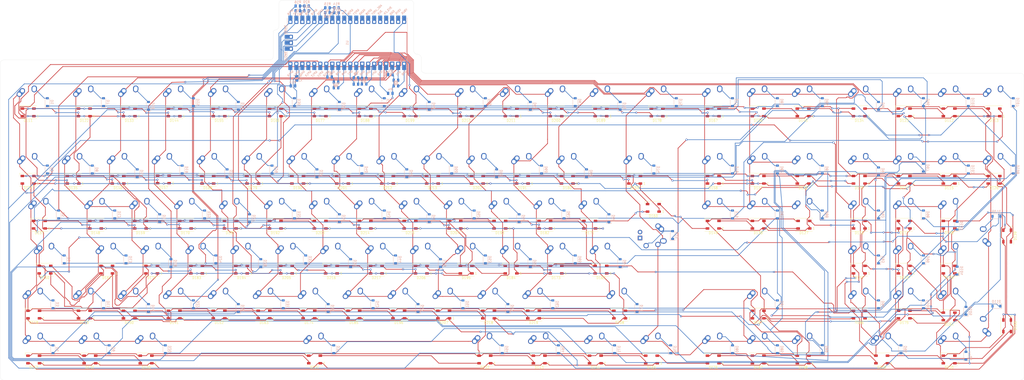
<source format=kicad_pcb>
(kicad_pcb (version 20171130) (host pcbnew "(5.1.4)-1")

  (general
    (thickness 1.6)
    (drawings 22)
    (tracks 3751)
    (zones 0)
    (modules 352)
    (nets 261)
  )

  (page User 499.999 279.4)
  (title_block
    (title 100%-PCB)
    (date 2024-09-19)
    (rev 1.0)
    (company FabiClawZ)
  )

  (layers
    (0 F.Cu signal)
    (31 B.Cu signal)
    (32 B.Adhes user)
    (33 F.Adhes user)
    (34 B.Paste user)
    (35 F.Paste user)
    (36 B.SilkS user)
    (37 F.SilkS user)
    (38 B.Mask user)
    (39 F.Mask user)
    (40 Dwgs.User user)
    (41 Cmts.User user hide)
    (42 Eco1.User user)
    (43 Eco2.User user)
    (44 Edge.Cuts user)
    (45 Margin user)
    (46 B.CrtYd user)
    (47 F.CrtYd user)
    (48 B.Fab user)
    (49 F.Fab user)
  )

  (setup
    (last_trace_width 0.25)
    (trace_clearance 0.2)
    (zone_clearance 0.508)
    (zone_45_only no)
    (trace_min 0.2)
    (via_size 0.8)
    (via_drill 0.4)
    (via_min_size 0.4)
    (via_min_drill 0.3)
    (uvia_size 0.3)
    (uvia_drill 0.1)
    (uvias_allowed no)
    (uvia_min_size 0.2)
    (uvia_min_drill 0.1)
    (edge_width 0.05)
    (segment_width 0.2)
    (pcb_text_width 0.3)
    (pcb_text_size 1.5 1.5)
    (mod_edge_width 0.12)
    (mod_text_size 1 1)
    (mod_text_width 0.15)
    (pad_size 1.524 1.524)
    (pad_drill 0.762)
    (pad_to_mask_clearance 0.051)
    (solder_mask_min_width 0.25)
    (aux_axis_origin 0 0)
    (visible_elements 7FFFFFFF)
    (pcbplotparams
      (layerselection 0x010fc_ffffffff)
      (usegerberextensions false)
      (usegerberattributes false)
      (usegerberadvancedattributes false)
      (creategerberjobfile false)
      (excludeedgelayer true)
      (linewidth 0.100000)
      (plotframeref false)
      (viasonmask false)
      (mode 1)
      (useauxorigin false)
      (hpglpennumber 1)
      (hpglpenspeed 20)
      (hpglpendiameter 15.000000)
      (psnegative false)
      (psa4output false)
      (plotreference true)
      (plotvalue true)
      (plotinvisibletext false)
      (padsonsilk false)
      (subtractmaskfromsilk false)
      (outputformat 1)
      (mirror false)
      (drillshape 0)
      (scaleselection 1)
      (outputdirectory "gerber/"))
  )

  (net 0 "")
  (net 1 Row0)
  (net 2 "Net-(D1-Pad2)")
  (net 3 Row1)
  (net 4 "Net-(D2-Pad2)")
  (net 5 Row4)
  (net 6 "Net-(D3-Pad2)")
  (net 7 Row5)
  (net 8 "Net-(D4-Pad2)")
  (net 9 Row2)
  (net 10 "Net-(D5-Pad2)")
  (net 11 Row3)
  (net 12 "Net-(D6-Pad2)")
  (net 13 "Net-(D7-Pad2)")
  (net 14 "Net-(D8-Pad2)")
  (net 15 Row6)
  (net 16 "Net-(D9-Pad2)")
  (net 17 Row9)
  (net 18 "Net-(D10-Pad2)")
  (net 19 "Net-(D11-Pad2)")
  (net 20 "Net-(D12-Pad2)")
  (net 21 "Net-(D13-Pad2)")
  (net 22 Row8)
  (net 23 "Net-(D14-Pad2)")
  (net 24 "Net-(D15-Pad2)")
  (net 25 "Net-(D16-Pad2)")
  (net 26 Row7)
  (net 27 "Net-(D17-Pad2)")
  (net 28 "Net-(D18-Pad2)")
  (net 29 "Net-(D19-Pad2)")
  (net 30 "Net-(D20-Pad2)")
  (net 31 "Net-(D21-Pad2)")
  (net 32 "Net-(D22-Pad2)")
  (net 33 "Net-(D23-Pad2)")
  (net 34 "Net-(D24-Pad2)")
  (net 35 "Net-(D25-Pad2)")
  (net 36 "Net-(D26-Pad2)")
  (net 37 "Net-(D27-Pad2)")
  (net 38 "Net-(D28-Pad2)")
  (net 39 "Net-(D29-Pad2)")
  (net 40 "Net-(D30-Pad2)")
  (net 41 "Net-(D31-Pad2)")
  (net 42 "Net-(D32-Pad2)")
  (net 43 "Net-(D33-Pad2)")
  (net 44 "Net-(D34-Pad2)")
  (net 45 "Net-(D35-Pad2)")
  (net 46 "Net-(D36-Pad2)")
  (net 47 "Net-(D37-Pad2)")
  (net 48 "Net-(D38-Pad2)")
  (net 49 "Net-(D39-Pad2)")
  (net 50 "Net-(D40-Pad2)")
  (net 51 "Net-(D41-Pad2)")
  (net 52 "Net-(D42-Pad2)")
  (net 53 "Net-(D43-Pad2)")
  (net 54 "Net-(D44-Pad2)")
  (net 55 "Net-(D45-Pad2)")
  (net 56 "Net-(D46-Pad2)")
  (net 57 "Net-(D47-Pad2)")
  (net 58 "Net-(D48-Pad2)")
  (net 59 "Net-(D49-Pad2)")
  (net 60 "Net-(D50-Pad2)")
  (net 61 "Net-(D51-Pad2)")
  (net 62 "Net-(D52-Pad2)")
  (net 63 "Net-(D53-Pad2)")
  (net 64 "Net-(D54-Pad2)")
  (net 65 "Net-(D55-Pad2)")
  (net 66 "Net-(D56-Pad2)")
  (net 67 "Net-(D57-Pad2)")
  (net 68 "Net-(D58-Pad2)")
  (net 69 "Net-(D59-Pad2)")
  (net 70 "Net-(D60-Pad2)")
  (net 71 "Net-(D61-Pad2)")
  (net 72 "Net-(D62-Pad2)")
  (net 73 "Net-(D63-Pad2)")
  (net 74 "Net-(D64-Pad2)")
  (net 75 "Net-(D65-Pad2)")
  (net 76 "Net-(D66-Pad2)")
  (net 77 "Net-(D67-Pad2)")
  (net 78 "Net-(D68-Pad2)")
  (net 79 "Net-(D69-Pad2)")
  (net 80 "Net-(D70-Pad2)")
  (net 81 "Net-(D71-Pad2)")
  (net 82 "Net-(D72-Pad2)")
  (net 83 "Net-(D73-Pad2)")
  (net 84 "Net-(D74-Pad2)")
  (net 85 "Net-(D75-Pad2)")
  (net 86 "Net-(D76-Pad2)")
  (net 87 "Net-(D77-Pad2)")
  (net 88 "Net-(D78-Pad2)")
  (net 89 "Net-(D79-Pad2)")
  (net 90 "Net-(D80-Pad2)")
  (net 91 "Net-(D81-Pad2)")
  (net 92 "Net-(D82-Pad2)")
  (net 93 "Net-(D83-Pad2)")
  (net 94 "Net-(D84-Pad2)")
  (net 95 "Net-(D85-Pad2)")
  (net 96 "Net-(D86-Pad2)")
  (net 97 "Net-(D87-Pad2)")
  (net 98 "Net-(D88-Pad2)")
  (net 99 "Net-(D89-Pad2)")
  (net 100 "Net-(D90-Pad2)")
  (net 101 "Net-(D91-Pad2)")
  (net 102 "Net-(D92-Pad2)")
  (net 103 "Net-(D93-Pad2)")
  (net 104 "Net-(D94-Pad2)")
  (net 105 "Net-(D95-Pad2)")
  (net 106 "Net-(D96-Pad2)")
  (net 107 "Net-(D97-Pad2)")
  (net 108 "Net-(D98-Pad2)")
  (net 109 "Net-(D99-Pad2)")
  (net 110 "Net-(D100-Pad2)")
  (net 111 "Net-(D101-Pad2)")
  (net 112 "Net-(D102-Pad2)")
  (net 113 "Net-(D103-Pad2)")
  (net 114 "Net-(D104-Pad2)")
  (net 115 "Net-(D105-Pad2)")
  (net 116 "Net-(D106-Pad2)")
  (net 117 "Net-(D107-Pad2)")
  (net 118 "Net-(D108-Pad2)")
  (net 119 "Net-(D109-Pad2)")
  (net 120 "Net-(D110-Pad2)")
  (net 121 Col0)
  (net 122 Col1)
  (net 123 Col2)
  (net 124 Col3)
  (net 125 Col4)
  (net 126 Col5)
  (net 127 Col6)
  (net 128 Col7)
  (net 129 Col8)
  (net 130 Col9)
  (net 131 Col10)
  (net 132 "Net-(R10-Pad2)")
  (net 133 "Net-(R11-Pad2)")
  (net 134 "Net-(R12-Pad1)")
  (net 135 "Net-(R14-Pad2)")
  (net 136 "Net-(R16-Pad1)")
  (net 137 "Net-(U1-Pad30)")
  (net 138 "Net-(U1-Pad32)")
  (net 139 "Net-(U1-Pad33)")
  (net 140 "Net-(U1-Pad34)")
  (net 141 "Net-(U1-Pad35)")
  (net 142 "Net-(U1-Pad36)")
  (net 143 "Net-(U1-Pad37)")
  (net 144 "Net-(U1-Pad38)")
  (net 145 "Net-(U1-Pad39)")
  (net 146 "Net-(U1-Pad17)")
  (net 147 "Net-(U1-Pad16)")
  (net 148 +5V)
  (net 149 "Net-(D111-Pad2)")
  (net 150 LED_DATA)
  (net 151 GND)
  (net 152 "Net-(D112-Pad2)")
  (net 153 "Net-(D112-Pad4)")
  (net 154 "Net-(D113-Pad2)")
  (net 155 "Net-(D114-Pad2)")
  (net 156 "Net-(D114-Pad4)")
  (net 157 "Net-(D115-Pad2)")
  (net 158 "Net-(D116-Pad2)")
  (net 159 "Net-(D116-Pad4)")
  (net 160 "Net-(D117-Pad2)")
  (net 161 "Net-(D118-Pad2)")
  (net 162 "Net-(D118-Pad4)")
  (net 163 "Net-(D119-Pad2)")
  (net 164 "Net-(D120-Pad2)")
  (net 165 "Net-(D120-Pad4)")
  (net 166 "Net-(D121-Pad2)")
  (net 167 "Net-(D122-Pad2)")
  (net 168 "Net-(D123-Pad4)")
  (net 169 "Net-(D124-Pad2)")
  (net 170 "Net-(D125-Pad4)")
  (net 171 "Net-(D126-Pad2)")
  (net 172 "Net-(D127-Pad4)")
  (net 173 "Net-(D128-Pad2)")
  (net 174 "Net-(D129-Pad4)")
  (net 175 "Net-(D130-Pad2)")
  (net 176 "Net-(D131-Pad4)")
  (net 177 "Net-(D132-Pad2)")
  (net 178 "Net-(D133-Pad2)")
  (net 179 "Net-(D134-Pad4)")
  (net 180 "Net-(D135-Pad2)")
  (net 181 "Net-(D136-Pad4)")
  (net 182 "Net-(D137-Pad2)")
  (net 183 "Net-(D138-Pad4)")
  (net 184 "Net-(D139-Pad2)")
  (net 185 "Net-(D140-Pad4)")
  (net 186 "Net-(D141-Pad2)")
  (net 187 "Net-(D142-Pad4)")
  (net 188 "Net-(D143-Pad2)")
  (net 189 "Net-(D144-Pad2)")
  (net 190 "Net-(D145-Pad4)")
  (net 191 "Net-(D146-Pad2)")
  (net 192 "Net-(D147-Pad4)")
  (net 193 "Net-(D148-Pad2)")
  (net 194 "Net-(D149-Pad4)")
  (net 195 "Net-(D150-Pad2)")
  (net 196 "Net-(D151-Pad4)")
  (net 197 "Net-(D152-Pad2)")
  (net 198 "Net-(D153-Pad4)")
  (net 199 "Net-(D154-Pad2)")
  (net 200 "Net-(D155-Pad2)")
  (net 201 "Net-(D156-Pad4)")
  (net 202 "Net-(D157-Pad2)")
  (net 203 "Net-(D158-Pad4)")
  (net 204 "Net-(D159-Pad2)")
  (net 205 "Net-(D160-Pad4)")
  (net 206 "Net-(D161-Pad2)")
  (net 207 "Net-(D162-Pad4)")
  (net 208 "Net-(D163-Pad2)")
  (net 209 "Net-(D164-Pad4)")
  (net 210 "Net-(D165-Pad2)")
  (net 211 "Net-(D166-Pad2)")
  (net 212 "Net-(D167-Pad4)")
  (net 213 "Net-(D168-Pad2)")
  (net 214 "Net-(D169-Pad4)")
  (net 215 "Net-(D170-Pad2)")
  (net 216 "Net-(D171-Pad4)")
  (net 217 "Net-(D172-Pad2)")
  (net 218 "Net-(D173-Pad4)")
  (net 219 "Net-(D174-Pad2)")
  (net 220 "Net-(D175-Pad4)")
  (net 221 "Net-(D176-Pad2)")
  (net 222 "Net-(D177-Pad2)")
  (net 223 "Net-(D178-Pad4)")
  (net 224 "Net-(D179-Pad2)")
  (net 225 "Net-(D180-Pad4)")
  (net 226 "Net-(D181-Pad2)")
  (net 227 "Net-(D182-Pad4)")
  (net 228 "Net-(D183-Pad2)")
  (net 229 "Net-(D184-Pad4)")
  (net 230 "Net-(D185-Pad2)")
  (net 231 "Net-(D186-Pad4)")
  (net 232 "Net-(D187-Pad2)")
  (net 233 "Net-(D188-Pad2)")
  (net 234 "Net-(D189-Pad4)")
  (net 235 "Net-(D190-Pad2)")
  (net 236 "Net-(D191-Pad4)")
  (net 237 "Net-(D192-Pad2)")
  (net 238 "Net-(D193-Pad4)")
  (net 239 "Net-(D194-Pad2)")
  (net 240 "Net-(D195-Pad4)")
  (net 241 "Net-(D196-Pad2)")
  (net 242 "Net-(D197-Pad4)")
  (net 243 "Net-(D198-Pad2)")
  (net 244 "Net-(D199-Pad2)")
  (net 245 "Net-(D200-Pad4)")
  (net 246 "Net-(D201-Pad2)")
  (net 247 "Net-(D202-Pad4)")
  (net 248 "Net-(D203-Pad2)")
  (net 249 "Net-(D204-Pad4)")
  (net 250 "Net-(D205-Pad2)")
  (net 251 "Net-(D206-Pad4)")
  (net 252 "Net-(D207-Pad2)")
  (net 253 "Net-(D208-Pad4)")
  (net 254 "Net-(D209-Pad2)")
  (net 255 "Net-(D210-Pad2)")
  (net 256 "Net-(D212-Pad2)")
  (net 257 "Net-(D214-Pad2)")
  (net 258 "Net-(D216-Pad2)")
  (net 259 "Net-(D218-Pad2)")
  (net 260 "Net-(D220-Pad2)")

  (net_class Default "This is the default net class."
    (clearance 0.2)
    (trace_width 0.25)
    (via_dia 0.8)
    (via_drill 0.4)
    (uvia_dia 0.3)
    (uvia_drill 0.1)
    (add_net +5V)
    (add_net Col0)
    (add_net Col1)
    (add_net Col10)
    (add_net Col2)
    (add_net Col3)
    (add_net Col4)
    (add_net Col5)
    (add_net Col6)
    (add_net Col7)
    (add_net Col8)
    (add_net Col9)
    (add_net GND)
    (add_net LED_DATA)
    (add_net "Net-(D1-Pad2)")
    (add_net "Net-(D10-Pad2)")
    (add_net "Net-(D100-Pad2)")
    (add_net "Net-(D101-Pad2)")
    (add_net "Net-(D102-Pad2)")
    (add_net "Net-(D103-Pad2)")
    (add_net "Net-(D104-Pad2)")
    (add_net "Net-(D105-Pad2)")
    (add_net "Net-(D106-Pad2)")
    (add_net "Net-(D107-Pad2)")
    (add_net "Net-(D108-Pad2)")
    (add_net "Net-(D109-Pad2)")
    (add_net "Net-(D11-Pad2)")
    (add_net "Net-(D110-Pad2)")
    (add_net "Net-(D111-Pad2)")
    (add_net "Net-(D112-Pad2)")
    (add_net "Net-(D112-Pad4)")
    (add_net "Net-(D113-Pad2)")
    (add_net "Net-(D114-Pad2)")
    (add_net "Net-(D114-Pad4)")
    (add_net "Net-(D115-Pad2)")
    (add_net "Net-(D116-Pad2)")
    (add_net "Net-(D116-Pad4)")
    (add_net "Net-(D117-Pad2)")
    (add_net "Net-(D118-Pad2)")
    (add_net "Net-(D118-Pad4)")
    (add_net "Net-(D119-Pad2)")
    (add_net "Net-(D12-Pad2)")
    (add_net "Net-(D120-Pad2)")
    (add_net "Net-(D120-Pad4)")
    (add_net "Net-(D121-Pad2)")
    (add_net "Net-(D122-Pad2)")
    (add_net "Net-(D123-Pad4)")
    (add_net "Net-(D124-Pad2)")
    (add_net "Net-(D125-Pad4)")
    (add_net "Net-(D126-Pad2)")
    (add_net "Net-(D127-Pad4)")
    (add_net "Net-(D128-Pad2)")
    (add_net "Net-(D129-Pad4)")
    (add_net "Net-(D13-Pad2)")
    (add_net "Net-(D130-Pad2)")
    (add_net "Net-(D131-Pad4)")
    (add_net "Net-(D132-Pad2)")
    (add_net "Net-(D133-Pad2)")
    (add_net "Net-(D134-Pad4)")
    (add_net "Net-(D135-Pad2)")
    (add_net "Net-(D136-Pad4)")
    (add_net "Net-(D137-Pad2)")
    (add_net "Net-(D138-Pad4)")
    (add_net "Net-(D139-Pad2)")
    (add_net "Net-(D14-Pad2)")
    (add_net "Net-(D140-Pad4)")
    (add_net "Net-(D141-Pad2)")
    (add_net "Net-(D142-Pad4)")
    (add_net "Net-(D143-Pad2)")
    (add_net "Net-(D144-Pad2)")
    (add_net "Net-(D145-Pad4)")
    (add_net "Net-(D146-Pad2)")
    (add_net "Net-(D147-Pad4)")
    (add_net "Net-(D148-Pad2)")
    (add_net "Net-(D149-Pad4)")
    (add_net "Net-(D15-Pad2)")
    (add_net "Net-(D150-Pad2)")
    (add_net "Net-(D151-Pad4)")
    (add_net "Net-(D152-Pad2)")
    (add_net "Net-(D153-Pad4)")
    (add_net "Net-(D154-Pad2)")
    (add_net "Net-(D155-Pad2)")
    (add_net "Net-(D156-Pad4)")
    (add_net "Net-(D157-Pad2)")
    (add_net "Net-(D158-Pad4)")
    (add_net "Net-(D159-Pad2)")
    (add_net "Net-(D16-Pad2)")
    (add_net "Net-(D160-Pad4)")
    (add_net "Net-(D161-Pad2)")
    (add_net "Net-(D162-Pad4)")
    (add_net "Net-(D163-Pad2)")
    (add_net "Net-(D164-Pad4)")
    (add_net "Net-(D165-Pad2)")
    (add_net "Net-(D166-Pad2)")
    (add_net "Net-(D167-Pad4)")
    (add_net "Net-(D168-Pad2)")
    (add_net "Net-(D169-Pad4)")
    (add_net "Net-(D17-Pad2)")
    (add_net "Net-(D170-Pad2)")
    (add_net "Net-(D171-Pad4)")
    (add_net "Net-(D172-Pad2)")
    (add_net "Net-(D173-Pad4)")
    (add_net "Net-(D174-Pad2)")
    (add_net "Net-(D175-Pad4)")
    (add_net "Net-(D176-Pad2)")
    (add_net "Net-(D177-Pad2)")
    (add_net "Net-(D178-Pad4)")
    (add_net "Net-(D179-Pad2)")
    (add_net "Net-(D18-Pad2)")
    (add_net "Net-(D180-Pad4)")
    (add_net "Net-(D181-Pad2)")
    (add_net "Net-(D182-Pad4)")
    (add_net "Net-(D183-Pad2)")
    (add_net "Net-(D184-Pad4)")
    (add_net "Net-(D185-Pad2)")
    (add_net "Net-(D186-Pad4)")
    (add_net "Net-(D187-Pad2)")
    (add_net "Net-(D188-Pad2)")
    (add_net "Net-(D189-Pad4)")
    (add_net "Net-(D19-Pad2)")
    (add_net "Net-(D190-Pad2)")
    (add_net "Net-(D191-Pad4)")
    (add_net "Net-(D192-Pad2)")
    (add_net "Net-(D193-Pad4)")
    (add_net "Net-(D194-Pad2)")
    (add_net "Net-(D195-Pad4)")
    (add_net "Net-(D196-Pad2)")
    (add_net "Net-(D197-Pad4)")
    (add_net "Net-(D198-Pad2)")
    (add_net "Net-(D199-Pad2)")
    (add_net "Net-(D2-Pad2)")
    (add_net "Net-(D20-Pad2)")
    (add_net "Net-(D200-Pad4)")
    (add_net "Net-(D201-Pad2)")
    (add_net "Net-(D202-Pad4)")
    (add_net "Net-(D203-Pad2)")
    (add_net "Net-(D204-Pad4)")
    (add_net "Net-(D205-Pad2)")
    (add_net "Net-(D206-Pad4)")
    (add_net "Net-(D207-Pad2)")
    (add_net "Net-(D208-Pad4)")
    (add_net "Net-(D209-Pad2)")
    (add_net "Net-(D21-Pad2)")
    (add_net "Net-(D210-Pad2)")
    (add_net "Net-(D212-Pad2)")
    (add_net "Net-(D214-Pad2)")
    (add_net "Net-(D216-Pad2)")
    (add_net "Net-(D218-Pad2)")
    (add_net "Net-(D22-Pad2)")
    (add_net "Net-(D220-Pad2)")
    (add_net "Net-(D23-Pad2)")
    (add_net "Net-(D24-Pad2)")
    (add_net "Net-(D25-Pad2)")
    (add_net "Net-(D26-Pad2)")
    (add_net "Net-(D27-Pad2)")
    (add_net "Net-(D28-Pad2)")
    (add_net "Net-(D29-Pad2)")
    (add_net "Net-(D3-Pad2)")
    (add_net "Net-(D30-Pad2)")
    (add_net "Net-(D31-Pad2)")
    (add_net "Net-(D32-Pad2)")
    (add_net "Net-(D33-Pad2)")
    (add_net "Net-(D34-Pad2)")
    (add_net "Net-(D35-Pad2)")
    (add_net "Net-(D36-Pad2)")
    (add_net "Net-(D37-Pad2)")
    (add_net "Net-(D38-Pad2)")
    (add_net "Net-(D39-Pad2)")
    (add_net "Net-(D4-Pad2)")
    (add_net "Net-(D40-Pad2)")
    (add_net "Net-(D41-Pad2)")
    (add_net "Net-(D42-Pad2)")
    (add_net "Net-(D43-Pad2)")
    (add_net "Net-(D44-Pad2)")
    (add_net "Net-(D45-Pad2)")
    (add_net "Net-(D46-Pad2)")
    (add_net "Net-(D47-Pad2)")
    (add_net "Net-(D48-Pad2)")
    (add_net "Net-(D49-Pad2)")
    (add_net "Net-(D5-Pad2)")
    (add_net "Net-(D50-Pad2)")
    (add_net "Net-(D51-Pad2)")
    (add_net "Net-(D52-Pad2)")
    (add_net "Net-(D53-Pad2)")
    (add_net "Net-(D54-Pad2)")
    (add_net "Net-(D55-Pad2)")
    (add_net "Net-(D56-Pad2)")
    (add_net "Net-(D57-Pad2)")
    (add_net "Net-(D58-Pad2)")
    (add_net "Net-(D59-Pad2)")
    (add_net "Net-(D6-Pad2)")
    (add_net "Net-(D60-Pad2)")
    (add_net "Net-(D61-Pad2)")
    (add_net "Net-(D62-Pad2)")
    (add_net "Net-(D63-Pad2)")
    (add_net "Net-(D64-Pad2)")
    (add_net "Net-(D65-Pad2)")
    (add_net "Net-(D66-Pad2)")
    (add_net "Net-(D67-Pad2)")
    (add_net "Net-(D68-Pad2)")
    (add_net "Net-(D69-Pad2)")
    (add_net "Net-(D7-Pad2)")
    (add_net "Net-(D70-Pad2)")
    (add_net "Net-(D71-Pad2)")
    (add_net "Net-(D72-Pad2)")
    (add_net "Net-(D73-Pad2)")
    (add_net "Net-(D74-Pad2)")
    (add_net "Net-(D75-Pad2)")
    (add_net "Net-(D76-Pad2)")
    (add_net "Net-(D77-Pad2)")
    (add_net "Net-(D78-Pad2)")
    (add_net "Net-(D79-Pad2)")
    (add_net "Net-(D8-Pad2)")
    (add_net "Net-(D80-Pad2)")
    (add_net "Net-(D81-Pad2)")
    (add_net "Net-(D82-Pad2)")
    (add_net "Net-(D83-Pad2)")
    (add_net "Net-(D84-Pad2)")
    (add_net "Net-(D85-Pad2)")
    (add_net "Net-(D86-Pad2)")
    (add_net "Net-(D87-Pad2)")
    (add_net "Net-(D88-Pad2)")
    (add_net "Net-(D89-Pad2)")
    (add_net "Net-(D9-Pad2)")
    (add_net "Net-(D90-Pad2)")
    (add_net "Net-(D91-Pad2)")
    (add_net "Net-(D92-Pad2)")
    (add_net "Net-(D93-Pad2)")
    (add_net "Net-(D94-Pad2)")
    (add_net "Net-(D95-Pad2)")
    (add_net "Net-(D96-Pad2)")
    (add_net "Net-(D97-Pad2)")
    (add_net "Net-(D98-Pad2)")
    (add_net "Net-(D99-Pad2)")
    (add_net "Net-(R10-Pad2)")
    (add_net "Net-(R11-Pad2)")
    (add_net "Net-(R12-Pad1)")
    (add_net "Net-(R14-Pad2)")
    (add_net "Net-(R16-Pad1)")
    (add_net "Net-(U1-Pad16)")
    (add_net "Net-(U1-Pad17)")
    (add_net "Net-(U1-Pad30)")
    (add_net "Net-(U1-Pad32)")
    (add_net "Net-(U1-Pad33)")
    (add_net "Net-(U1-Pad34)")
    (add_net "Net-(U1-Pad35)")
    (add_net "Net-(U1-Pad36)")
    (add_net "Net-(U1-Pad37)")
    (add_net "Net-(U1-Pad38)")
    (add_net "Net-(U1-Pad39)")
    (add_net Row0)
    (add_net Row1)
    (add_net Row2)
    (add_net Row3)
    (add_net Row4)
    (add_net Row5)
    (add_net Row6)
    (add_net Row7)
    (add_net Row8)
    (add_net Row9)
  )

  (module LED_SMD:LED_WS2812B_PLCC4_5.0x5.0mm_P3.2mm (layer F.Cu) (tedit 5AA4B285) (tstamp 66EDBF4F)
    (at 439.7375 200.81875 180)
    (descr https://cdn-shop.adafruit.com/datasheets/WS2812B.pdf)
    (tags "LED RGB NeoPixel")
    (path /67348432)
    (attr smd)
    (fp_text reference D220 (at 0 -3.5) (layer F.SilkS)
      (effects (font (size 1 1) (thickness 0.15)))
    )
    (fp_text value WS2812B (at 0 4) (layer F.Fab)
      (effects (font (size 1 1) (thickness 0.15)))
    )
    (fp_circle (center 0 0) (end 0 -2) (layer F.Fab) (width 0.1))
    (fp_line (start 3.65 2.75) (end 3.65 1.6) (layer F.SilkS) (width 0.12))
    (fp_line (start -3.65 2.75) (end 3.65 2.75) (layer F.SilkS) (width 0.12))
    (fp_line (start -3.65 -2.75) (end 3.65 -2.75) (layer F.SilkS) (width 0.12))
    (fp_line (start 2.5 -2.5) (end -2.5 -2.5) (layer F.Fab) (width 0.1))
    (fp_line (start 2.5 2.5) (end 2.5 -2.5) (layer F.Fab) (width 0.1))
    (fp_line (start -2.5 2.5) (end 2.5 2.5) (layer F.Fab) (width 0.1))
    (fp_line (start -2.5 -2.5) (end -2.5 2.5) (layer F.Fab) (width 0.1))
    (fp_line (start 2.5 1.5) (end 1.5 2.5) (layer F.Fab) (width 0.1))
    (fp_line (start -3.45 -2.75) (end -3.45 2.75) (layer F.CrtYd) (width 0.05))
    (fp_line (start -3.45 2.75) (end 3.45 2.75) (layer F.CrtYd) (width 0.05))
    (fp_line (start 3.45 2.75) (end 3.45 -2.75) (layer F.CrtYd) (width 0.05))
    (fp_line (start 3.45 -2.75) (end -3.45 -2.75) (layer F.CrtYd) (width 0.05))
    (fp_text user %R (at 0 0) (layer F.Fab)
      (effects (font (size 0.8 0.8) (thickness 0.15)))
    )
    (fp_text user 1 (at -4.15 -1.6) (layer F.SilkS)
      (effects (font (size 1 1) (thickness 0.15)))
    )
    (pad 1 smd rect (at -2.45 -1.6 180) (size 1.5 1) (layers F.Cu F.Paste F.Mask)
      (net 148 +5V))
    (pad 2 smd rect (at -2.45 1.6 180) (size 1.5 1) (layers F.Cu F.Paste F.Mask)
      (net 260 "Net-(D220-Pad2)"))
    (pad 4 smd rect (at 2.45 -1.6 180) (size 1.5 1) (layers F.Cu F.Paste F.Mask)
      (net 254 "Net-(D209-Pad2)"))
    (pad 3 smd rect (at 2.45 1.6 180) (size 1.5 1) (layers F.Cu F.Paste F.Mask)
      (net 151 GND))
    (model ${KISYS3DMOD}/LED_SMD.3dshapes/LED_WS2812B_PLCC4_5.0x5.0mm_P3.2mm.wrl
      (at (xyz 0 0 0))
      (scale (xyz 1 1 1))
      (rotate (xyz 0 0 0))
    )
  )

  (module LED_SMD:LED_WS2812B_PLCC4_5.0x5.0mm_P3.2mm (layer F.Cu) (tedit 5AA4B285) (tstamp 66EDBF38)
    (at 263.525 181.76875 180)
    (descr https://cdn-shop.adafruit.com/datasheets/WS2812B.pdf)
    (tags "LED RGB NeoPixel")
    (path /672EFB78)
    (attr smd)
    (fp_text reference D219 (at 0 -3.5) (layer F.SilkS)
      (effects (font (size 1 1) (thickness 0.15)))
    )
    (fp_text value WS2812B (at 0 4) (layer F.Fab)
      (effects (font (size 1 1) (thickness 0.15)))
    )
    (fp_circle (center 0 0) (end 0 -2) (layer F.Fab) (width 0.1))
    (fp_line (start 3.65 2.75) (end 3.65 1.6) (layer F.SilkS) (width 0.12))
    (fp_line (start -3.65 2.75) (end 3.65 2.75) (layer F.SilkS) (width 0.12))
    (fp_line (start -3.65 -2.75) (end 3.65 -2.75) (layer F.SilkS) (width 0.12))
    (fp_line (start 2.5 -2.5) (end -2.5 -2.5) (layer F.Fab) (width 0.1))
    (fp_line (start 2.5 2.5) (end 2.5 -2.5) (layer F.Fab) (width 0.1))
    (fp_line (start -2.5 2.5) (end 2.5 2.5) (layer F.Fab) (width 0.1))
    (fp_line (start -2.5 -2.5) (end -2.5 2.5) (layer F.Fab) (width 0.1))
    (fp_line (start 2.5 1.5) (end 1.5 2.5) (layer F.Fab) (width 0.1))
    (fp_line (start -3.45 -2.75) (end -3.45 2.75) (layer F.CrtYd) (width 0.05))
    (fp_line (start -3.45 2.75) (end 3.45 2.75) (layer F.CrtYd) (width 0.05))
    (fp_line (start 3.45 2.75) (end 3.45 -2.75) (layer F.CrtYd) (width 0.05))
    (fp_line (start 3.45 -2.75) (end -3.45 -2.75) (layer F.CrtYd) (width 0.05))
    (fp_text user %R (at 0 0) (layer F.Fab)
      (effects (font (size 0.8 0.8) (thickness 0.15)))
    )
    (fp_text user 1 (at -4.15 -1.6) (layer F.SilkS)
      (effects (font (size 1 1) (thickness 0.15)))
    )
    (pad 1 smd rect (at -2.45 -1.6 180) (size 1.5 1) (layers F.Cu F.Paste F.Mask)
      (net 148 +5V))
    (pad 2 smd rect (at -2.45 1.6 180) (size 1.5 1) (layers F.Cu F.Paste F.Mask)
      (net 253 "Net-(D208-Pad4)"))
    (pad 4 smd rect (at 2.45 -1.6 180) (size 1.5 1) (layers F.Cu F.Paste F.Mask)
      (net 259 "Net-(D218-Pad2)"))
    (pad 3 smd rect (at 2.45 1.6 180) (size 1.5 1) (layers F.Cu F.Paste F.Mask)
      (net 151 GND))
    (model ${KISYS3DMOD}/LED_SMD.3dshapes/LED_WS2812B_PLCC4_5.0x5.0mm_P3.2mm.wrl
      (at (xyz 0 0 0))
      (scale (xyz 1 1 1))
      (rotate (xyz 0 0 0))
    )
  )

  (module LED_SMD:LED_WS2812B_PLCC4_5.0x5.0mm_P3.2mm (layer F.Cu) (tedit 5AA4B285) (tstamp 66EDBF21)
    (at 244.475 181.76875 180)
    (descr https://cdn-shop.adafruit.com/datasheets/WS2812B.pdf)
    (tags "LED RGB NeoPixel")
    (path /672EFBEA)
    (attr smd)
    (fp_text reference D218 (at 0 -3.5) (layer F.SilkS)
      (effects (font (size 1 1) (thickness 0.15)))
    )
    (fp_text value WS2812B (at 0 4) (layer F.Fab)
      (effects (font (size 1 1) (thickness 0.15)))
    )
    (fp_circle (center 0 0) (end 0 -2) (layer F.Fab) (width 0.1))
    (fp_line (start 3.65 2.75) (end 3.65 1.6) (layer F.SilkS) (width 0.12))
    (fp_line (start -3.65 2.75) (end 3.65 2.75) (layer F.SilkS) (width 0.12))
    (fp_line (start -3.65 -2.75) (end 3.65 -2.75) (layer F.SilkS) (width 0.12))
    (fp_line (start 2.5 -2.5) (end -2.5 -2.5) (layer F.Fab) (width 0.1))
    (fp_line (start 2.5 2.5) (end 2.5 -2.5) (layer F.Fab) (width 0.1))
    (fp_line (start -2.5 2.5) (end 2.5 2.5) (layer F.Fab) (width 0.1))
    (fp_line (start -2.5 -2.5) (end -2.5 2.5) (layer F.Fab) (width 0.1))
    (fp_line (start 2.5 1.5) (end 1.5 2.5) (layer F.Fab) (width 0.1))
    (fp_line (start -3.45 -2.75) (end -3.45 2.75) (layer F.CrtYd) (width 0.05))
    (fp_line (start -3.45 2.75) (end 3.45 2.75) (layer F.CrtYd) (width 0.05))
    (fp_line (start 3.45 2.75) (end 3.45 -2.75) (layer F.CrtYd) (width 0.05))
    (fp_line (start 3.45 -2.75) (end -3.45 -2.75) (layer F.CrtYd) (width 0.05))
    (fp_text user %R (at 0 0) (layer F.Fab)
      (effects (font (size 0.8 0.8) (thickness 0.15)))
    )
    (fp_text user 1 (at -4.15 -1.6) (layer F.SilkS)
      (effects (font (size 1 1) (thickness 0.15)))
    )
    (pad 1 smd rect (at -2.45 -1.6 180) (size 1.5 1) (layers F.Cu F.Paste F.Mask)
      (net 148 +5V))
    (pad 2 smd rect (at -2.45 1.6 180) (size 1.5 1) (layers F.Cu F.Paste F.Mask)
      (net 259 "Net-(D218-Pad2)"))
    (pad 4 smd rect (at 2.45 -1.6 180) (size 1.5 1) (layers F.Cu F.Paste F.Mask)
      (net 252 "Net-(D207-Pad2)"))
    (pad 3 smd rect (at 2.45 1.6 180) (size 1.5 1) (layers F.Cu F.Paste F.Mask)
      (net 151 GND))
    (model ${KISYS3DMOD}/LED_SMD.3dshapes/LED_WS2812B_PLCC4_5.0x5.0mm_P3.2mm.wrl
      (at (xyz 0 0 0))
      (scale (xyz 1 1 1))
      (rotate (xyz 0 0 0))
    )
  )

  (module LED_SMD:LED_WS2812B_PLCC4_5.0x5.0mm_P3.2mm (layer F.Cu) (tedit 5AA4B285) (tstamp 66EDBF0A)
    (at 196.85 162.71875 180)
    (descr https://cdn-shop.adafruit.com/datasheets/WS2812B.pdf)
    (tags "LED RGB NeoPixel")
    (path /672EFBF0)
    (attr smd)
    (fp_text reference D217 (at 0 -3.5) (layer F.SilkS)
      (effects (font (size 1 1) (thickness 0.15)))
    )
    (fp_text value WS2812B (at 0 4) (layer F.Fab)
      (effects (font (size 1 1) (thickness 0.15)))
    )
    (fp_circle (center 0 0) (end 0 -2) (layer F.Fab) (width 0.1))
    (fp_line (start 3.65 2.75) (end 3.65 1.6) (layer F.SilkS) (width 0.12))
    (fp_line (start -3.65 2.75) (end 3.65 2.75) (layer F.SilkS) (width 0.12))
    (fp_line (start -3.65 -2.75) (end 3.65 -2.75) (layer F.SilkS) (width 0.12))
    (fp_line (start 2.5 -2.5) (end -2.5 -2.5) (layer F.Fab) (width 0.1))
    (fp_line (start 2.5 2.5) (end 2.5 -2.5) (layer F.Fab) (width 0.1))
    (fp_line (start -2.5 2.5) (end 2.5 2.5) (layer F.Fab) (width 0.1))
    (fp_line (start -2.5 -2.5) (end -2.5 2.5) (layer F.Fab) (width 0.1))
    (fp_line (start 2.5 1.5) (end 1.5 2.5) (layer F.Fab) (width 0.1))
    (fp_line (start -3.45 -2.75) (end -3.45 2.75) (layer F.CrtYd) (width 0.05))
    (fp_line (start -3.45 2.75) (end 3.45 2.75) (layer F.CrtYd) (width 0.05))
    (fp_line (start 3.45 2.75) (end 3.45 -2.75) (layer F.CrtYd) (width 0.05))
    (fp_line (start 3.45 -2.75) (end -3.45 -2.75) (layer F.CrtYd) (width 0.05))
    (fp_text user %R (at 0 0) (layer F.Fab)
      (effects (font (size 0.8 0.8) (thickness 0.15)))
    )
    (fp_text user 1 (at -4.15 -1.6) (layer F.SilkS)
      (effects (font (size 1 1) (thickness 0.15)))
    )
    (pad 1 smd rect (at -2.45 -1.6 180) (size 1.5 1) (layers F.Cu F.Paste F.Mask)
      (net 148 +5V))
    (pad 2 smd rect (at -2.45 1.6 180) (size 1.5 1) (layers F.Cu F.Paste F.Mask)
      (net 251 "Net-(D206-Pad4)"))
    (pad 4 smd rect (at 2.45 -1.6 180) (size 1.5 1) (layers F.Cu F.Paste F.Mask)
      (net 258 "Net-(D216-Pad2)"))
    (pad 3 smd rect (at 2.45 1.6 180) (size 1.5 1) (layers F.Cu F.Paste F.Mask)
      (net 151 GND))
    (model ${KISYS3DMOD}/LED_SMD.3dshapes/LED_WS2812B_PLCC4_5.0x5.0mm_P3.2mm.wrl
      (at (xyz 0 0 0))
      (scale (xyz 1 1 1))
      (rotate (xyz 0 0 0))
    )
  )

  (module LED_SMD:LED_WS2812B_PLCC4_5.0x5.0mm_P3.2mm (layer F.Cu) (tedit 5AA4B285) (tstamp 66EDBEF3)
    (at 177.8 162.71875 180)
    (descr https://cdn-shop.adafruit.com/datasheets/WS2812B.pdf)
    (tags "LED RGB NeoPixel")
    (path /672EFC62)
    (attr smd)
    (fp_text reference D216 (at 0 -3.5) (layer F.SilkS)
      (effects (font (size 1 1) (thickness 0.15)))
    )
    (fp_text value WS2812B (at 0 4) (layer F.Fab)
      (effects (font (size 1 1) (thickness 0.15)))
    )
    (fp_circle (center 0 0) (end 0 -2) (layer F.Fab) (width 0.1))
    (fp_line (start 3.65 2.75) (end 3.65 1.6) (layer F.SilkS) (width 0.12))
    (fp_line (start -3.65 2.75) (end 3.65 2.75) (layer F.SilkS) (width 0.12))
    (fp_line (start -3.65 -2.75) (end 3.65 -2.75) (layer F.SilkS) (width 0.12))
    (fp_line (start 2.5 -2.5) (end -2.5 -2.5) (layer F.Fab) (width 0.1))
    (fp_line (start 2.5 2.5) (end 2.5 -2.5) (layer F.Fab) (width 0.1))
    (fp_line (start -2.5 2.5) (end 2.5 2.5) (layer F.Fab) (width 0.1))
    (fp_line (start -2.5 -2.5) (end -2.5 2.5) (layer F.Fab) (width 0.1))
    (fp_line (start 2.5 1.5) (end 1.5 2.5) (layer F.Fab) (width 0.1))
    (fp_line (start -3.45 -2.75) (end -3.45 2.75) (layer F.CrtYd) (width 0.05))
    (fp_line (start -3.45 2.75) (end 3.45 2.75) (layer F.CrtYd) (width 0.05))
    (fp_line (start 3.45 2.75) (end 3.45 -2.75) (layer F.CrtYd) (width 0.05))
    (fp_line (start 3.45 -2.75) (end -3.45 -2.75) (layer F.CrtYd) (width 0.05))
    (fp_text user %R (at 0 0) (layer F.Fab)
      (effects (font (size 0.8 0.8) (thickness 0.15)))
    )
    (fp_text user 1 (at -4.15 -1.6) (layer F.SilkS)
      (effects (font (size 1 1) (thickness 0.15)))
    )
    (pad 1 smd rect (at -2.45 -1.6 180) (size 1.5 1) (layers F.Cu F.Paste F.Mask)
      (net 148 +5V))
    (pad 2 smd rect (at -2.45 1.6 180) (size 1.5 1) (layers F.Cu F.Paste F.Mask)
      (net 258 "Net-(D216-Pad2)"))
    (pad 4 smd rect (at 2.45 -1.6 180) (size 1.5 1) (layers F.Cu F.Paste F.Mask)
      (net 250 "Net-(D205-Pad2)"))
    (pad 3 smd rect (at 2.45 1.6 180) (size 1.5 1) (layers F.Cu F.Paste F.Mask)
      (net 151 GND))
    (model ${KISYS3DMOD}/LED_SMD.3dshapes/LED_WS2812B_PLCC4_5.0x5.0mm_P3.2mm.wrl
      (at (xyz 0 0 0))
      (scale (xyz 1 1 1))
      (rotate (xyz 0 0 0))
    )
  )

  (module LED_SMD:LED_WS2812B_PLCC4_5.0x5.0mm_P3.2mm (layer F.Cu) (tedit 5AA4B285) (tstamp 66EDBEDC)
    (at 211.1375 143.66875 180)
    (descr https://cdn-shop.adafruit.com/datasheets/WS2812B.pdf)
    (tags "LED RGB NeoPixel")
    (path /672EFC68)
    (attr smd)
    (fp_text reference D215 (at 0 -3.5) (layer F.SilkS)
      (effects (font (size 1 1) (thickness 0.15)))
    )
    (fp_text value WS2812B (at 0 4) (layer F.Fab)
      (effects (font (size 1 1) (thickness 0.15)))
    )
    (fp_circle (center 0 0) (end 0 -2) (layer F.Fab) (width 0.1))
    (fp_line (start 3.65 2.75) (end 3.65 1.6) (layer F.SilkS) (width 0.12))
    (fp_line (start -3.65 2.75) (end 3.65 2.75) (layer F.SilkS) (width 0.12))
    (fp_line (start -3.65 -2.75) (end 3.65 -2.75) (layer F.SilkS) (width 0.12))
    (fp_line (start 2.5 -2.5) (end -2.5 -2.5) (layer F.Fab) (width 0.1))
    (fp_line (start 2.5 2.5) (end 2.5 -2.5) (layer F.Fab) (width 0.1))
    (fp_line (start -2.5 2.5) (end 2.5 2.5) (layer F.Fab) (width 0.1))
    (fp_line (start -2.5 -2.5) (end -2.5 2.5) (layer F.Fab) (width 0.1))
    (fp_line (start 2.5 1.5) (end 1.5 2.5) (layer F.Fab) (width 0.1))
    (fp_line (start -3.45 -2.75) (end -3.45 2.75) (layer F.CrtYd) (width 0.05))
    (fp_line (start -3.45 2.75) (end 3.45 2.75) (layer F.CrtYd) (width 0.05))
    (fp_line (start 3.45 2.75) (end 3.45 -2.75) (layer F.CrtYd) (width 0.05))
    (fp_line (start 3.45 -2.75) (end -3.45 -2.75) (layer F.CrtYd) (width 0.05))
    (fp_text user %R (at 0 0) (layer F.Fab)
      (effects (font (size 0.8 0.8) (thickness 0.15)))
    )
    (fp_text user 1 (at -4.15 -1.6) (layer F.SilkS)
      (effects (font (size 1 1) (thickness 0.15)))
    )
    (pad 1 smd rect (at -2.45 -1.6 180) (size 1.5 1) (layers F.Cu F.Paste F.Mask)
      (net 148 +5V))
    (pad 2 smd rect (at -2.45 1.6 180) (size 1.5 1) (layers F.Cu F.Paste F.Mask)
      (net 249 "Net-(D204-Pad4)"))
    (pad 4 smd rect (at 2.45 -1.6 180) (size 1.5 1) (layers F.Cu F.Paste F.Mask)
      (net 257 "Net-(D214-Pad2)"))
    (pad 3 smd rect (at 2.45 1.6 180) (size 1.5 1) (layers F.Cu F.Paste F.Mask)
      (net 151 GND))
    (model ${KISYS3DMOD}/LED_SMD.3dshapes/LED_WS2812B_PLCC4_5.0x5.0mm_P3.2mm.wrl
      (at (xyz 0 0 0))
      (scale (xyz 1 1 1))
      (rotate (xyz 0 0 0))
    )
  )

  (module LED_SMD:LED_WS2812B_PLCC4_5.0x5.0mm_P3.2mm (layer F.Cu) (tedit 5AA4B285) (tstamp 66EDBEC5)
    (at 192.0875 143.66875 180)
    (descr https://cdn-shop.adafruit.com/datasheets/WS2812B.pdf)
    (tags "LED RGB NeoPixel")
    (path /6719C04E)
    (attr smd)
    (fp_text reference D214 (at 0 -3.5) (layer F.SilkS)
      (effects (font (size 1 1) (thickness 0.15)))
    )
    (fp_text value WS2812B (at 0 4) (layer F.Fab)
      (effects (font (size 1 1) (thickness 0.15)))
    )
    (fp_circle (center 0 0) (end 0 -2) (layer F.Fab) (width 0.1))
    (fp_line (start 3.65 2.75) (end 3.65 1.6) (layer F.SilkS) (width 0.12))
    (fp_line (start -3.65 2.75) (end 3.65 2.75) (layer F.SilkS) (width 0.12))
    (fp_line (start -3.65 -2.75) (end 3.65 -2.75) (layer F.SilkS) (width 0.12))
    (fp_line (start 2.5 -2.5) (end -2.5 -2.5) (layer F.Fab) (width 0.1))
    (fp_line (start 2.5 2.5) (end 2.5 -2.5) (layer F.Fab) (width 0.1))
    (fp_line (start -2.5 2.5) (end 2.5 2.5) (layer F.Fab) (width 0.1))
    (fp_line (start -2.5 -2.5) (end -2.5 2.5) (layer F.Fab) (width 0.1))
    (fp_line (start 2.5 1.5) (end 1.5 2.5) (layer F.Fab) (width 0.1))
    (fp_line (start -3.45 -2.75) (end -3.45 2.75) (layer F.CrtYd) (width 0.05))
    (fp_line (start -3.45 2.75) (end 3.45 2.75) (layer F.CrtYd) (width 0.05))
    (fp_line (start 3.45 2.75) (end 3.45 -2.75) (layer F.CrtYd) (width 0.05))
    (fp_line (start 3.45 -2.75) (end -3.45 -2.75) (layer F.CrtYd) (width 0.05))
    (fp_text user %R (at 0 0) (layer F.Fab)
      (effects (font (size 0.8 0.8) (thickness 0.15)))
    )
    (fp_text user 1 (at -4.15 -1.6) (layer F.SilkS)
      (effects (font (size 1 1) (thickness 0.15)))
    )
    (pad 1 smd rect (at -2.45 -1.6 180) (size 1.5 1) (layers F.Cu F.Paste F.Mask)
      (net 148 +5V))
    (pad 2 smd rect (at -2.45 1.6 180) (size 1.5 1) (layers F.Cu F.Paste F.Mask)
      (net 257 "Net-(D214-Pad2)"))
    (pad 4 smd rect (at 2.45 -1.6 180) (size 1.5 1) (layers F.Cu F.Paste F.Mask)
      (net 248 "Net-(D203-Pad2)"))
    (pad 3 smd rect (at 2.45 1.6 180) (size 1.5 1) (layers F.Cu F.Paste F.Mask)
      (net 151 GND))
    (model ${KISYS3DMOD}/LED_SMD.3dshapes/LED_WS2812B_PLCC4_5.0x5.0mm_P3.2mm.wrl
      (at (xyz 0 0 0))
      (scale (xyz 1 1 1))
      (rotate (xyz 0 0 0))
    )
  )

  (module LED_SMD:LED_WS2812B_PLCC4_5.0x5.0mm_P3.2mm (layer F.Cu) (tedit 5AA4B285) (tstamp 66EDBEAE)
    (at 220.6625 124.61875 180)
    (descr https://cdn-shop.adafruit.com/datasheets/WS2812B.pdf)
    (tags "LED RGB NeoPixel")
    (path /67149C4C)
    (attr smd)
    (fp_text reference D213 (at 0 -3.5) (layer F.SilkS)
      (effects (font (size 1 1) (thickness 0.15)))
    )
    (fp_text value WS2812B (at 0 4) (layer F.Fab)
      (effects (font (size 1 1) (thickness 0.15)))
    )
    (fp_circle (center 0 0) (end 0 -2) (layer F.Fab) (width 0.1))
    (fp_line (start 3.65 2.75) (end 3.65 1.6) (layer F.SilkS) (width 0.12))
    (fp_line (start -3.65 2.75) (end 3.65 2.75) (layer F.SilkS) (width 0.12))
    (fp_line (start -3.65 -2.75) (end 3.65 -2.75) (layer F.SilkS) (width 0.12))
    (fp_line (start 2.5 -2.5) (end -2.5 -2.5) (layer F.Fab) (width 0.1))
    (fp_line (start 2.5 2.5) (end 2.5 -2.5) (layer F.Fab) (width 0.1))
    (fp_line (start -2.5 2.5) (end 2.5 2.5) (layer F.Fab) (width 0.1))
    (fp_line (start -2.5 -2.5) (end -2.5 2.5) (layer F.Fab) (width 0.1))
    (fp_line (start 2.5 1.5) (end 1.5 2.5) (layer F.Fab) (width 0.1))
    (fp_line (start -3.45 -2.75) (end -3.45 2.75) (layer F.CrtYd) (width 0.05))
    (fp_line (start -3.45 2.75) (end 3.45 2.75) (layer F.CrtYd) (width 0.05))
    (fp_line (start 3.45 2.75) (end 3.45 -2.75) (layer F.CrtYd) (width 0.05))
    (fp_line (start 3.45 -2.75) (end -3.45 -2.75) (layer F.CrtYd) (width 0.05))
    (fp_text user %R (at 0 0) (layer F.Fab)
      (effects (font (size 0.8 0.8) (thickness 0.15)))
    )
    (fp_text user 1 (at -4.15 -1.6) (layer F.SilkS)
      (effects (font (size 1 1) (thickness 0.15)))
    )
    (pad 1 smd rect (at -2.45 -1.6 180) (size 1.5 1) (layers F.Cu F.Paste F.Mask)
      (net 148 +5V))
    (pad 2 smd rect (at -2.45 1.6 180) (size 1.5 1) (layers F.Cu F.Paste F.Mask)
      (net 247 "Net-(D202-Pad4)"))
    (pad 4 smd rect (at 2.45 -1.6 180) (size 1.5 1) (layers F.Cu F.Paste F.Mask)
      (net 256 "Net-(D212-Pad2)"))
    (pad 3 smd rect (at 2.45 1.6 180) (size 1.5 1) (layers F.Cu F.Paste F.Mask)
      (net 151 GND))
    (model ${KISYS3DMOD}/LED_SMD.3dshapes/LED_WS2812B_PLCC4_5.0x5.0mm_P3.2mm.wrl
      (at (xyz 0 0 0))
      (scale (xyz 1 1 1))
      (rotate (xyz 0 0 0))
    )
  )

  (module LED_SMD:LED_WS2812B_PLCC4_5.0x5.0mm_P3.2mm (layer F.Cu) (tedit 5AA4B285) (tstamp 66EDBE97)
    (at 201.6125 124.61875 180)
    (descr https://cdn-shop.adafruit.com/datasheets/WS2812B.pdf)
    (tags "LED RGB NeoPixel")
    (path /670F5FE6)
    (attr smd)
    (fp_text reference D212 (at 0 -3.5) (layer F.SilkS)
      (effects (font (size 1 1) (thickness 0.15)))
    )
    (fp_text value WS2812B (at 0 4) (layer F.Fab)
      (effects (font (size 1 1) (thickness 0.15)))
    )
    (fp_circle (center 0 0) (end 0 -2) (layer F.Fab) (width 0.1))
    (fp_line (start 3.65 2.75) (end 3.65 1.6) (layer F.SilkS) (width 0.12))
    (fp_line (start -3.65 2.75) (end 3.65 2.75) (layer F.SilkS) (width 0.12))
    (fp_line (start -3.65 -2.75) (end 3.65 -2.75) (layer F.SilkS) (width 0.12))
    (fp_line (start 2.5 -2.5) (end -2.5 -2.5) (layer F.Fab) (width 0.1))
    (fp_line (start 2.5 2.5) (end 2.5 -2.5) (layer F.Fab) (width 0.1))
    (fp_line (start -2.5 2.5) (end 2.5 2.5) (layer F.Fab) (width 0.1))
    (fp_line (start -2.5 -2.5) (end -2.5 2.5) (layer F.Fab) (width 0.1))
    (fp_line (start 2.5 1.5) (end 1.5 2.5) (layer F.Fab) (width 0.1))
    (fp_line (start -3.45 -2.75) (end -3.45 2.75) (layer F.CrtYd) (width 0.05))
    (fp_line (start -3.45 2.75) (end 3.45 2.75) (layer F.CrtYd) (width 0.05))
    (fp_line (start 3.45 2.75) (end 3.45 -2.75) (layer F.CrtYd) (width 0.05))
    (fp_line (start 3.45 -2.75) (end -3.45 -2.75) (layer F.CrtYd) (width 0.05))
    (fp_text user %R (at 0 0) (layer F.Fab)
      (effects (font (size 0.8 0.8) (thickness 0.15)))
    )
    (fp_text user 1 (at -4.15 -1.6) (layer F.SilkS)
      (effects (font (size 1 1) (thickness 0.15)))
    )
    (pad 1 smd rect (at -2.45 -1.6 180) (size 1.5 1) (layers F.Cu F.Paste F.Mask)
      (net 148 +5V))
    (pad 2 smd rect (at -2.45 1.6 180) (size 1.5 1) (layers F.Cu F.Paste F.Mask)
      (net 256 "Net-(D212-Pad2)"))
    (pad 4 smd rect (at 2.45 -1.6 180) (size 1.5 1) (layers F.Cu F.Paste F.Mask)
      (net 246 "Net-(D201-Pad2)"))
    (pad 3 smd rect (at 2.45 1.6 180) (size 1.5 1) (layers F.Cu F.Paste F.Mask)
      (net 151 GND))
    (model ${KISYS3DMOD}/LED_SMD.3dshapes/LED_WS2812B_PLCC4_5.0x5.0mm_P3.2mm.wrl
      (at (xyz 0 0 0))
      (scale (xyz 1 1 1))
      (rotate (xyz 0 0 0))
    )
  )

  (module LED_SMD:LED_WS2812B_PLCC4_5.0x5.0mm_P3.2mm (layer F.Cu) (tedit 5AA4B285) (tstamp 66EDBE80)
    (at 254 96.04375 180)
    (descr https://cdn-shop.adafruit.com/datasheets/WS2812B.pdf)
    (tags "LED RGB NeoPixel")
    (path /670A6D44)
    (attr smd)
    (fp_text reference D211 (at 0 -3.5) (layer F.SilkS)
      (effects (font (size 1 1) (thickness 0.15)))
    )
    (fp_text value WS2812B (at 0 4) (layer F.Fab)
      (effects (font (size 1 1) (thickness 0.15)))
    )
    (fp_circle (center 0 0) (end 0 -2) (layer F.Fab) (width 0.1))
    (fp_line (start 3.65 2.75) (end 3.65 1.6) (layer F.SilkS) (width 0.12))
    (fp_line (start -3.65 2.75) (end 3.65 2.75) (layer F.SilkS) (width 0.12))
    (fp_line (start -3.65 -2.75) (end 3.65 -2.75) (layer F.SilkS) (width 0.12))
    (fp_line (start 2.5 -2.5) (end -2.5 -2.5) (layer F.Fab) (width 0.1))
    (fp_line (start 2.5 2.5) (end 2.5 -2.5) (layer F.Fab) (width 0.1))
    (fp_line (start -2.5 2.5) (end 2.5 2.5) (layer F.Fab) (width 0.1))
    (fp_line (start -2.5 -2.5) (end -2.5 2.5) (layer F.Fab) (width 0.1))
    (fp_line (start 2.5 1.5) (end 1.5 2.5) (layer F.Fab) (width 0.1))
    (fp_line (start -3.45 -2.75) (end -3.45 2.75) (layer F.CrtYd) (width 0.05))
    (fp_line (start -3.45 2.75) (end 3.45 2.75) (layer F.CrtYd) (width 0.05))
    (fp_line (start 3.45 2.75) (end 3.45 -2.75) (layer F.CrtYd) (width 0.05))
    (fp_line (start 3.45 -2.75) (end -3.45 -2.75) (layer F.CrtYd) (width 0.05))
    (fp_text user %R (at 0 0) (layer F.Fab)
      (effects (font (size 0.8 0.8) (thickness 0.15)))
    )
    (fp_text user 1 (at -4.15 -1.6) (layer F.SilkS)
      (effects (font (size 1 1) (thickness 0.15)))
    )
    (pad 1 smd rect (at -2.45 -1.6 180) (size 1.5 1) (layers F.Cu F.Paste F.Mask)
      (net 148 +5V))
    (pad 2 smd rect (at -2.45 1.6 180) (size 1.5 1) (layers F.Cu F.Paste F.Mask)
      (net 245 "Net-(D200-Pad4)"))
    (pad 4 smd rect (at 2.45 -1.6 180) (size 1.5 1) (layers F.Cu F.Paste F.Mask)
      (net 255 "Net-(D210-Pad2)"))
    (pad 3 smd rect (at 2.45 1.6 180) (size 1.5 1) (layers F.Cu F.Paste F.Mask)
      (net 151 GND))
    (model ${KISYS3DMOD}/LED_SMD.3dshapes/LED_WS2812B_PLCC4_5.0x5.0mm_P3.2mm.wrl
      (at (xyz 0 0 0))
      (scale (xyz 1 1 1))
      (rotate (xyz 0 0 0))
    )
  )

  (module LED_SMD:LED_WS2812B_PLCC4_5.0x5.0mm_P3.2mm (layer F.Cu) (tedit 5AA4B285) (tstamp 66EDBE69)
    (at 234.95 96.04375 180)
    (descr https://cdn-shop.adafruit.com/datasheets/WS2812B.pdf)
    (tags "LED RGB NeoPixel")
    (path /67003AA8)
    (attr smd)
    (fp_text reference D210 (at 0 -3.5) (layer F.SilkS)
      (effects (font (size 1 1) (thickness 0.15)))
    )
    (fp_text value WS2812B (at 0 4) (layer F.Fab)
      (effects (font (size 1 1) (thickness 0.15)))
    )
    (fp_circle (center 0 0) (end 0 -2) (layer F.Fab) (width 0.1))
    (fp_line (start 3.65 2.75) (end 3.65 1.6) (layer F.SilkS) (width 0.12))
    (fp_line (start -3.65 2.75) (end 3.65 2.75) (layer F.SilkS) (width 0.12))
    (fp_line (start -3.65 -2.75) (end 3.65 -2.75) (layer F.SilkS) (width 0.12))
    (fp_line (start 2.5 -2.5) (end -2.5 -2.5) (layer F.Fab) (width 0.1))
    (fp_line (start 2.5 2.5) (end 2.5 -2.5) (layer F.Fab) (width 0.1))
    (fp_line (start -2.5 2.5) (end 2.5 2.5) (layer F.Fab) (width 0.1))
    (fp_line (start -2.5 -2.5) (end -2.5 2.5) (layer F.Fab) (width 0.1))
    (fp_line (start 2.5 1.5) (end 1.5 2.5) (layer F.Fab) (width 0.1))
    (fp_line (start -3.45 -2.75) (end -3.45 2.75) (layer F.CrtYd) (width 0.05))
    (fp_line (start -3.45 2.75) (end 3.45 2.75) (layer F.CrtYd) (width 0.05))
    (fp_line (start 3.45 2.75) (end 3.45 -2.75) (layer F.CrtYd) (width 0.05))
    (fp_line (start 3.45 -2.75) (end -3.45 -2.75) (layer F.CrtYd) (width 0.05))
    (fp_text user %R (at 0 0) (layer F.Fab)
      (effects (font (size 0.8 0.8) (thickness 0.15)))
    )
    (fp_text user 1 (at -4.15 -1.6) (layer F.SilkS)
      (effects (font (size 1 1) (thickness 0.15)))
    )
    (pad 1 smd rect (at -2.45 -1.6 180) (size 1.5 1) (layers F.Cu F.Paste F.Mask)
      (net 148 +5V))
    (pad 2 smd rect (at -2.45 1.6 180) (size 1.5 1) (layers F.Cu F.Paste F.Mask)
      (net 255 "Net-(D210-Pad2)"))
    (pad 4 smd rect (at 2.45 -1.6 180) (size 1.5 1) (layers F.Cu F.Paste F.Mask)
      (net 244 "Net-(D199-Pad2)"))
    (pad 3 smd rect (at 2.45 1.6 180) (size 1.5 1) (layers F.Cu F.Paste F.Mask)
      (net 151 GND))
    (model ${KISYS3DMOD}/LED_SMD.3dshapes/LED_WS2812B_PLCC4_5.0x5.0mm_P3.2mm.wrl
      (at (xyz 0 0 0))
      (scale (xyz 1 1 1))
      (rotate (xyz 0 0 0))
    )
  )

  (module LED_SMD:LED_WS2812B_PLCC4_5.0x5.0mm_P3.2mm (layer F.Cu) (tedit 5AA4B285) (tstamp 66EDBE52)
    (at 411.1625 200.81875 180)
    (descr https://cdn-shop.adafruit.com/datasheets/WS2812B.pdf)
    (tags "LED RGB NeoPixel")
    (path /6734842C)
    (attr smd)
    (fp_text reference D209 (at 0 -3.5) (layer F.SilkS)
      (effects (font (size 1 1) (thickness 0.15)))
    )
    (fp_text value WS2812B (at 0 4) (layer F.Fab)
      (effects (font (size 1 1) (thickness 0.15)))
    )
    (fp_circle (center 0 0) (end 0 -2) (layer F.Fab) (width 0.1))
    (fp_line (start 3.65 2.75) (end 3.65 1.6) (layer F.SilkS) (width 0.12))
    (fp_line (start -3.65 2.75) (end 3.65 2.75) (layer F.SilkS) (width 0.12))
    (fp_line (start -3.65 -2.75) (end 3.65 -2.75) (layer F.SilkS) (width 0.12))
    (fp_line (start 2.5 -2.5) (end -2.5 -2.5) (layer F.Fab) (width 0.1))
    (fp_line (start 2.5 2.5) (end 2.5 -2.5) (layer F.Fab) (width 0.1))
    (fp_line (start -2.5 2.5) (end 2.5 2.5) (layer F.Fab) (width 0.1))
    (fp_line (start -2.5 -2.5) (end -2.5 2.5) (layer F.Fab) (width 0.1))
    (fp_line (start 2.5 1.5) (end 1.5 2.5) (layer F.Fab) (width 0.1))
    (fp_line (start -3.45 -2.75) (end -3.45 2.75) (layer F.CrtYd) (width 0.05))
    (fp_line (start -3.45 2.75) (end 3.45 2.75) (layer F.CrtYd) (width 0.05))
    (fp_line (start 3.45 2.75) (end 3.45 -2.75) (layer F.CrtYd) (width 0.05))
    (fp_line (start 3.45 -2.75) (end -3.45 -2.75) (layer F.CrtYd) (width 0.05))
    (fp_text user %R (at 0 0) (layer F.Fab)
      (effects (font (size 0.8 0.8) (thickness 0.15)))
    )
    (fp_text user 1 (at -4.15 -1.6) (layer F.SilkS)
      (effects (font (size 1 1) (thickness 0.15)))
    )
    (pad 1 smd rect (at -2.45 -1.6 180) (size 1.5 1) (layers F.Cu F.Paste F.Mask)
      (net 148 +5V))
    (pad 2 smd rect (at -2.45 1.6 180) (size 1.5 1) (layers F.Cu F.Paste F.Mask)
      (net 254 "Net-(D209-Pad2)"))
    (pad 4 smd rect (at 2.45 -1.6 180) (size 1.5 1) (layers F.Cu F.Paste F.Mask)
      (net 243 "Net-(D198-Pad2)"))
    (pad 3 smd rect (at 2.45 1.6 180) (size 1.5 1) (layers F.Cu F.Paste F.Mask)
      (net 151 GND))
    (model ${KISYS3DMOD}/LED_SMD.3dshapes/LED_WS2812B_PLCC4_5.0x5.0mm_P3.2mm.wrl
      (at (xyz 0 0 0))
      (scale (xyz 1 1 1))
      (rotate (xyz 0 0 0))
    )
  )

  (module LED_SMD:LED_WS2812B_PLCC4_5.0x5.0mm_P3.2mm (layer F.Cu) (tedit 5AA4B285) (tstamp 66EDBE3B)
    (at 300.0375 181.76875 180)
    (descr https://cdn-shop.adafruit.com/datasheets/WS2812B.pdf)
    (tags "LED RGB NeoPixel")
    (path /672EFB7E)
    (attr smd)
    (fp_text reference D208 (at 0 -3.5) (layer F.SilkS)
      (effects (font (size 1 1) (thickness 0.15)))
    )
    (fp_text value WS2812B (at 0 4) (layer F.Fab)
      (effects (font (size 1 1) (thickness 0.15)))
    )
    (fp_circle (center 0 0) (end 0 -2) (layer F.Fab) (width 0.1))
    (fp_line (start 3.65 2.75) (end 3.65 1.6) (layer F.SilkS) (width 0.12))
    (fp_line (start -3.65 2.75) (end 3.65 2.75) (layer F.SilkS) (width 0.12))
    (fp_line (start -3.65 -2.75) (end 3.65 -2.75) (layer F.SilkS) (width 0.12))
    (fp_line (start 2.5 -2.5) (end -2.5 -2.5) (layer F.Fab) (width 0.1))
    (fp_line (start 2.5 2.5) (end 2.5 -2.5) (layer F.Fab) (width 0.1))
    (fp_line (start -2.5 2.5) (end 2.5 2.5) (layer F.Fab) (width 0.1))
    (fp_line (start -2.5 -2.5) (end -2.5 2.5) (layer F.Fab) (width 0.1))
    (fp_line (start 2.5 1.5) (end 1.5 2.5) (layer F.Fab) (width 0.1))
    (fp_line (start -3.45 -2.75) (end -3.45 2.75) (layer F.CrtYd) (width 0.05))
    (fp_line (start -3.45 2.75) (end 3.45 2.75) (layer F.CrtYd) (width 0.05))
    (fp_line (start 3.45 2.75) (end 3.45 -2.75) (layer F.CrtYd) (width 0.05))
    (fp_line (start 3.45 -2.75) (end -3.45 -2.75) (layer F.CrtYd) (width 0.05))
    (fp_text user %R (at 0 0) (layer F.Fab)
      (effects (font (size 0.8 0.8) (thickness 0.15)))
    )
    (fp_text user 1 (at -4.15 -1.6) (layer F.SilkS)
      (effects (font (size 1 1) (thickness 0.15)))
    )
    (pad 1 smd rect (at -2.45 -1.6 180) (size 1.5 1) (layers F.Cu F.Paste F.Mask)
      (net 148 +5V))
    (pad 2 smd rect (at -2.45 1.6 180) (size 1.5 1) (layers F.Cu F.Paste F.Mask)
      (net 242 "Net-(D197-Pad4)"))
    (pad 4 smd rect (at 2.45 -1.6 180) (size 1.5 1) (layers F.Cu F.Paste F.Mask)
      (net 253 "Net-(D208-Pad4)"))
    (pad 3 smd rect (at 2.45 1.6 180) (size 1.5 1) (layers F.Cu F.Paste F.Mask)
      (net 151 GND))
    (model ${KISYS3DMOD}/LED_SMD.3dshapes/LED_WS2812B_PLCC4_5.0x5.0mm_P3.2mm.wrl
      (at (xyz 0 0 0))
      (scale (xyz 1 1 1))
      (rotate (xyz 0 0 0))
    )
  )

  (module LED_SMD:LED_WS2812B_PLCC4_5.0x5.0mm_P3.2mm (layer F.Cu) (tedit 5AA4B285) (tstamp 66EDBE24)
    (at 225.425 181.76875 180)
    (descr https://cdn-shop.adafruit.com/datasheets/WS2812B.pdf)
    (tags "LED RGB NeoPixel")
    (path /672EFBE4)
    (attr smd)
    (fp_text reference D207 (at 0 -3.5) (layer F.SilkS)
      (effects (font (size 1 1) (thickness 0.15)))
    )
    (fp_text value WS2812B (at 0 4) (layer F.Fab)
      (effects (font (size 1 1) (thickness 0.15)))
    )
    (fp_circle (center 0 0) (end 0 -2) (layer F.Fab) (width 0.1))
    (fp_line (start 3.65 2.75) (end 3.65 1.6) (layer F.SilkS) (width 0.12))
    (fp_line (start -3.65 2.75) (end 3.65 2.75) (layer F.SilkS) (width 0.12))
    (fp_line (start -3.65 -2.75) (end 3.65 -2.75) (layer F.SilkS) (width 0.12))
    (fp_line (start 2.5 -2.5) (end -2.5 -2.5) (layer F.Fab) (width 0.1))
    (fp_line (start 2.5 2.5) (end 2.5 -2.5) (layer F.Fab) (width 0.1))
    (fp_line (start -2.5 2.5) (end 2.5 2.5) (layer F.Fab) (width 0.1))
    (fp_line (start -2.5 -2.5) (end -2.5 2.5) (layer F.Fab) (width 0.1))
    (fp_line (start 2.5 1.5) (end 1.5 2.5) (layer F.Fab) (width 0.1))
    (fp_line (start -3.45 -2.75) (end -3.45 2.75) (layer F.CrtYd) (width 0.05))
    (fp_line (start -3.45 2.75) (end 3.45 2.75) (layer F.CrtYd) (width 0.05))
    (fp_line (start 3.45 2.75) (end 3.45 -2.75) (layer F.CrtYd) (width 0.05))
    (fp_line (start 3.45 -2.75) (end -3.45 -2.75) (layer F.CrtYd) (width 0.05))
    (fp_text user %R (at 0 0) (layer F.Fab)
      (effects (font (size 0.8 0.8) (thickness 0.15)))
    )
    (fp_text user 1 (at -4.15 -1.6) (layer F.SilkS)
      (effects (font (size 1 1) (thickness 0.15)))
    )
    (pad 1 smd rect (at -2.45 -1.6 180) (size 1.5 1) (layers F.Cu F.Paste F.Mask)
      (net 148 +5V))
    (pad 2 smd rect (at -2.45 1.6 180) (size 1.5 1) (layers F.Cu F.Paste F.Mask)
      (net 252 "Net-(D207-Pad2)"))
    (pad 4 smd rect (at 2.45 -1.6 180) (size 1.5 1) (layers F.Cu F.Paste F.Mask)
      (net 241 "Net-(D196-Pad2)"))
    (pad 3 smd rect (at 2.45 1.6 180) (size 1.5 1) (layers F.Cu F.Paste F.Mask)
      (net 151 GND))
    (model ${KISYS3DMOD}/LED_SMD.3dshapes/LED_WS2812B_PLCC4_5.0x5.0mm_P3.2mm.wrl
      (at (xyz 0 0 0))
      (scale (xyz 1 1 1))
      (rotate (xyz 0 0 0))
    )
  )

  (module LED_SMD:LED_WS2812B_PLCC4_5.0x5.0mm_P3.2mm (layer F.Cu) (tedit 5AA4B285) (tstamp 66EDBE0D)
    (at 215.9 162.71875 180)
    (descr https://cdn-shop.adafruit.com/datasheets/WS2812B.pdf)
    (tags "LED RGB NeoPixel")
    (path /672EFBF6)
    (attr smd)
    (fp_text reference D206 (at 0 -3.5) (layer F.SilkS)
      (effects (font (size 1 1) (thickness 0.15)))
    )
    (fp_text value WS2812B (at 0 4) (layer F.Fab)
      (effects (font (size 1 1) (thickness 0.15)))
    )
    (fp_circle (center 0 0) (end 0 -2) (layer F.Fab) (width 0.1))
    (fp_line (start 3.65 2.75) (end 3.65 1.6) (layer F.SilkS) (width 0.12))
    (fp_line (start -3.65 2.75) (end 3.65 2.75) (layer F.SilkS) (width 0.12))
    (fp_line (start -3.65 -2.75) (end 3.65 -2.75) (layer F.SilkS) (width 0.12))
    (fp_line (start 2.5 -2.5) (end -2.5 -2.5) (layer F.Fab) (width 0.1))
    (fp_line (start 2.5 2.5) (end 2.5 -2.5) (layer F.Fab) (width 0.1))
    (fp_line (start -2.5 2.5) (end 2.5 2.5) (layer F.Fab) (width 0.1))
    (fp_line (start -2.5 -2.5) (end -2.5 2.5) (layer F.Fab) (width 0.1))
    (fp_line (start 2.5 1.5) (end 1.5 2.5) (layer F.Fab) (width 0.1))
    (fp_line (start -3.45 -2.75) (end -3.45 2.75) (layer F.CrtYd) (width 0.05))
    (fp_line (start -3.45 2.75) (end 3.45 2.75) (layer F.CrtYd) (width 0.05))
    (fp_line (start 3.45 2.75) (end 3.45 -2.75) (layer F.CrtYd) (width 0.05))
    (fp_line (start 3.45 -2.75) (end -3.45 -2.75) (layer F.CrtYd) (width 0.05))
    (fp_text user %R (at 0 0) (layer F.Fab)
      (effects (font (size 0.8 0.8) (thickness 0.15)))
    )
    (fp_text user 1 (at -4.15 -1.6) (layer F.SilkS)
      (effects (font (size 1 1) (thickness 0.15)))
    )
    (pad 1 smd rect (at -2.45 -1.6 180) (size 1.5 1) (layers F.Cu F.Paste F.Mask)
      (net 148 +5V))
    (pad 2 smd rect (at -2.45 1.6 180) (size 1.5 1) (layers F.Cu F.Paste F.Mask)
      (net 240 "Net-(D195-Pad4)"))
    (pad 4 smd rect (at 2.45 -1.6 180) (size 1.5 1) (layers F.Cu F.Paste F.Mask)
      (net 251 "Net-(D206-Pad4)"))
    (pad 3 smd rect (at 2.45 1.6 180) (size 1.5 1) (layers F.Cu F.Paste F.Mask)
      (net 151 GND))
    (model ${KISYS3DMOD}/LED_SMD.3dshapes/LED_WS2812B_PLCC4_5.0x5.0mm_P3.2mm.wrl
      (at (xyz 0 0 0))
      (scale (xyz 1 1 1))
      (rotate (xyz 0 0 0))
    )
  )

  (module LED_SMD:LED_WS2812B_PLCC4_5.0x5.0mm_P3.2mm (layer F.Cu) (tedit 5AA4B285) (tstamp 66EDBDF6)
    (at 158.75 162.71875 180)
    (descr https://cdn-shop.adafruit.com/datasheets/WS2812B.pdf)
    (tags "LED RGB NeoPixel")
    (path /672EFC5C)
    (attr smd)
    (fp_text reference D205 (at 0 -3.5) (layer F.SilkS)
      (effects (font (size 1 1) (thickness 0.15)))
    )
    (fp_text value WS2812B (at 0 4) (layer F.Fab)
      (effects (font (size 1 1) (thickness 0.15)))
    )
    (fp_circle (center 0 0) (end 0 -2) (layer F.Fab) (width 0.1))
    (fp_line (start 3.65 2.75) (end 3.65 1.6) (layer F.SilkS) (width 0.12))
    (fp_line (start -3.65 2.75) (end 3.65 2.75) (layer F.SilkS) (width 0.12))
    (fp_line (start -3.65 -2.75) (end 3.65 -2.75) (layer F.SilkS) (width 0.12))
    (fp_line (start 2.5 -2.5) (end -2.5 -2.5) (layer F.Fab) (width 0.1))
    (fp_line (start 2.5 2.5) (end 2.5 -2.5) (layer F.Fab) (width 0.1))
    (fp_line (start -2.5 2.5) (end 2.5 2.5) (layer F.Fab) (width 0.1))
    (fp_line (start -2.5 -2.5) (end -2.5 2.5) (layer F.Fab) (width 0.1))
    (fp_line (start 2.5 1.5) (end 1.5 2.5) (layer F.Fab) (width 0.1))
    (fp_line (start -3.45 -2.75) (end -3.45 2.75) (layer F.CrtYd) (width 0.05))
    (fp_line (start -3.45 2.75) (end 3.45 2.75) (layer F.CrtYd) (width 0.05))
    (fp_line (start 3.45 2.75) (end 3.45 -2.75) (layer F.CrtYd) (width 0.05))
    (fp_line (start 3.45 -2.75) (end -3.45 -2.75) (layer F.CrtYd) (width 0.05))
    (fp_text user %R (at 0 0) (layer F.Fab)
      (effects (font (size 0.8 0.8) (thickness 0.15)))
    )
    (fp_text user 1 (at -4.15 -1.6) (layer F.SilkS)
      (effects (font (size 1 1) (thickness 0.15)))
    )
    (pad 1 smd rect (at -2.45 -1.6 180) (size 1.5 1) (layers F.Cu F.Paste F.Mask)
      (net 148 +5V))
    (pad 2 smd rect (at -2.45 1.6 180) (size 1.5 1) (layers F.Cu F.Paste F.Mask)
      (net 250 "Net-(D205-Pad2)"))
    (pad 4 smd rect (at 2.45 -1.6 180) (size 1.5 1) (layers F.Cu F.Paste F.Mask)
      (net 239 "Net-(D194-Pad2)"))
    (pad 3 smd rect (at 2.45 1.6 180) (size 1.5 1) (layers F.Cu F.Paste F.Mask)
      (net 151 GND))
    (model ${KISYS3DMOD}/LED_SMD.3dshapes/LED_WS2812B_PLCC4_5.0x5.0mm_P3.2mm.wrl
      (at (xyz 0 0 0))
      (scale (xyz 1 1 1))
      (rotate (xyz 0 0 0))
    )
  )

  (module LED_SMD:LED_WS2812B_PLCC4_5.0x5.0mm_P3.2mm (layer F.Cu) (tedit 5AA4B285) (tstamp 66EDBDDF)
    (at 230.1875 143.66875 180)
    (descr https://cdn-shop.adafruit.com/datasheets/WS2812B.pdf)
    (tags "LED RGB NeoPixel")
    (path /672EFC6E)
    (attr smd)
    (fp_text reference D204 (at 0 -3.5) (layer F.SilkS)
      (effects (font (size 1 1) (thickness 0.15)))
    )
    (fp_text value WS2812B (at 0 4) (layer F.Fab)
      (effects (font (size 1 1) (thickness 0.15)))
    )
    (fp_circle (center 0 0) (end 0 -2) (layer F.Fab) (width 0.1))
    (fp_line (start 3.65 2.75) (end 3.65 1.6) (layer F.SilkS) (width 0.12))
    (fp_line (start -3.65 2.75) (end 3.65 2.75) (layer F.SilkS) (width 0.12))
    (fp_line (start -3.65 -2.75) (end 3.65 -2.75) (layer F.SilkS) (width 0.12))
    (fp_line (start 2.5 -2.5) (end -2.5 -2.5) (layer F.Fab) (width 0.1))
    (fp_line (start 2.5 2.5) (end 2.5 -2.5) (layer F.Fab) (width 0.1))
    (fp_line (start -2.5 2.5) (end 2.5 2.5) (layer F.Fab) (width 0.1))
    (fp_line (start -2.5 -2.5) (end -2.5 2.5) (layer F.Fab) (width 0.1))
    (fp_line (start 2.5 1.5) (end 1.5 2.5) (layer F.Fab) (width 0.1))
    (fp_line (start -3.45 -2.75) (end -3.45 2.75) (layer F.CrtYd) (width 0.05))
    (fp_line (start -3.45 2.75) (end 3.45 2.75) (layer F.CrtYd) (width 0.05))
    (fp_line (start 3.45 2.75) (end 3.45 -2.75) (layer F.CrtYd) (width 0.05))
    (fp_line (start 3.45 -2.75) (end -3.45 -2.75) (layer F.CrtYd) (width 0.05))
    (fp_text user %R (at 0 0) (layer F.Fab)
      (effects (font (size 0.8 0.8) (thickness 0.15)))
    )
    (fp_text user 1 (at -4.15 -1.6) (layer F.SilkS)
      (effects (font (size 1 1) (thickness 0.15)))
    )
    (pad 1 smd rect (at -2.45 -1.6 180) (size 1.5 1) (layers F.Cu F.Paste F.Mask)
      (net 148 +5V))
    (pad 2 smd rect (at -2.45 1.6 180) (size 1.5 1) (layers F.Cu F.Paste F.Mask)
      (net 238 "Net-(D193-Pad4)"))
    (pad 4 smd rect (at 2.45 -1.6 180) (size 1.5 1) (layers F.Cu F.Paste F.Mask)
      (net 249 "Net-(D204-Pad4)"))
    (pad 3 smd rect (at 2.45 1.6 180) (size 1.5 1) (layers F.Cu F.Paste F.Mask)
      (net 151 GND))
    (model ${KISYS3DMOD}/LED_SMD.3dshapes/LED_WS2812B_PLCC4_5.0x5.0mm_P3.2mm.wrl
      (at (xyz 0 0 0))
      (scale (xyz 1 1 1))
      (rotate (xyz 0 0 0))
    )
  )

  (module LED_SMD:LED_WS2812B_PLCC4_5.0x5.0mm_P3.2mm (layer F.Cu) (tedit 5AA4B285) (tstamp 66EDBDC8)
    (at 173.0375 143.66875 180)
    (descr https://cdn-shop.adafruit.com/datasheets/WS2812B.pdf)
    (tags "LED RGB NeoPixel")
    (path /6719C048)
    (attr smd)
    (fp_text reference D203 (at 0 -3.5) (layer F.SilkS)
      (effects (font (size 1 1) (thickness 0.15)))
    )
    (fp_text value WS2812B (at 0 4) (layer F.Fab)
      (effects (font (size 1 1) (thickness 0.15)))
    )
    (fp_circle (center 0 0) (end 0 -2) (layer F.Fab) (width 0.1))
    (fp_line (start 3.65 2.75) (end 3.65 1.6) (layer F.SilkS) (width 0.12))
    (fp_line (start -3.65 2.75) (end 3.65 2.75) (layer F.SilkS) (width 0.12))
    (fp_line (start -3.65 -2.75) (end 3.65 -2.75) (layer F.SilkS) (width 0.12))
    (fp_line (start 2.5 -2.5) (end -2.5 -2.5) (layer F.Fab) (width 0.1))
    (fp_line (start 2.5 2.5) (end 2.5 -2.5) (layer F.Fab) (width 0.1))
    (fp_line (start -2.5 2.5) (end 2.5 2.5) (layer F.Fab) (width 0.1))
    (fp_line (start -2.5 -2.5) (end -2.5 2.5) (layer F.Fab) (width 0.1))
    (fp_line (start 2.5 1.5) (end 1.5 2.5) (layer F.Fab) (width 0.1))
    (fp_line (start -3.45 -2.75) (end -3.45 2.75) (layer F.CrtYd) (width 0.05))
    (fp_line (start -3.45 2.75) (end 3.45 2.75) (layer F.CrtYd) (width 0.05))
    (fp_line (start 3.45 2.75) (end 3.45 -2.75) (layer F.CrtYd) (width 0.05))
    (fp_line (start 3.45 -2.75) (end -3.45 -2.75) (layer F.CrtYd) (width 0.05))
    (fp_text user %R (at 0 0) (layer F.Fab)
      (effects (font (size 0.8 0.8) (thickness 0.15)))
    )
    (fp_text user 1 (at -4.15 -1.6) (layer F.SilkS)
      (effects (font (size 1 1) (thickness 0.15)))
    )
    (pad 1 smd rect (at -2.45 -1.6 180) (size 1.5 1) (layers F.Cu F.Paste F.Mask)
      (net 148 +5V))
    (pad 2 smd rect (at -2.45 1.6 180) (size 1.5 1) (layers F.Cu F.Paste F.Mask)
      (net 248 "Net-(D203-Pad2)"))
    (pad 4 smd rect (at 2.45 -1.6 180) (size 1.5 1) (layers F.Cu F.Paste F.Mask)
      (net 237 "Net-(D192-Pad2)"))
    (pad 3 smd rect (at 2.45 1.6 180) (size 1.5 1) (layers F.Cu F.Paste F.Mask)
      (net 151 GND))
    (model ${KISYS3DMOD}/LED_SMD.3dshapes/LED_WS2812B_PLCC4_5.0x5.0mm_P3.2mm.wrl
      (at (xyz 0 0 0))
      (scale (xyz 1 1 1))
      (rotate (xyz 0 0 0))
    )
  )

  (module LED_SMD:LED_WS2812B_PLCC4_5.0x5.0mm_P3.2mm (layer F.Cu) (tedit 5AA4B285) (tstamp 66EDBDB1)
    (at 239.7125 124.61875 180)
    (descr https://cdn-shop.adafruit.com/datasheets/WS2812B.pdf)
    (tags "LED RGB NeoPixel")
    (path /67149C52)
    (attr smd)
    (fp_text reference D202 (at 0 -3.5) (layer F.SilkS)
      (effects (font (size 1 1) (thickness 0.15)))
    )
    (fp_text value WS2812B (at 0 4) (layer F.Fab)
      (effects (font (size 1 1) (thickness 0.15)))
    )
    (fp_circle (center 0 0) (end 0 -2) (layer F.Fab) (width 0.1))
    (fp_line (start 3.65 2.75) (end 3.65 1.6) (layer F.SilkS) (width 0.12))
    (fp_line (start -3.65 2.75) (end 3.65 2.75) (layer F.SilkS) (width 0.12))
    (fp_line (start -3.65 -2.75) (end 3.65 -2.75) (layer F.SilkS) (width 0.12))
    (fp_line (start 2.5 -2.5) (end -2.5 -2.5) (layer F.Fab) (width 0.1))
    (fp_line (start 2.5 2.5) (end 2.5 -2.5) (layer F.Fab) (width 0.1))
    (fp_line (start -2.5 2.5) (end 2.5 2.5) (layer F.Fab) (width 0.1))
    (fp_line (start -2.5 -2.5) (end -2.5 2.5) (layer F.Fab) (width 0.1))
    (fp_line (start 2.5 1.5) (end 1.5 2.5) (layer F.Fab) (width 0.1))
    (fp_line (start -3.45 -2.75) (end -3.45 2.75) (layer F.CrtYd) (width 0.05))
    (fp_line (start -3.45 2.75) (end 3.45 2.75) (layer F.CrtYd) (width 0.05))
    (fp_line (start 3.45 2.75) (end 3.45 -2.75) (layer F.CrtYd) (width 0.05))
    (fp_line (start 3.45 -2.75) (end -3.45 -2.75) (layer F.CrtYd) (width 0.05))
    (fp_text user %R (at 0 0) (layer F.Fab)
      (effects (font (size 0.8 0.8) (thickness 0.15)))
    )
    (fp_text user 1 (at -4.15 -1.6) (layer F.SilkS)
      (effects (font (size 1 1) (thickness 0.15)))
    )
    (pad 1 smd rect (at -2.45 -1.6 180) (size 1.5 1) (layers F.Cu F.Paste F.Mask)
      (net 148 +5V))
    (pad 2 smd rect (at -2.45 1.6 180) (size 1.5 1) (layers F.Cu F.Paste F.Mask)
      (net 236 "Net-(D191-Pad4)"))
    (pad 4 smd rect (at 2.45 -1.6 180) (size 1.5 1) (layers F.Cu F.Paste F.Mask)
      (net 247 "Net-(D202-Pad4)"))
    (pad 3 smd rect (at 2.45 1.6 180) (size 1.5 1) (layers F.Cu F.Paste F.Mask)
      (net 151 GND))
    (model ${KISYS3DMOD}/LED_SMD.3dshapes/LED_WS2812B_PLCC4_5.0x5.0mm_P3.2mm.wrl
      (at (xyz 0 0 0))
      (scale (xyz 1 1 1))
      (rotate (xyz 0 0 0))
    )
  )

  (module LED_SMD:LED_WS2812B_PLCC4_5.0x5.0mm_P3.2mm (layer F.Cu) (tedit 5AA4B285) (tstamp 66EDBD9A)
    (at 182.5625 124.61875 180)
    (descr https://cdn-shop.adafruit.com/datasheets/WS2812B.pdf)
    (tags "LED RGB NeoPixel")
    (path /670F5FE0)
    (attr smd)
    (fp_text reference D201 (at 0 -3.5) (layer F.SilkS)
      (effects (font (size 1 1) (thickness 0.15)))
    )
    (fp_text value WS2812B (at 0 4) (layer F.Fab)
      (effects (font (size 1 1) (thickness 0.15)))
    )
    (fp_circle (center 0 0) (end 0 -2) (layer F.Fab) (width 0.1))
    (fp_line (start 3.65 2.75) (end 3.65 1.6) (layer F.SilkS) (width 0.12))
    (fp_line (start -3.65 2.75) (end 3.65 2.75) (layer F.SilkS) (width 0.12))
    (fp_line (start -3.65 -2.75) (end 3.65 -2.75) (layer F.SilkS) (width 0.12))
    (fp_line (start 2.5 -2.5) (end -2.5 -2.5) (layer F.Fab) (width 0.1))
    (fp_line (start 2.5 2.5) (end 2.5 -2.5) (layer F.Fab) (width 0.1))
    (fp_line (start -2.5 2.5) (end 2.5 2.5) (layer F.Fab) (width 0.1))
    (fp_line (start -2.5 -2.5) (end -2.5 2.5) (layer F.Fab) (width 0.1))
    (fp_line (start 2.5 1.5) (end 1.5 2.5) (layer F.Fab) (width 0.1))
    (fp_line (start -3.45 -2.75) (end -3.45 2.75) (layer F.CrtYd) (width 0.05))
    (fp_line (start -3.45 2.75) (end 3.45 2.75) (layer F.CrtYd) (width 0.05))
    (fp_line (start 3.45 2.75) (end 3.45 -2.75) (layer F.CrtYd) (width 0.05))
    (fp_line (start 3.45 -2.75) (end -3.45 -2.75) (layer F.CrtYd) (width 0.05))
    (fp_text user %R (at 0 0) (layer F.Fab)
      (effects (font (size 0.8 0.8) (thickness 0.15)))
    )
    (fp_text user 1 (at -4.15 -1.6) (layer F.SilkS)
      (effects (font (size 1 1) (thickness 0.15)))
    )
    (pad 1 smd rect (at -2.45 -1.6 180) (size 1.5 1) (layers F.Cu F.Paste F.Mask)
      (net 148 +5V))
    (pad 2 smd rect (at -2.45 1.6 180) (size 1.5 1) (layers F.Cu F.Paste F.Mask)
      (net 246 "Net-(D201-Pad2)"))
    (pad 4 smd rect (at 2.45 -1.6 180) (size 1.5 1) (layers F.Cu F.Paste F.Mask)
      (net 235 "Net-(D190-Pad2)"))
    (pad 3 smd rect (at 2.45 1.6 180) (size 1.5 1) (layers F.Cu F.Paste F.Mask)
      (net 151 GND))
    (model ${KISYS3DMOD}/LED_SMD.3dshapes/LED_WS2812B_PLCC4_5.0x5.0mm_P3.2mm.wrl
      (at (xyz 0 0 0))
      (scale (xyz 1 1 1))
      (rotate (xyz 0 0 0))
    )
  )

  (module LED_SMD:LED_WS2812B_PLCC4_5.0x5.0mm_P3.2mm (layer F.Cu) (tedit 5AA4B285) (tstamp 66EDBD83)
    (at 273.05 96.04375 180)
    (descr https://cdn-shop.adafruit.com/datasheets/WS2812B.pdf)
    (tags "LED RGB NeoPixel")
    (path /670A6D4A)
    (attr smd)
    (fp_text reference D200 (at 0 -3.5) (layer F.SilkS)
      (effects (font (size 1 1) (thickness 0.15)))
    )
    (fp_text value WS2812B (at 0 4) (layer F.Fab)
      (effects (font (size 1 1) (thickness 0.15)))
    )
    (fp_circle (center 0 0) (end 0 -2) (layer F.Fab) (width 0.1))
    (fp_line (start 3.65 2.75) (end 3.65 1.6) (layer F.SilkS) (width 0.12))
    (fp_line (start -3.65 2.75) (end 3.65 2.75) (layer F.SilkS) (width 0.12))
    (fp_line (start -3.65 -2.75) (end 3.65 -2.75) (layer F.SilkS) (width 0.12))
    (fp_line (start 2.5 -2.5) (end -2.5 -2.5) (layer F.Fab) (width 0.1))
    (fp_line (start 2.5 2.5) (end 2.5 -2.5) (layer F.Fab) (width 0.1))
    (fp_line (start -2.5 2.5) (end 2.5 2.5) (layer F.Fab) (width 0.1))
    (fp_line (start -2.5 -2.5) (end -2.5 2.5) (layer F.Fab) (width 0.1))
    (fp_line (start 2.5 1.5) (end 1.5 2.5) (layer F.Fab) (width 0.1))
    (fp_line (start -3.45 -2.75) (end -3.45 2.75) (layer F.CrtYd) (width 0.05))
    (fp_line (start -3.45 2.75) (end 3.45 2.75) (layer F.CrtYd) (width 0.05))
    (fp_line (start 3.45 2.75) (end 3.45 -2.75) (layer F.CrtYd) (width 0.05))
    (fp_line (start 3.45 -2.75) (end -3.45 -2.75) (layer F.CrtYd) (width 0.05))
    (fp_text user %R (at 0 0) (layer F.Fab)
      (effects (font (size 0.8 0.8) (thickness 0.15)))
    )
    (fp_text user 1 (at -4.15 -1.6) (layer F.SilkS)
      (effects (font (size 1 1) (thickness 0.15)))
    )
    (pad 1 smd rect (at -2.45 -1.6 180) (size 1.5 1) (layers F.Cu F.Paste F.Mask)
      (net 148 +5V))
    (pad 2 smd rect (at -2.45 1.6 180) (size 1.5 1) (layers F.Cu F.Paste F.Mask)
      (net 234 "Net-(D189-Pad4)"))
    (pad 4 smd rect (at 2.45 -1.6 180) (size 1.5 1) (layers F.Cu F.Paste F.Mask)
      (net 245 "Net-(D200-Pad4)"))
    (pad 3 smd rect (at 2.45 1.6 180) (size 1.5 1) (layers F.Cu F.Paste F.Mask)
      (net 151 GND))
    (model ${KISYS3DMOD}/LED_SMD.3dshapes/LED_WS2812B_PLCC4_5.0x5.0mm_P3.2mm.wrl
      (at (xyz 0 0 0))
      (scale (xyz 1 1 1))
      (rotate (xyz 0 0 0))
    )
  )

  (module LED_SMD:LED_WS2812B_PLCC4_5.0x5.0mm_P3.2mm (layer F.Cu) (tedit 5AA4B285) (tstamp 66EDBD6C)
    (at 211.1375 96.04375 180)
    (descr https://cdn-shop.adafruit.com/datasheets/WS2812B.pdf)
    (tags "LED RGB NeoPixel")
    (path /67003AA2)
    (attr smd)
    (fp_text reference D199 (at 0 -3.5) (layer F.SilkS)
      (effects (font (size 1 1) (thickness 0.15)))
    )
    (fp_text value WS2812B (at 0 4) (layer F.Fab)
      (effects (font (size 1 1) (thickness 0.15)))
    )
    (fp_circle (center 0 0) (end 0 -2) (layer F.Fab) (width 0.1))
    (fp_line (start 3.65 2.75) (end 3.65 1.6) (layer F.SilkS) (width 0.12))
    (fp_line (start -3.65 2.75) (end 3.65 2.75) (layer F.SilkS) (width 0.12))
    (fp_line (start -3.65 -2.75) (end 3.65 -2.75) (layer F.SilkS) (width 0.12))
    (fp_line (start 2.5 -2.5) (end -2.5 -2.5) (layer F.Fab) (width 0.1))
    (fp_line (start 2.5 2.5) (end 2.5 -2.5) (layer F.Fab) (width 0.1))
    (fp_line (start -2.5 2.5) (end 2.5 2.5) (layer F.Fab) (width 0.1))
    (fp_line (start -2.5 -2.5) (end -2.5 2.5) (layer F.Fab) (width 0.1))
    (fp_line (start 2.5 1.5) (end 1.5 2.5) (layer F.Fab) (width 0.1))
    (fp_line (start -3.45 -2.75) (end -3.45 2.75) (layer F.CrtYd) (width 0.05))
    (fp_line (start -3.45 2.75) (end 3.45 2.75) (layer F.CrtYd) (width 0.05))
    (fp_line (start 3.45 2.75) (end 3.45 -2.75) (layer F.CrtYd) (width 0.05))
    (fp_line (start 3.45 -2.75) (end -3.45 -2.75) (layer F.CrtYd) (width 0.05))
    (fp_text user %R (at 0 0) (layer F.Fab)
      (effects (font (size 0.8 0.8) (thickness 0.15)))
    )
    (fp_text user 1 (at -4.15 -1.6) (layer F.SilkS)
      (effects (font (size 1 1) (thickness 0.15)))
    )
    (pad 1 smd rect (at -2.45 -1.6 180) (size 1.5 1) (layers F.Cu F.Paste F.Mask)
      (net 148 +5V))
    (pad 2 smd rect (at -2.45 1.6 180) (size 1.5 1) (layers F.Cu F.Paste F.Mask)
      (net 244 "Net-(D199-Pad2)"))
    (pad 4 smd rect (at 2.45 -1.6 180) (size 1.5 1) (layers F.Cu F.Paste F.Mask)
      (net 233 "Net-(D188-Pad2)"))
    (pad 3 smd rect (at 2.45 1.6 180) (size 1.5 1) (layers F.Cu F.Paste F.Mask)
      (net 151 GND))
    (model ${KISYS3DMOD}/LED_SMD.3dshapes/LED_WS2812B_PLCC4_5.0x5.0mm_P3.2mm.wrl
      (at (xyz 0 0 0))
      (scale (xyz 1 1 1))
      (rotate (xyz 0 0 0))
    )
  )

  (module LED_SMD:LED_WS2812B_PLCC4_5.0x5.0mm_P3.2mm (layer F.Cu) (tedit 5AA4B285) (tstamp 66EDBD55)
    (at 377.825 200.81875 180)
    (descr https://cdn-shop.adafruit.com/datasheets/WS2812B.pdf)
    (tags "LED RGB NeoPixel")
    (path /67348426)
    (attr smd)
    (fp_text reference D198 (at 0 -3.5) (layer F.SilkS)
      (effects (font (size 1 1) (thickness 0.15)))
    )
    (fp_text value WS2812B (at 0 4) (layer F.Fab)
      (effects (font (size 1 1) (thickness 0.15)))
    )
    (fp_circle (center 0 0) (end 0 -2) (layer F.Fab) (width 0.1))
    (fp_line (start 3.65 2.75) (end 3.65 1.6) (layer F.SilkS) (width 0.12))
    (fp_line (start -3.65 2.75) (end 3.65 2.75) (layer F.SilkS) (width 0.12))
    (fp_line (start -3.65 -2.75) (end 3.65 -2.75) (layer F.SilkS) (width 0.12))
    (fp_line (start 2.5 -2.5) (end -2.5 -2.5) (layer F.Fab) (width 0.1))
    (fp_line (start 2.5 2.5) (end 2.5 -2.5) (layer F.Fab) (width 0.1))
    (fp_line (start -2.5 2.5) (end 2.5 2.5) (layer F.Fab) (width 0.1))
    (fp_line (start -2.5 -2.5) (end -2.5 2.5) (layer F.Fab) (width 0.1))
    (fp_line (start 2.5 1.5) (end 1.5 2.5) (layer F.Fab) (width 0.1))
    (fp_line (start -3.45 -2.75) (end -3.45 2.75) (layer F.CrtYd) (width 0.05))
    (fp_line (start -3.45 2.75) (end 3.45 2.75) (layer F.CrtYd) (width 0.05))
    (fp_line (start 3.45 2.75) (end 3.45 -2.75) (layer F.CrtYd) (width 0.05))
    (fp_line (start 3.45 -2.75) (end -3.45 -2.75) (layer F.CrtYd) (width 0.05))
    (fp_text user %R (at 0 0) (layer F.Fab)
      (effects (font (size 0.8 0.8) (thickness 0.15)))
    )
    (fp_text user 1 (at -4.15 -1.6) (layer F.SilkS)
      (effects (font (size 1 1) (thickness 0.15)))
    )
    (pad 1 smd rect (at -2.45 -1.6 180) (size 1.5 1) (layers F.Cu F.Paste F.Mask)
      (net 148 +5V))
    (pad 2 smd rect (at -2.45 1.6 180) (size 1.5 1) (layers F.Cu F.Paste F.Mask)
      (net 243 "Net-(D198-Pad2)"))
    (pad 4 smd rect (at 2.45 -1.6 180) (size 1.5 1) (layers F.Cu F.Paste F.Mask)
      (net 232 "Net-(D187-Pad2)"))
    (pad 3 smd rect (at 2.45 1.6 180) (size 1.5 1) (layers F.Cu F.Paste F.Mask)
      (net 151 GND))
    (model ${KISYS3DMOD}/LED_SMD.3dshapes/LED_WS2812B_PLCC4_5.0x5.0mm_P3.2mm.wrl
      (at (xyz 0 0 0))
      (scale (xyz 1 1 1))
      (rotate (xyz 0 0 0))
    )
  )

  (module LED_SMD:LED_WS2812B_PLCC4_5.0x5.0mm_P3.2mm (layer F.Cu) (tedit 5AA4B285) (tstamp 66EDBD3E)
    (at 358.775 181.76875 180)
    (descr https://cdn-shop.adafruit.com/datasheets/WS2812B.pdf)
    (tags "LED RGB NeoPixel")
    (path /672EFB84)
    (attr smd)
    (fp_text reference D197 (at 0 -3.5) (layer F.SilkS)
      (effects (font (size 1 1) (thickness 0.15)))
    )
    (fp_text value WS2812B (at 0 4) (layer F.Fab)
      (effects (font (size 1 1) (thickness 0.15)))
    )
    (fp_circle (center 0 0) (end 0 -2) (layer F.Fab) (width 0.1))
    (fp_line (start 3.65 2.75) (end 3.65 1.6) (layer F.SilkS) (width 0.12))
    (fp_line (start -3.65 2.75) (end 3.65 2.75) (layer F.SilkS) (width 0.12))
    (fp_line (start -3.65 -2.75) (end 3.65 -2.75) (layer F.SilkS) (width 0.12))
    (fp_line (start 2.5 -2.5) (end -2.5 -2.5) (layer F.Fab) (width 0.1))
    (fp_line (start 2.5 2.5) (end 2.5 -2.5) (layer F.Fab) (width 0.1))
    (fp_line (start -2.5 2.5) (end 2.5 2.5) (layer F.Fab) (width 0.1))
    (fp_line (start -2.5 -2.5) (end -2.5 2.5) (layer F.Fab) (width 0.1))
    (fp_line (start 2.5 1.5) (end 1.5 2.5) (layer F.Fab) (width 0.1))
    (fp_line (start -3.45 -2.75) (end -3.45 2.75) (layer F.CrtYd) (width 0.05))
    (fp_line (start -3.45 2.75) (end 3.45 2.75) (layer F.CrtYd) (width 0.05))
    (fp_line (start 3.45 2.75) (end 3.45 -2.75) (layer F.CrtYd) (width 0.05))
    (fp_line (start 3.45 -2.75) (end -3.45 -2.75) (layer F.CrtYd) (width 0.05))
    (fp_text user %R (at 0 0) (layer F.Fab)
      (effects (font (size 0.8 0.8) (thickness 0.15)))
    )
    (fp_text user 1 (at -4.15 -1.6) (layer F.SilkS)
      (effects (font (size 1 1) (thickness 0.15)))
    )
    (pad 1 smd rect (at -2.45 -1.6 180) (size 1.5 1) (layers F.Cu F.Paste F.Mask)
      (net 148 +5V))
    (pad 2 smd rect (at -2.45 1.6 180) (size 1.5 1) (layers F.Cu F.Paste F.Mask)
      (net 231 "Net-(D186-Pad4)"))
    (pad 4 smd rect (at 2.45 -1.6 180) (size 1.5 1) (layers F.Cu F.Paste F.Mask)
      (net 242 "Net-(D197-Pad4)"))
    (pad 3 smd rect (at 2.45 1.6 180) (size 1.5 1) (layers F.Cu F.Paste F.Mask)
      (net 151 GND))
    (model ${KISYS3DMOD}/LED_SMD.3dshapes/LED_WS2812B_PLCC4_5.0x5.0mm_P3.2mm.wrl
      (at (xyz 0 0 0))
      (scale (xyz 1 1 1))
      (rotate (xyz 0 0 0))
    )
  )

  (module LED_SMD:LED_WS2812B_PLCC4_5.0x5.0mm_P3.2mm (layer F.Cu) (tedit 5AA4B285) (tstamp 66EDBD27)
    (at 206.375 181.76875 180)
    (descr https://cdn-shop.adafruit.com/datasheets/WS2812B.pdf)
    (tags "LED RGB NeoPixel")
    (path /672EFBDE)
    (attr smd)
    (fp_text reference D196 (at 0 -3.5) (layer F.SilkS)
      (effects (font (size 1 1) (thickness 0.15)))
    )
    (fp_text value WS2812B (at 0 4) (layer F.Fab)
      (effects (font (size 1 1) (thickness 0.15)))
    )
    (fp_circle (center 0 0) (end 0 -2) (layer F.Fab) (width 0.1))
    (fp_line (start 3.65 2.75) (end 3.65 1.6) (layer F.SilkS) (width 0.12))
    (fp_line (start -3.65 2.75) (end 3.65 2.75) (layer F.SilkS) (width 0.12))
    (fp_line (start -3.65 -2.75) (end 3.65 -2.75) (layer F.SilkS) (width 0.12))
    (fp_line (start 2.5 -2.5) (end -2.5 -2.5) (layer F.Fab) (width 0.1))
    (fp_line (start 2.5 2.5) (end 2.5 -2.5) (layer F.Fab) (width 0.1))
    (fp_line (start -2.5 2.5) (end 2.5 2.5) (layer F.Fab) (width 0.1))
    (fp_line (start -2.5 -2.5) (end -2.5 2.5) (layer F.Fab) (width 0.1))
    (fp_line (start 2.5 1.5) (end 1.5 2.5) (layer F.Fab) (width 0.1))
    (fp_line (start -3.45 -2.75) (end -3.45 2.75) (layer F.CrtYd) (width 0.05))
    (fp_line (start -3.45 2.75) (end 3.45 2.75) (layer F.CrtYd) (width 0.05))
    (fp_line (start 3.45 2.75) (end 3.45 -2.75) (layer F.CrtYd) (width 0.05))
    (fp_line (start 3.45 -2.75) (end -3.45 -2.75) (layer F.CrtYd) (width 0.05))
    (fp_text user %R (at 0 0) (layer F.Fab)
      (effects (font (size 0.8 0.8) (thickness 0.15)))
    )
    (fp_text user 1 (at -4.15 -1.6) (layer F.SilkS)
      (effects (font (size 1 1) (thickness 0.15)))
    )
    (pad 1 smd rect (at -2.45 -1.6 180) (size 1.5 1) (layers F.Cu F.Paste F.Mask)
      (net 148 +5V))
    (pad 2 smd rect (at -2.45 1.6 180) (size 1.5 1) (layers F.Cu F.Paste F.Mask)
      (net 241 "Net-(D196-Pad2)"))
    (pad 4 smd rect (at 2.45 -1.6 180) (size 1.5 1) (layers F.Cu F.Paste F.Mask)
      (net 230 "Net-(D185-Pad2)"))
    (pad 3 smd rect (at 2.45 1.6 180) (size 1.5 1) (layers F.Cu F.Paste F.Mask)
      (net 151 GND))
    (model ${KISYS3DMOD}/LED_SMD.3dshapes/LED_WS2812B_PLCC4_5.0x5.0mm_P3.2mm.wrl
      (at (xyz 0 0 0))
      (scale (xyz 1 1 1))
      (rotate (xyz 0 0 0))
    )
  )

  (module LED_SMD:LED_WS2812B_PLCC4_5.0x5.0mm_P3.2mm (layer F.Cu) (tedit 5AA4B285) (tstamp 66EDBD10)
    (at 234.95 162.71875 180)
    (descr https://cdn-shop.adafruit.com/datasheets/WS2812B.pdf)
    (tags "LED RGB NeoPixel")
    (path /672EFBFC)
    (attr smd)
    (fp_text reference D195 (at 0 -3.5) (layer F.SilkS)
      (effects (font (size 1 1) (thickness 0.15)))
    )
    (fp_text value WS2812B (at 0 4) (layer F.Fab)
      (effects (font (size 1 1) (thickness 0.15)))
    )
    (fp_circle (center 0 0) (end 0 -2) (layer F.Fab) (width 0.1))
    (fp_line (start 3.65 2.75) (end 3.65 1.6) (layer F.SilkS) (width 0.12))
    (fp_line (start -3.65 2.75) (end 3.65 2.75) (layer F.SilkS) (width 0.12))
    (fp_line (start -3.65 -2.75) (end 3.65 -2.75) (layer F.SilkS) (width 0.12))
    (fp_line (start 2.5 -2.5) (end -2.5 -2.5) (layer F.Fab) (width 0.1))
    (fp_line (start 2.5 2.5) (end 2.5 -2.5) (layer F.Fab) (width 0.1))
    (fp_line (start -2.5 2.5) (end 2.5 2.5) (layer F.Fab) (width 0.1))
    (fp_line (start -2.5 -2.5) (end -2.5 2.5) (layer F.Fab) (width 0.1))
    (fp_line (start 2.5 1.5) (end 1.5 2.5) (layer F.Fab) (width 0.1))
    (fp_line (start -3.45 -2.75) (end -3.45 2.75) (layer F.CrtYd) (width 0.05))
    (fp_line (start -3.45 2.75) (end 3.45 2.75) (layer F.CrtYd) (width 0.05))
    (fp_line (start 3.45 2.75) (end 3.45 -2.75) (layer F.CrtYd) (width 0.05))
    (fp_line (start 3.45 -2.75) (end -3.45 -2.75) (layer F.CrtYd) (width 0.05))
    (fp_text user %R (at 0 0) (layer F.Fab)
      (effects (font (size 0.8 0.8) (thickness 0.15)))
    )
    (fp_text user 1 (at -4.15 -1.6) (layer F.SilkS)
      (effects (font (size 1 1) (thickness 0.15)))
    )
    (pad 1 smd rect (at -2.45 -1.6 180) (size 1.5 1) (layers F.Cu F.Paste F.Mask)
      (net 148 +5V))
    (pad 2 smd rect (at -2.45 1.6 180) (size 1.5 1) (layers F.Cu F.Paste F.Mask)
      (net 229 "Net-(D184-Pad4)"))
    (pad 4 smd rect (at 2.45 -1.6 180) (size 1.5 1) (layers F.Cu F.Paste F.Mask)
      (net 240 "Net-(D195-Pad4)"))
    (pad 3 smd rect (at 2.45 1.6 180) (size 1.5 1) (layers F.Cu F.Paste F.Mask)
      (net 151 GND))
    (model ${KISYS3DMOD}/LED_SMD.3dshapes/LED_WS2812B_PLCC4_5.0x5.0mm_P3.2mm.wrl
      (at (xyz 0 0 0))
      (scale (xyz 1 1 1))
      (rotate (xyz 0 0 0))
    )
  )

  (module LED_SMD:LED_WS2812B_PLCC4_5.0x5.0mm_P3.2mm (layer F.Cu) (tedit 5AA4B285) (tstamp 66EDBCF9)
    (at 139.7 162.71875 180)
    (descr https://cdn-shop.adafruit.com/datasheets/WS2812B.pdf)
    (tags "LED RGB NeoPixel")
    (path /672EFC56)
    (attr smd)
    (fp_text reference D194 (at 0 -3.5) (layer F.SilkS)
      (effects (font (size 1 1) (thickness 0.15)))
    )
    (fp_text value WS2812B (at 0 4) (layer F.Fab)
      (effects (font (size 1 1) (thickness 0.15)))
    )
    (fp_circle (center 0 0) (end 0 -2) (layer F.Fab) (width 0.1))
    (fp_line (start 3.65 2.75) (end 3.65 1.6) (layer F.SilkS) (width 0.12))
    (fp_line (start -3.65 2.75) (end 3.65 2.75) (layer F.SilkS) (width 0.12))
    (fp_line (start -3.65 -2.75) (end 3.65 -2.75) (layer F.SilkS) (width 0.12))
    (fp_line (start 2.5 -2.5) (end -2.5 -2.5) (layer F.Fab) (width 0.1))
    (fp_line (start 2.5 2.5) (end 2.5 -2.5) (layer F.Fab) (width 0.1))
    (fp_line (start -2.5 2.5) (end 2.5 2.5) (layer F.Fab) (width 0.1))
    (fp_line (start -2.5 -2.5) (end -2.5 2.5) (layer F.Fab) (width 0.1))
    (fp_line (start 2.5 1.5) (end 1.5 2.5) (layer F.Fab) (width 0.1))
    (fp_line (start -3.45 -2.75) (end -3.45 2.75) (layer F.CrtYd) (width 0.05))
    (fp_line (start -3.45 2.75) (end 3.45 2.75) (layer F.CrtYd) (width 0.05))
    (fp_line (start 3.45 2.75) (end 3.45 -2.75) (layer F.CrtYd) (width 0.05))
    (fp_line (start 3.45 -2.75) (end -3.45 -2.75) (layer F.CrtYd) (width 0.05))
    (fp_text user %R (at 0 0) (layer F.Fab)
      (effects (font (size 0.8 0.8) (thickness 0.15)))
    )
    (fp_text user 1 (at -4.15 -1.6) (layer F.SilkS)
      (effects (font (size 1 1) (thickness 0.15)))
    )
    (pad 1 smd rect (at -2.45 -1.6 180) (size 1.5 1) (layers F.Cu F.Paste F.Mask)
      (net 148 +5V))
    (pad 2 smd rect (at -2.45 1.6 180) (size 1.5 1) (layers F.Cu F.Paste F.Mask)
      (net 239 "Net-(D194-Pad2)"))
    (pad 4 smd rect (at 2.45 -1.6 180) (size 1.5 1) (layers F.Cu F.Paste F.Mask)
      (net 228 "Net-(D183-Pad2)"))
    (pad 3 smd rect (at 2.45 1.6 180) (size 1.5 1) (layers F.Cu F.Paste F.Mask)
      (net 151 GND))
    (model ${KISYS3DMOD}/LED_SMD.3dshapes/LED_WS2812B_PLCC4_5.0x5.0mm_P3.2mm.wrl
      (at (xyz 0 0 0))
      (scale (xyz 1 1 1))
      (rotate (xyz 0 0 0))
    )
  )

  (module LED_SMD:LED_WS2812B_PLCC4_5.0x5.0mm_P3.2mm (layer F.Cu) (tedit 5AA4B285) (tstamp 66EDBCE2)
    (at 249.2375 143.66875 180)
    (descr https://cdn-shop.adafruit.com/datasheets/WS2812B.pdf)
    (tags "LED RGB NeoPixel")
    (path /672EFC74)
    (attr smd)
    (fp_text reference D193 (at 0 -3.5) (layer F.SilkS)
      (effects (font (size 1 1) (thickness 0.15)))
    )
    (fp_text value WS2812B (at 0 4) (layer F.Fab)
      (effects (font (size 1 1) (thickness 0.15)))
    )
    (fp_circle (center 0 0) (end 0 -2) (layer F.Fab) (width 0.1))
    (fp_line (start 3.65 2.75) (end 3.65 1.6) (layer F.SilkS) (width 0.12))
    (fp_line (start -3.65 2.75) (end 3.65 2.75) (layer F.SilkS) (width 0.12))
    (fp_line (start -3.65 -2.75) (end 3.65 -2.75) (layer F.SilkS) (width 0.12))
    (fp_line (start 2.5 -2.5) (end -2.5 -2.5) (layer F.Fab) (width 0.1))
    (fp_line (start 2.5 2.5) (end 2.5 -2.5) (layer F.Fab) (width 0.1))
    (fp_line (start -2.5 2.5) (end 2.5 2.5) (layer F.Fab) (width 0.1))
    (fp_line (start -2.5 -2.5) (end -2.5 2.5) (layer F.Fab) (width 0.1))
    (fp_line (start 2.5 1.5) (end 1.5 2.5) (layer F.Fab) (width 0.1))
    (fp_line (start -3.45 -2.75) (end -3.45 2.75) (layer F.CrtYd) (width 0.05))
    (fp_line (start -3.45 2.75) (end 3.45 2.75) (layer F.CrtYd) (width 0.05))
    (fp_line (start 3.45 2.75) (end 3.45 -2.75) (layer F.CrtYd) (width 0.05))
    (fp_line (start 3.45 -2.75) (end -3.45 -2.75) (layer F.CrtYd) (width 0.05))
    (fp_text user %R (at 0 0) (layer F.Fab)
      (effects (font (size 0.8 0.8) (thickness 0.15)))
    )
    (fp_text user 1 (at -4.15 -1.6) (layer F.SilkS)
      (effects (font (size 1 1) (thickness 0.15)))
    )
    (pad 1 smd rect (at -2.45 -1.6 180) (size 1.5 1) (layers F.Cu F.Paste F.Mask)
      (net 148 +5V))
    (pad 2 smd rect (at -2.45 1.6 180) (size 1.5 1) (layers F.Cu F.Paste F.Mask)
      (net 227 "Net-(D182-Pad4)"))
    (pad 4 smd rect (at 2.45 -1.6 180) (size 1.5 1) (layers F.Cu F.Paste F.Mask)
      (net 238 "Net-(D193-Pad4)"))
    (pad 3 smd rect (at 2.45 1.6 180) (size 1.5 1) (layers F.Cu F.Paste F.Mask)
      (net 151 GND))
    (model ${KISYS3DMOD}/LED_SMD.3dshapes/LED_WS2812B_PLCC4_5.0x5.0mm_P3.2mm.wrl
      (at (xyz 0 0 0))
      (scale (xyz 1 1 1))
      (rotate (xyz 0 0 0))
    )
  )

  (module LED_SMD:LED_WS2812B_PLCC4_5.0x5.0mm_P3.2mm (layer F.Cu) (tedit 5AA4B285) (tstamp 66EDBCCB)
    (at 153.9875 143.66875 180)
    (descr https://cdn-shop.adafruit.com/datasheets/WS2812B.pdf)
    (tags "LED RGB NeoPixel")
    (path /6719C042)
    (attr smd)
    (fp_text reference D192 (at 0 -3.5) (layer F.SilkS)
      (effects (font (size 1 1) (thickness 0.15)))
    )
    (fp_text value WS2812B (at 0 4) (layer F.Fab)
      (effects (font (size 1 1) (thickness 0.15)))
    )
    (fp_circle (center 0 0) (end 0 -2) (layer F.Fab) (width 0.1))
    (fp_line (start 3.65 2.75) (end 3.65 1.6) (layer F.SilkS) (width 0.12))
    (fp_line (start -3.65 2.75) (end 3.65 2.75) (layer F.SilkS) (width 0.12))
    (fp_line (start -3.65 -2.75) (end 3.65 -2.75) (layer F.SilkS) (width 0.12))
    (fp_line (start 2.5 -2.5) (end -2.5 -2.5) (layer F.Fab) (width 0.1))
    (fp_line (start 2.5 2.5) (end 2.5 -2.5) (layer F.Fab) (width 0.1))
    (fp_line (start -2.5 2.5) (end 2.5 2.5) (layer F.Fab) (width 0.1))
    (fp_line (start -2.5 -2.5) (end -2.5 2.5) (layer F.Fab) (width 0.1))
    (fp_line (start 2.5 1.5) (end 1.5 2.5) (layer F.Fab) (width 0.1))
    (fp_line (start -3.45 -2.75) (end -3.45 2.75) (layer F.CrtYd) (width 0.05))
    (fp_line (start -3.45 2.75) (end 3.45 2.75) (layer F.CrtYd) (width 0.05))
    (fp_line (start 3.45 2.75) (end 3.45 -2.75) (layer F.CrtYd) (width 0.05))
    (fp_line (start 3.45 -2.75) (end -3.45 -2.75) (layer F.CrtYd) (width 0.05))
    (fp_text user %R (at 0 0) (layer F.Fab)
      (effects (font (size 0.8 0.8) (thickness 0.15)))
    )
    (fp_text user 1 (at -4.15 -1.6) (layer F.SilkS)
      (effects (font (size 1 1) (thickness 0.15)))
    )
    (pad 1 smd rect (at -2.45 -1.6 180) (size 1.5 1) (layers F.Cu F.Paste F.Mask)
      (net 148 +5V))
    (pad 2 smd rect (at -2.45 1.6 180) (size 1.5 1) (layers F.Cu F.Paste F.Mask)
      (net 237 "Net-(D192-Pad2)"))
    (pad 4 smd rect (at 2.45 -1.6 180) (size 1.5 1) (layers F.Cu F.Paste F.Mask)
      (net 226 "Net-(D181-Pad2)"))
    (pad 3 smd rect (at 2.45 1.6 180) (size 1.5 1) (layers F.Cu F.Paste F.Mask)
      (net 151 GND))
    (model ${KISYS3DMOD}/LED_SMD.3dshapes/LED_WS2812B_PLCC4_5.0x5.0mm_P3.2mm.wrl
      (at (xyz 0 0 0))
      (scale (xyz 1 1 1))
      (rotate (xyz 0 0 0))
    )
  )

  (module LED_SMD:LED_WS2812B_PLCC4_5.0x5.0mm_P3.2mm (layer F.Cu) (tedit 5AA4B285) (tstamp 66EDBCB4)
    (at 258.7625 124.61875 180)
    (descr https://cdn-shop.adafruit.com/datasheets/WS2812B.pdf)
    (tags "LED RGB NeoPixel")
    (path /67149C58)
    (attr smd)
    (fp_text reference D191 (at 0 -3.5) (layer F.SilkS)
      (effects (font (size 1 1) (thickness 0.15)))
    )
    (fp_text value WS2812B (at 0 4) (layer F.Fab)
      (effects (font (size 1 1) (thickness 0.15)))
    )
    (fp_circle (center 0 0) (end 0 -2) (layer F.Fab) (width 0.1))
    (fp_line (start 3.65 2.75) (end 3.65 1.6) (layer F.SilkS) (width 0.12))
    (fp_line (start -3.65 2.75) (end 3.65 2.75) (layer F.SilkS) (width 0.12))
    (fp_line (start -3.65 -2.75) (end 3.65 -2.75) (layer F.SilkS) (width 0.12))
    (fp_line (start 2.5 -2.5) (end -2.5 -2.5) (layer F.Fab) (width 0.1))
    (fp_line (start 2.5 2.5) (end 2.5 -2.5) (layer F.Fab) (width 0.1))
    (fp_line (start -2.5 2.5) (end 2.5 2.5) (layer F.Fab) (width 0.1))
    (fp_line (start -2.5 -2.5) (end -2.5 2.5) (layer F.Fab) (width 0.1))
    (fp_line (start 2.5 1.5) (end 1.5 2.5) (layer F.Fab) (width 0.1))
    (fp_line (start -3.45 -2.75) (end -3.45 2.75) (layer F.CrtYd) (width 0.05))
    (fp_line (start -3.45 2.75) (end 3.45 2.75) (layer F.CrtYd) (width 0.05))
    (fp_line (start 3.45 2.75) (end 3.45 -2.75) (layer F.CrtYd) (width 0.05))
    (fp_line (start 3.45 -2.75) (end -3.45 -2.75) (layer F.CrtYd) (width 0.05))
    (fp_text user %R (at 0 0) (layer F.Fab)
      (effects (font (size 0.8 0.8) (thickness 0.15)))
    )
    (fp_text user 1 (at -4.15 -1.6) (layer F.SilkS)
      (effects (font (size 1 1) (thickness 0.15)))
    )
    (pad 1 smd rect (at -2.45 -1.6 180) (size 1.5 1) (layers F.Cu F.Paste F.Mask)
      (net 148 +5V))
    (pad 2 smd rect (at -2.45 1.6 180) (size 1.5 1) (layers F.Cu F.Paste F.Mask)
      (net 225 "Net-(D180-Pad4)"))
    (pad 4 smd rect (at 2.45 -1.6 180) (size 1.5 1) (layers F.Cu F.Paste F.Mask)
      (net 236 "Net-(D191-Pad4)"))
    (pad 3 smd rect (at 2.45 1.6 180) (size 1.5 1) (layers F.Cu F.Paste F.Mask)
      (net 151 GND))
    (model ${KISYS3DMOD}/LED_SMD.3dshapes/LED_WS2812B_PLCC4_5.0x5.0mm_P3.2mm.wrl
      (at (xyz 0 0 0))
      (scale (xyz 1 1 1))
      (rotate (xyz 0 0 0))
    )
  )

  (module LED_SMD:LED_WS2812B_PLCC4_5.0x5.0mm_P3.2mm (layer F.Cu) (tedit 5AA4B285) (tstamp 66EDBC9D)
    (at 163.5125 124.61875 180)
    (descr https://cdn-shop.adafruit.com/datasheets/WS2812B.pdf)
    (tags "LED RGB NeoPixel")
    (path /670F5FDA)
    (attr smd)
    (fp_text reference D190 (at 0 -3.5) (layer F.SilkS)
      (effects (font (size 1 1) (thickness 0.15)))
    )
    (fp_text value WS2812B (at 0 4) (layer F.Fab)
      (effects (font (size 1 1) (thickness 0.15)))
    )
    (fp_circle (center 0 0) (end 0 -2) (layer F.Fab) (width 0.1))
    (fp_line (start 3.65 2.75) (end 3.65 1.6) (layer F.SilkS) (width 0.12))
    (fp_line (start -3.65 2.75) (end 3.65 2.75) (layer F.SilkS) (width 0.12))
    (fp_line (start -3.65 -2.75) (end 3.65 -2.75) (layer F.SilkS) (width 0.12))
    (fp_line (start 2.5 -2.5) (end -2.5 -2.5) (layer F.Fab) (width 0.1))
    (fp_line (start 2.5 2.5) (end 2.5 -2.5) (layer F.Fab) (width 0.1))
    (fp_line (start -2.5 2.5) (end 2.5 2.5) (layer F.Fab) (width 0.1))
    (fp_line (start -2.5 -2.5) (end -2.5 2.5) (layer F.Fab) (width 0.1))
    (fp_line (start 2.5 1.5) (end 1.5 2.5) (layer F.Fab) (width 0.1))
    (fp_line (start -3.45 -2.75) (end -3.45 2.75) (layer F.CrtYd) (width 0.05))
    (fp_line (start -3.45 2.75) (end 3.45 2.75) (layer F.CrtYd) (width 0.05))
    (fp_line (start 3.45 2.75) (end 3.45 -2.75) (layer F.CrtYd) (width 0.05))
    (fp_line (start 3.45 -2.75) (end -3.45 -2.75) (layer F.CrtYd) (width 0.05))
    (fp_text user %R (at 0 0) (layer F.Fab)
      (effects (font (size 0.8 0.8) (thickness 0.15)))
    )
    (fp_text user 1 (at -4.15 -1.6) (layer F.SilkS)
      (effects (font (size 1 1) (thickness 0.15)))
    )
    (pad 1 smd rect (at -2.45 -1.6 180) (size 1.5 1) (layers F.Cu F.Paste F.Mask)
      (net 148 +5V))
    (pad 2 smd rect (at -2.45 1.6 180) (size 1.5 1) (layers F.Cu F.Paste F.Mask)
      (net 235 "Net-(D190-Pad2)"))
    (pad 4 smd rect (at 2.45 -1.6 180) (size 1.5 1) (layers F.Cu F.Paste F.Mask)
      (net 224 "Net-(D179-Pad2)"))
    (pad 3 smd rect (at 2.45 1.6 180) (size 1.5 1) (layers F.Cu F.Paste F.Mask)
      (net 151 GND))
    (model ${KISYS3DMOD}/LED_SMD.3dshapes/LED_WS2812B_PLCC4_5.0x5.0mm_P3.2mm.wrl
      (at (xyz 0 0 0))
      (scale (xyz 1 1 1))
      (rotate (xyz 0 0 0))
    )
  )

  (module LED_SMD:LED_WS2812B_PLCC4_5.0x5.0mm_P3.2mm (layer F.Cu) (tedit 5AA4B285) (tstamp 66EDBC86)
    (at 292.1 96.04375 180)
    (descr https://cdn-shop.adafruit.com/datasheets/WS2812B.pdf)
    (tags "LED RGB NeoPixel")
    (path /670A6D50)
    (attr smd)
    (fp_text reference D189 (at 0 -3.5) (layer F.SilkS)
      (effects (font (size 1 1) (thickness 0.15)))
    )
    (fp_text value WS2812B (at 0 4) (layer F.Fab)
      (effects (font (size 1 1) (thickness 0.15)))
    )
    (fp_circle (center 0 0) (end 0 -2) (layer F.Fab) (width 0.1))
    (fp_line (start 3.65 2.75) (end 3.65 1.6) (layer F.SilkS) (width 0.12))
    (fp_line (start -3.65 2.75) (end 3.65 2.75) (layer F.SilkS) (width 0.12))
    (fp_line (start -3.65 -2.75) (end 3.65 -2.75) (layer F.SilkS) (width 0.12))
    (fp_line (start 2.5 -2.5) (end -2.5 -2.5) (layer F.Fab) (width 0.1))
    (fp_line (start 2.5 2.5) (end 2.5 -2.5) (layer F.Fab) (width 0.1))
    (fp_line (start -2.5 2.5) (end 2.5 2.5) (layer F.Fab) (width 0.1))
    (fp_line (start -2.5 -2.5) (end -2.5 2.5) (layer F.Fab) (width 0.1))
    (fp_line (start 2.5 1.5) (end 1.5 2.5) (layer F.Fab) (width 0.1))
    (fp_line (start -3.45 -2.75) (end -3.45 2.75) (layer F.CrtYd) (width 0.05))
    (fp_line (start -3.45 2.75) (end 3.45 2.75) (layer F.CrtYd) (width 0.05))
    (fp_line (start 3.45 2.75) (end 3.45 -2.75) (layer F.CrtYd) (width 0.05))
    (fp_line (start 3.45 -2.75) (end -3.45 -2.75) (layer F.CrtYd) (width 0.05))
    (fp_text user %R (at 0 0) (layer F.Fab)
      (effects (font (size 0.8 0.8) (thickness 0.15)))
    )
    (fp_text user 1 (at -4.15 -1.6) (layer F.SilkS)
      (effects (font (size 1 1) (thickness 0.15)))
    )
    (pad 1 smd rect (at -2.45 -1.6 180) (size 1.5 1) (layers F.Cu F.Paste F.Mask)
      (net 148 +5V))
    (pad 2 smd rect (at -2.45 1.6 180) (size 1.5 1) (layers F.Cu F.Paste F.Mask)
      (net 223 "Net-(D178-Pad4)"))
    (pad 4 smd rect (at 2.45 -1.6 180) (size 1.5 1) (layers F.Cu F.Paste F.Mask)
      (net 234 "Net-(D189-Pad4)"))
    (pad 3 smd rect (at 2.45 1.6 180) (size 1.5 1) (layers F.Cu F.Paste F.Mask)
      (net 151 GND))
    (model ${KISYS3DMOD}/LED_SMD.3dshapes/LED_WS2812B_PLCC4_5.0x5.0mm_P3.2mm.wrl
      (at (xyz 0 0 0))
      (scale (xyz 1 1 1))
      (rotate (xyz 0 0 0))
    )
  )

  (module LED_SMD:LED_WS2812B_PLCC4_5.0x5.0mm_P3.2mm (layer F.Cu) (tedit 5AA4B285) (tstamp 66EDBC6F)
    (at 192.0875 96.04375 180)
    (descr https://cdn-shop.adafruit.com/datasheets/WS2812B.pdf)
    (tags "LED RGB NeoPixel")
    (path /66FBC730)
    (attr smd)
    (fp_text reference D188 (at 0 -3.5) (layer F.SilkS)
      (effects (font (size 1 1) (thickness 0.15)))
    )
    (fp_text value WS2812B (at 0 4) (layer F.Fab)
      (effects (font (size 1 1) (thickness 0.15)))
    )
    (fp_circle (center 0 0) (end 0 -2) (layer F.Fab) (width 0.1))
    (fp_line (start 3.65 2.75) (end 3.65 1.6) (layer F.SilkS) (width 0.12))
    (fp_line (start -3.65 2.75) (end 3.65 2.75) (layer F.SilkS) (width 0.12))
    (fp_line (start -3.65 -2.75) (end 3.65 -2.75) (layer F.SilkS) (width 0.12))
    (fp_line (start 2.5 -2.5) (end -2.5 -2.5) (layer F.Fab) (width 0.1))
    (fp_line (start 2.5 2.5) (end 2.5 -2.5) (layer F.Fab) (width 0.1))
    (fp_line (start -2.5 2.5) (end 2.5 2.5) (layer F.Fab) (width 0.1))
    (fp_line (start -2.5 -2.5) (end -2.5 2.5) (layer F.Fab) (width 0.1))
    (fp_line (start 2.5 1.5) (end 1.5 2.5) (layer F.Fab) (width 0.1))
    (fp_line (start -3.45 -2.75) (end -3.45 2.75) (layer F.CrtYd) (width 0.05))
    (fp_line (start -3.45 2.75) (end 3.45 2.75) (layer F.CrtYd) (width 0.05))
    (fp_line (start 3.45 2.75) (end 3.45 -2.75) (layer F.CrtYd) (width 0.05))
    (fp_line (start 3.45 -2.75) (end -3.45 -2.75) (layer F.CrtYd) (width 0.05))
    (fp_text user %R (at 0 0) (layer F.Fab)
      (effects (font (size 0.8 0.8) (thickness 0.15)))
    )
    (fp_text user 1 (at -4.15 -1.6) (layer F.SilkS)
      (effects (font (size 1 1) (thickness 0.15)))
    )
    (pad 1 smd rect (at -2.45 -1.6 180) (size 1.5 1) (layers F.Cu F.Paste F.Mask)
      (net 148 +5V))
    (pad 2 smd rect (at -2.45 1.6 180) (size 1.5 1) (layers F.Cu F.Paste F.Mask)
      (net 233 "Net-(D188-Pad2)"))
    (pad 4 smd rect (at 2.45 -1.6 180) (size 1.5 1) (layers F.Cu F.Paste F.Mask)
      (net 222 "Net-(D177-Pad2)"))
    (pad 3 smd rect (at 2.45 1.6 180) (size 1.5 1) (layers F.Cu F.Paste F.Mask)
      (net 151 GND))
    (model ${KISYS3DMOD}/LED_SMD.3dshapes/LED_WS2812B_PLCC4_5.0x5.0mm_P3.2mm.wrl
      (at (xyz 0 0 0))
      (scale (xyz 1 1 1))
      (rotate (xyz 0 0 0))
    )
  )

  (module LED_SMD:LED_WS2812B_PLCC4_5.0x5.0mm_P3.2mm (layer F.Cu) (tedit 5AA4B285) (tstamp 66EDBC58)
    (at 358.775 200.81875 180)
    (descr https://cdn-shop.adafruit.com/datasheets/WS2812B.pdf)
    (tags "LED RGB NeoPixel")
    (path /67348420)
    (attr smd)
    (fp_text reference D187 (at 0 -3.5) (layer F.SilkS)
      (effects (font (size 1 1) (thickness 0.15)))
    )
    (fp_text value WS2812B (at 0 4) (layer F.Fab)
      (effects (font (size 1 1) (thickness 0.15)))
    )
    (fp_circle (center 0 0) (end 0 -2) (layer F.Fab) (width 0.1))
    (fp_line (start 3.65 2.75) (end 3.65 1.6) (layer F.SilkS) (width 0.12))
    (fp_line (start -3.65 2.75) (end 3.65 2.75) (layer F.SilkS) (width 0.12))
    (fp_line (start -3.65 -2.75) (end 3.65 -2.75) (layer F.SilkS) (width 0.12))
    (fp_line (start 2.5 -2.5) (end -2.5 -2.5) (layer F.Fab) (width 0.1))
    (fp_line (start 2.5 2.5) (end 2.5 -2.5) (layer F.Fab) (width 0.1))
    (fp_line (start -2.5 2.5) (end 2.5 2.5) (layer F.Fab) (width 0.1))
    (fp_line (start -2.5 -2.5) (end -2.5 2.5) (layer F.Fab) (width 0.1))
    (fp_line (start 2.5 1.5) (end 1.5 2.5) (layer F.Fab) (width 0.1))
    (fp_line (start -3.45 -2.75) (end -3.45 2.75) (layer F.CrtYd) (width 0.05))
    (fp_line (start -3.45 2.75) (end 3.45 2.75) (layer F.CrtYd) (width 0.05))
    (fp_line (start 3.45 2.75) (end 3.45 -2.75) (layer F.CrtYd) (width 0.05))
    (fp_line (start 3.45 -2.75) (end -3.45 -2.75) (layer F.CrtYd) (width 0.05))
    (fp_text user %R (at 0 0) (layer F.Fab)
      (effects (font (size 0.8 0.8) (thickness 0.15)))
    )
    (fp_text user 1 (at -4.15 -1.6) (layer F.SilkS)
      (effects (font (size 1 1) (thickness 0.15)))
    )
    (pad 1 smd rect (at -2.45 -1.6 180) (size 1.5 1) (layers F.Cu F.Paste F.Mask)
      (net 148 +5V))
    (pad 2 smd rect (at -2.45 1.6 180) (size 1.5 1) (layers F.Cu F.Paste F.Mask)
      (net 232 "Net-(D187-Pad2)"))
    (pad 4 smd rect (at 2.45 -1.6 180) (size 1.5 1) (layers F.Cu F.Paste F.Mask)
      (net 221 "Net-(D176-Pad2)"))
    (pad 3 smd rect (at 2.45 1.6 180) (size 1.5 1) (layers F.Cu F.Paste F.Mask)
      (net 151 GND))
    (model ${KISYS3DMOD}/LED_SMD.3dshapes/LED_WS2812B_PLCC4_5.0x5.0mm_P3.2mm.wrl
      (at (xyz 0 0 0))
      (scale (xyz 1 1 1))
      (rotate (xyz 0 0 0))
    )
  )

  (module LED_SMD:LED_WS2812B_PLCC4_5.0x5.0mm_P3.2mm (layer F.Cu) (tedit 5AA4B285) (tstamp 66EDBC41)
    (at 401.6375 181.76875 180)
    (descr https://cdn-shop.adafruit.com/datasheets/WS2812B.pdf)
    (tags "LED RGB NeoPixel")
    (path /672EFB8A)
    (attr smd)
    (fp_text reference D186 (at 0 -3.5) (layer F.SilkS)
      (effects (font (size 1 1) (thickness 0.15)))
    )
    (fp_text value WS2812B (at 0 4) (layer F.Fab)
      (effects (font (size 1 1) (thickness 0.15)))
    )
    (fp_circle (center 0 0) (end 0 -2) (layer F.Fab) (width 0.1))
    (fp_line (start 3.65 2.75) (end 3.65 1.6) (layer F.SilkS) (width 0.12))
    (fp_line (start -3.65 2.75) (end 3.65 2.75) (layer F.SilkS) (width 0.12))
    (fp_line (start -3.65 -2.75) (end 3.65 -2.75) (layer F.SilkS) (width 0.12))
    (fp_line (start 2.5 -2.5) (end -2.5 -2.5) (layer F.Fab) (width 0.1))
    (fp_line (start 2.5 2.5) (end 2.5 -2.5) (layer F.Fab) (width 0.1))
    (fp_line (start -2.5 2.5) (end 2.5 2.5) (layer F.Fab) (width 0.1))
    (fp_line (start -2.5 -2.5) (end -2.5 2.5) (layer F.Fab) (width 0.1))
    (fp_line (start 2.5 1.5) (end 1.5 2.5) (layer F.Fab) (width 0.1))
    (fp_line (start -3.45 -2.75) (end -3.45 2.75) (layer F.CrtYd) (width 0.05))
    (fp_line (start -3.45 2.75) (end 3.45 2.75) (layer F.CrtYd) (width 0.05))
    (fp_line (start 3.45 2.75) (end 3.45 -2.75) (layer F.CrtYd) (width 0.05))
    (fp_line (start 3.45 -2.75) (end -3.45 -2.75) (layer F.CrtYd) (width 0.05))
    (fp_text user %R (at 0 0) (layer F.Fab)
      (effects (font (size 0.8 0.8) (thickness 0.15)))
    )
    (fp_text user 1 (at -4.15 -1.6) (layer F.SilkS)
      (effects (font (size 1 1) (thickness 0.15)))
    )
    (pad 1 smd rect (at -2.45 -1.6 180) (size 1.5 1) (layers F.Cu F.Paste F.Mask)
      (net 148 +5V))
    (pad 2 smd rect (at -2.45 1.6 180) (size 1.5 1) (layers F.Cu F.Paste F.Mask)
      (net 220 "Net-(D175-Pad4)"))
    (pad 4 smd rect (at 2.45 -1.6 180) (size 1.5 1) (layers F.Cu F.Paste F.Mask)
      (net 231 "Net-(D186-Pad4)"))
    (pad 3 smd rect (at 2.45 1.6 180) (size 1.5 1) (layers F.Cu F.Paste F.Mask)
      (net 151 GND))
    (model ${KISYS3DMOD}/LED_SMD.3dshapes/LED_WS2812B_PLCC4_5.0x5.0mm_P3.2mm.wrl
      (at (xyz 0 0 0))
      (scale (xyz 1 1 1))
      (rotate (xyz 0 0 0))
    )
  )

  (module LED_SMD:LED_WS2812B_PLCC4_5.0x5.0mm_P3.2mm (layer F.Cu) (tedit 5AA4B285) (tstamp 66EDBC2A)
    (at 187.325 181.76875 180)
    (descr https://cdn-shop.adafruit.com/datasheets/WS2812B.pdf)
    (tags "LED RGB NeoPixel")
    (path /672EFBD8)
    (attr smd)
    (fp_text reference D185 (at 0 -3.5) (layer F.SilkS)
      (effects (font (size 1 1) (thickness 0.15)))
    )
    (fp_text value WS2812B (at 0 4) (layer F.Fab)
      (effects (font (size 1 1) (thickness 0.15)))
    )
    (fp_circle (center 0 0) (end 0 -2) (layer F.Fab) (width 0.1))
    (fp_line (start 3.65 2.75) (end 3.65 1.6) (layer F.SilkS) (width 0.12))
    (fp_line (start -3.65 2.75) (end 3.65 2.75) (layer F.SilkS) (width 0.12))
    (fp_line (start -3.65 -2.75) (end 3.65 -2.75) (layer F.SilkS) (width 0.12))
    (fp_line (start 2.5 -2.5) (end -2.5 -2.5) (layer F.Fab) (width 0.1))
    (fp_line (start 2.5 2.5) (end 2.5 -2.5) (layer F.Fab) (width 0.1))
    (fp_line (start -2.5 2.5) (end 2.5 2.5) (layer F.Fab) (width 0.1))
    (fp_line (start -2.5 -2.5) (end -2.5 2.5) (layer F.Fab) (width 0.1))
    (fp_line (start 2.5 1.5) (end 1.5 2.5) (layer F.Fab) (width 0.1))
    (fp_line (start -3.45 -2.75) (end -3.45 2.75) (layer F.CrtYd) (width 0.05))
    (fp_line (start -3.45 2.75) (end 3.45 2.75) (layer F.CrtYd) (width 0.05))
    (fp_line (start 3.45 2.75) (end 3.45 -2.75) (layer F.CrtYd) (width 0.05))
    (fp_line (start 3.45 -2.75) (end -3.45 -2.75) (layer F.CrtYd) (width 0.05))
    (fp_text user %R (at 0 0) (layer F.Fab)
      (effects (font (size 0.8 0.8) (thickness 0.15)))
    )
    (fp_text user 1 (at -4.15 -1.6) (layer F.SilkS)
      (effects (font (size 1 1) (thickness 0.15)))
    )
    (pad 1 smd rect (at -2.45 -1.6 180) (size 1.5 1) (layers F.Cu F.Paste F.Mask)
      (net 148 +5V))
    (pad 2 smd rect (at -2.45 1.6 180) (size 1.5 1) (layers F.Cu F.Paste F.Mask)
      (net 230 "Net-(D185-Pad2)"))
    (pad 4 smd rect (at 2.45 -1.6 180) (size 1.5 1) (layers F.Cu F.Paste F.Mask)
      (net 219 "Net-(D174-Pad2)"))
    (pad 3 smd rect (at 2.45 1.6 180) (size 1.5 1) (layers F.Cu F.Paste F.Mask)
      (net 151 GND))
    (model ${KISYS3DMOD}/LED_SMD.3dshapes/LED_WS2812B_PLCC4_5.0x5.0mm_P3.2mm.wrl
      (at (xyz 0 0 0))
      (scale (xyz 1 1 1))
      (rotate (xyz 0 0 0))
    )
  )

  (module LED_SMD:LED_WS2812B_PLCC4_5.0x5.0mm_P3.2mm (layer F.Cu) (tedit 5AA4B285) (tstamp 66EDBC13)
    (at 254 162.71875 180)
    (descr https://cdn-shop.adafruit.com/datasheets/WS2812B.pdf)
    (tags "LED RGB NeoPixel")
    (path /672EFC02)
    (attr smd)
    (fp_text reference D184 (at 0 -3.5) (layer F.SilkS)
      (effects (font (size 1 1) (thickness 0.15)))
    )
    (fp_text value WS2812B (at 0 4) (layer F.Fab)
      (effects (font (size 1 1) (thickness 0.15)))
    )
    (fp_circle (center 0 0) (end 0 -2) (layer F.Fab) (width 0.1))
    (fp_line (start 3.65 2.75) (end 3.65 1.6) (layer F.SilkS) (width 0.12))
    (fp_line (start -3.65 2.75) (end 3.65 2.75) (layer F.SilkS) (width 0.12))
    (fp_line (start -3.65 -2.75) (end 3.65 -2.75) (layer F.SilkS) (width 0.12))
    (fp_line (start 2.5 -2.5) (end -2.5 -2.5) (layer F.Fab) (width 0.1))
    (fp_line (start 2.5 2.5) (end 2.5 -2.5) (layer F.Fab) (width 0.1))
    (fp_line (start -2.5 2.5) (end 2.5 2.5) (layer F.Fab) (width 0.1))
    (fp_line (start -2.5 -2.5) (end -2.5 2.5) (layer F.Fab) (width 0.1))
    (fp_line (start 2.5 1.5) (end 1.5 2.5) (layer F.Fab) (width 0.1))
    (fp_line (start -3.45 -2.75) (end -3.45 2.75) (layer F.CrtYd) (width 0.05))
    (fp_line (start -3.45 2.75) (end 3.45 2.75) (layer F.CrtYd) (width 0.05))
    (fp_line (start 3.45 2.75) (end 3.45 -2.75) (layer F.CrtYd) (width 0.05))
    (fp_line (start 3.45 -2.75) (end -3.45 -2.75) (layer F.CrtYd) (width 0.05))
    (fp_text user %R (at 0 0) (layer F.Fab)
      (effects (font (size 0.8 0.8) (thickness 0.15)))
    )
    (fp_text user 1 (at -4.15 -1.6) (layer F.SilkS)
      (effects (font (size 1 1) (thickness 0.15)))
    )
    (pad 1 smd rect (at -2.45 -1.6 180) (size 1.5 1) (layers F.Cu F.Paste F.Mask)
      (net 148 +5V))
    (pad 2 smd rect (at -2.45 1.6 180) (size 1.5 1) (layers F.Cu F.Paste F.Mask)
      (net 218 "Net-(D173-Pad4)"))
    (pad 4 smd rect (at 2.45 -1.6 180) (size 1.5 1) (layers F.Cu F.Paste F.Mask)
      (net 229 "Net-(D184-Pad4)"))
    (pad 3 smd rect (at 2.45 1.6 180) (size 1.5 1) (layers F.Cu F.Paste F.Mask)
      (net 151 GND))
    (model ${KISYS3DMOD}/LED_SMD.3dshapes/LED_WS2812B_PLCC4_5.0x5.0mm_P3.2mm.wrl
      (at (xyz 0 0 0))
      (scale (xyz 1 1 1))
      (rotate (xyz 0 0 0))
    )
  )

  (module LED_SMD:LED_WS2812B_PLCC4_5.0x5.0mm_P3.2mm (layer F.Cu) (tedit 5AA4B285) (tstamp 66EDBBFC)
    (at 120.65 162.71875 180)
    (descr https://cdn-shop.adafruit.com/datasheets/WS2812B.pdf)
    (tags "LED RGB NeoPixel")
    (path /672EFC50)
    (attr smd)
    (fp_text reference D183 (at 0 -3.5) (layer F.SilkS)
      (effects (font (size 1 1) (thickness 0.15)))
    )
    (fp_text value WS2812B (at 0 4) (layer F.Fab)
      (effects (font (size 1 1) (thickness 0.15)))
    )
    (fp_circle (center 0 0) (end 0 -2) (layer F.Fab) (width 0.1))
    (fp_line (start 3.65 2.75) (end 3.65 1.6) (layer F.SilkS) (width 0.12))
    (fp_line (start -3.65 2.75) (end 3.65 2.75) (layer F.SilkS) (width 0.12))
    (fp_line (start -3.65 -2.75) (end 3.65 -2.75) (layer F.SilkS) (width 0.12))
    (fp_line (start 2.5 -2.5) (end -2.5 -2.5) (layer F.Fab) (width 0.1))
    (fp_line (start 2.5 2.5) (end 2.5 -2.5) (layer F.Fab) (width 0.1))
    (fp_line (start -2.5 2.5) (end 2.5 2.5) (layer F.Fab) (width 0.1))
    (fp_line (start -2.5 -2.5) (end -2.5 2.5) (layer F.Fab) (width 0.1))
    (fp_line (start 2.5 1.5) (end 1.5 2.5) (layer F.Fab) (width 0.1))
    (fp_line (start -3.45 -2.75) (end -3.45 2.75) (layer F.CrtYd) (width 0.05))
    (fp_line (start -3.45 2.75) (end 3.45 2.75) (layer F.CrtYd) (width 0.05))
    (fp_line (start 3.45 2.75) (end 3.45 -2.75) (layer F.CrtYd) (width 0.05))
    (fp_line (start 3.45 -2.75) (end -3.45 -2.75) (layer F.CrtYd) (width 0.05))
    (fp_text user %R (at 0 0) (layer F.Fab)
      (effects (font (size 0.8 0.8) (thickness 0.15)))
    )
    (fp_text user 1 (at -4.15 -1.6) (layer F.SilkS)
      (effects (font (size 1 1) (thickness 0.15)))
    )
    (pad 1 smd rect (at -2.45 -1.6 180) (size 1.5 1) (layers F.Cu F.Paste F.Mask)
      (net 148 +5V))
    (pad 2 smd rect (at -2.45 1.6 180) (size 1.5 1) (layers F.Cu F.Paste F.Mask)
      (net 228 "Net-(D183-Pad2)"))
    (pad 4 smd rect (at 2.45 -1.6 180) (size 1.5 1) (layers F.Cu F.Paste F.Mask)
      (net 217 "Net-(D172-Pad2)"))
    (pad 3 smd rect (at 2.45 1.6 180) (size 1.5 1) (layers F.Cu F.Paste F.Mask)
      (net 151 GND))
    (model ${KISYS3DMOD}/LED_SMD.3dshapes/LED_WS2812B_PLCC4_5.0x5.0mm_P3.2mm.wrl
      (at (xyz 0 0 0))
      (scale (xyz 1 1 1))
      (rotate (xyz 0 0 0))
    )
  )

  (module LED_SMD:LED_WS2812B_PLCC4_5.0x5.0mm_P3.2mm (layer F.Cu) (tedit 5AA4B285) (tstamp 66EDBBE5)
    (at 268.2875 143.66875 180)
    (descr https://cdn-shop.adafruit.com/datasheets/WS2812B.pdf)
    (tags "LED RGB NeoPixel")
    (path /672EFC7A)
    (attr smd)
    (fp_text reference D182 (at 0 -3.5) (layer F.SilkS)
      (effects (font (size 1 1) (thickness 0.15)))
    )
    (fp_text value WS2812B (at 0 4) (layer F.Fab)
      (effects (font (size 1 1) (thickness 0.15)))
    )
    (fp_circle (center 0 0) (end 0 -2) (layer F.Fab) (width 0.1))
    (fp_line (start 3.65 2.75) (end 3.65 1.6) (layer F.SilkS) (width 0.12))
    (fp_line (start -3.65 2.75) (end 3.65 2.75) (layer F.SilkS) (width 0.12))
    (fp_line (start -3.65 -2.75) (end 3.65 -2.75) (layer F.SilkS) (width 0.12))
    (fp_line (start 2.5 -2.5) (end -2.5 -2.5) (layer F.Fab) (width 0.1))
    (fp_line (start 2.5 2.5) (end 2.5 -2.5) (layer F.Fab) (width 0.1))
    (fp_line (start -2.5 2.5) (end 2.5 2.5) (layer F.Fab) (width 0.1))
    (fp_line (start -2.5 -2.5) (end -2.5 2.5) (layer F.Fab) (width 0.1))
    (fp_line (start 2.5 1.5) (end 1.5 2.5) (layer F.Fab) (width 0.1))
    (fp_line (start -3.45 -2.75) (end -3.45 2.75) (layer F.CrtYd) (width 0.05))
    (fp_line (start -3.45 2.75) (end 3.45 2.75) (layer F.CrtYd) (width 0.05))
    (fp_line (start 3.45 2.75) (end 3.45 -2.75) (layer F.CrtYd) (width 0.05))
    (fp_line (start 3.45 -2.75) (end -3.45 -2.75) (layer F.CrtYd) (width 0.05))
    (fp_text user %R (at 0 0) (layer F.Fab)
      (effects (font (size 0.8 0.8) (thickness 0.15)))
    )
    (fp_text user 1 (at -4.15 -1.6) (layer F.SilkS)
      (effects (font (size 1 1) (thickness 0.15)))
    )
    (pad 1 smd rect (at -2.45 -1.6 180) (size 1.5 1) (layers F.Cu F.Paste F.Mask)
      (net 148 +5V))
    (pad 2 smd rect (at -2.45 1.6 180) (size 1.5 1) (layers F.Cu F.Paste F.Mask)
      (net 216 "Net-(D171-Pad4)"))
    (pad 4 smd rect (at 2.45 -1.6 180) (size 1.5 1) (layers F.Cu F.Paste F.Mask)
      (net 227 "Net-(D182-Pad4)"))
    (pad 3 smd rect (at 2.45 1.6 180) (size 1.5 1) (layers F.Cu F.Paste F.Mask)
      (net 151 GND))
    (model ${KISYS3DMOD}/LED_SMD.3dshapes/LED_WS2812B_PLCC4_5.0x5.0mm_P3.2mm.wrl
      (at (xyz 0 0 0))
      (scale (xyz 1 1 1))
      (rotate (xyz 0 0 0))
    )
  )

  (module LED_SMD:LED_WS2812B_PLCC4_5.0x5.0mm_P3.2mm (layer F.Cu) (tedit 5AA4B285) (tstamp 66EDBBCE)
    (at 134.9375 143.66875 180)
    (descr https://cdn-shop.adafruit.com/datasheets/WS2812B.pdf)
    (tags "LED RGB NeoPixel")
    (path /6719C03C)
    (attr smd)
    (fp_text reference D181 (at 0 -3.5) (layer F.SilkS)
      (effects (font (size 1 1) (thickness 0.15)))
    )
    (fp_text value WS2812B (at 0 4) (layer F.Fab)
      (effects (font (size 1 1) (thickness 0.15)))
    )
    (fp_circle (center 0 0) (end 0 -2) (layer F.Fab) (width 0.1))
    (fp_line (start 3.65 2.75) (end 3.65 1.6) (layer F.SilkS) (width 0.12))
    (fp_line (start -3.65 2.75) (end 3.65 2.75) (layer F.SilkS) (width 0.12))
    (fp_line (start -3.65 -2.75) (end 3.65 -2.75) (layer F.SilkS) (width 0.12))
    (fp_line (start 2.5 -2.5) (end -2.5 -2.5) (layer F.Fab) (width 0.1))
    (fp_line (start 2.5 2.5) (end 2.5 -2.5) (layer F.Fab) (width 0.1))
    (fp_line (start -2.5 2.5) (end 2.5 2.5) (layer F.Fab) (width 0.1))
    (fp_line (start -2.5 -2.5) (end -2.5 2.5) (layer F.Fab) (width 0.1))
    (fp_line (start 2.5 1.5) (end 1.5 2.5) (layer F.Fab) (width 0.1))
    (fp_line (start -3.45 -2.75) (end -3.45 2.75) (layer F.CrtYd) (width 0.05))
    (fp_line (start -3.45 2.75) (end 3.45 2.75) (layer F.CrtYd) (width 0.05))
    (fp_line (start 3.45 2.75) (end 3.45 -2.75) (layer F.CrtYd) (width 0.05))
    (fp_line (start 3.45 -2.75) (end -3.45 -2.75) (layer F.CrtYd) (width 0.05))
    (fp_text user %R (at 0 0) (layer F.Fab)
      (effects (font (size 0.8 0.8) (thickness 0.15)))
    )
    (fp_text user 1 (at -4.15 -1.6) (layer F.SilkS)
      (effects (font (size 1 1) (thickness 0.15)))
    )
    (pad 1 smd rect (at -2.45 -1.6 180) (size 1.5 1) (layers F.Cu F.Paste F.Mask)
      (net 148 +5V))
    (pad 2 smd rect (at -2.45 1.6 180) (size 1.5 1) (layers F.Cu F.Paste F.Mask)
      (net 226 "Net-(D181-Pad2)"))
    (pad 4 smd rect (at 2.45 -1.6 180) (size 1.5 1) (layers F.Cu F.Paste F.Mask)
      (net 215 "Net-(D170-Pad2)"))
    (pad 3 smd rect (at 2.45 1.6 180) (size 1.5 1) (layers F.Cu F.Paste F.Mask)
      (net 151 GND))
    (model ${KISYS3DMOD}/LED_SMD.3dshapes/LED_WS2812B_PLCC4_5.0x5.0mm_P3.2mm.wrl
      (at (xyz 0 0 0))
      (scale (xyz 1 1 1))
      (rotate (xyz 0 0 0))
    )
  )

  (module LED_SMD:LED_WS2812B_PLCC4_5.0x5.0mm_P3.2mm (layer F.Cu) (tedit 5AA4B285) (tstamp 66EDBBB7)
    (at 277.8125 124.61875 180)
    (descr https://cdn-shop.adafruit.com/datasheets/WS2812B.pdf)
    (tags "LED RGB NeoPixel")
    (path /67149C5E)
    (attr smd)
    (fp_text reference D180 (at 0 -3.5) (layer F.SilkS)
      (effects (font (size 1 1) (thickness 0.15)))
    )
    (fp_text value WS2812B (at 0 4) (layer F.Fab)
      (effects (font (size 1 1) (thickness 0.15)))
    )
    (fp_circle (center 0 0) (end 0 -2) (layer F.Fab) (width 0.1))
    (fp_line (start 3.65 2.75) (end 3.65 1.6) (layer F.SilkS) (width 0.12))
    (fp_line (start -3.65 2.75) (end 3.65 2.75) (layer F.SilkS) (width 0.12))
    (fp_line (start -3.65 -2.75) (end 3.65 -2.75) (layer F.SilkS) (width 0.12))
    (fp_line (start 2.5 -2.5) (end -2.5 -2.5) (layer F.Fab) (width 0.1))
    (fp_line (start 2.5 2.5) (end 2.5 -2.5) (layer F.Fab) (width 0.1))
    (fp_line (start -2.5 2.5) (end 2.5 2.5) (layer F.Fab) (width 0.1))
    (fp_line (start -2.5 -2.5) (end -2.5 2.5) (layer F.Fab) (width 0.1))
    (fp_line (start 2.5 1.5) (end 1.5 2.5) (layer F.Fab) (width 0.1))
    (fp_line (start -3.45 -2.75) (end -3.45 2.75) (layer F.CrtYd) (width 0.05))
    (fp_line (start -3.45 2.75) (end 3.45 2.75) (layer F.CrtYd) (width 0.05))
    (fp_line (start 3.45 2.75) (end 3.45 -2.75) (layer F.CrtYd) (width 0.05))
    (fp_line (start 3.45 -2.75) (end -3.45 -2.75) (layer F.CrtYd) (width 0.05))
    (fp_text user %R (at 0 0) (layer F.Fab)
      (effects (font (size 0.8 0.8) (thickness 0.15)))
    )
    (fp_text user 1 (at -4.15 -1.6) (layer F.SilkS)
      (effects (font (size 1 1) (thickness 0.15)))
    )
    (pad 1 smd rect (at -2.45 -1.6 180) (size 1.5 1) (layers F.Cu F.Paste F.Mask)
      (net 148 +5V))
    (pad 2 smd rect (at -2.45 1.6 180) (size 1.5 1) (layers F.Cu F.Paste F.Mask)
      (net 214 "Net-(D169-Pad4)"))
    (pad 4 smd rect (at 2.45 -1.6 180) (size 1.5 1) (layers F.Cu F.Paste F.Mask)
      (net 225 "Net-(D180-Pad4)"))
    (pad 3 smd rect (at 2.45 1.6 180) (size 1.5 1) (layers F.Cu F.Paste F.Mask)
      (net 151 GND))
    (model ${KISYS3DMOD}/LED_SMD.3dshapes/LED_WS2812B_PLCC4_5.0x5.0mm_P3.2mm.wrl
      (at (xyz 0 0 0))
      (scale (xyz 1 1 1))
      (rotate (xyz 0 0 0))
    )
  )

  (module LED_SMD:LED_WS2812B_PLCC4_5.0x5.0mm_P3.2mm (layer F.Cu) (tedit 5AA4B285) (tstamp 66EDBBA0)
    (at 144.4625 124.61875 180)
    (descr https://cdn-shop.adafruit.com/datasheets/WS2812B.pdf)
    (tags "LED RGB NeoPixel")
    (path /670F5FD4)
    (attr smd)
    (fp_text reference D179 (at 0 -3.5) (layer F.SilkS)
      (effects (font (size 1 1) (thickness 0.15)))
    )
    (fp_text value WS2812B (at 0 4) (layer F.Fab)
      (effects (font (size 1 1) (thickness 0.15)))
    )
    (fp_circle (center 0 0) (end 0 -2) (layer F.Fab) (width 0.1))
    (fp_line (start 3.65 2.75) (end 3.65 1.6) (layer F.SilkS) (width 0.12))
    (fp_line (start -3.65 2.75) (end 3.65 2.75) (layer F.SilkS) (width 0.12))
    (fp_line (start -3.65 -2.75) (end 3.65 -2.75) (layer F.SilkS) (width 0.12))
    (fp_line (start 2.5 -2.5) (end -2.5 -2.5) (layer F.Fab) (width 0.1))
    (fp_line (start 2.5 2.5) (end 2.5 -2.5) (layer F.Fab) (width 0.1))
    (fp_line (start -2.5 2.5) (end 2.5 2.5) (layer F.Fab) (width 0.1))
    (fp_line (start -2.5 -2.5) (end -2.5 2.5) (layer F.Fab) (width 0.1))
    (fp_line (start 2.5 1.5) (end 1.5 2.5) (layer F.Fab) (width 0.1))
    (fp_line (start -3.45 -2.75) (end -3.45 2.75) (layer F.CrtYd) (width 0.05))
    (fp_line (start -3.45 2.75) (end 3.45 2.75) (layer F.CrtYd) (width 0.05))
    (fp_line (start 3.45 2.75) (end 3.45 -2.75) (layer F.CrtYd) (width 0.05))
    (fp_line (start 3.45 -2.75) (end -3.45 -2.75) (layer F.CrtYd) (width 0.05))
    (fp_text user %R (at 0 0) (layer F.Fab)
      (effects (font (size 0.8 0.8) (thickness 0.15)))
    )
    (fp_text user 1 (at -4.15 -1.6) (layer F.SilkS)
      (effects (font (size 1 1) (thickness 0.15)))
    )
    (pad 1 smd rect (at -2.45 -1.6 180) (size 1.5 1) (layers F.Cu F.Paste F.Mask)
      (net 148 +5V))
    (pad 2 smd rect (at -2.45 1.6 180) (size 1.5 1) (layers F.Cu F.Paste F.Mask)
      (net 224 "Net-(D179-Pad2)"))
    (pad 4 smd rect (at 2.45 -1.6 180) (size 1.5 1) (layers F.Cu F.Paste F.Mask)
      (net 213 "Net-(D168-Pad2)"))
    (pad 3 smd rect (at 2.45 1.6 180) (size 1.5 1) (layers F.Cu F.Paste F.Mask)
      (net 151 GND))
    (model ${KISYS3DMOD}/LED_SMD.3dshapes/LED_WS2812B_PLCC4_5.0x5.0mm_P3.2mm.wrl
      (at (xyz 0 0 0))
      (scale (xyz 1 1 1))
      (rotate (xyz 0 0 0))
    )
  )

  (module LED_SMD:LED_WS2812B_PLCC4_5.0x5.0mm_P3.2mm (layer F.Cu) (tedit 5AA4B285) (tstamp 66EDBB89)
    (at 315.9125 96.04375 180)
    (descr https://cdn-shop.adafruit.com/datasheets/WS2812B.pdf)
    (tags "LED RGB NeoPixel")
    (path /670A6D56)
    (attr smd)
    (fp_text reference D178 (at 0 -3.5) (layer F.SilkS)
      (effects (font (size 1 1) (thickness 0.15)))
    )
    (fp_text value WS2812B (at 0 4) (layer F.Fab)
      (effects (font (size 1 1) (thickness 0.15)))
    )
    (fp_circle (center 0 0) (end 0 -2) (layer F.Fab) (width 0.1))
    (fp_line (start 3.65 2.75) (end 3.65 1.6) (layer F.SilkS) (width 0.12))
    (fp_line (start -3.65 2.75) (end 3.65 2.75) (layer F.SilkS) (width 0.12))
    (fp_line (start -3.65 -2.75) (end 3.65 -2.75) (layer F.SilkS) (width 0.12))
    (fp_line (start 2.5 -2.5) (end -2.5 -2.5) (layer F.Fab) (width 0.1))
    (fp_line (start 2.5 2.5) (end 2.5 -2.5) (layer F.Fab) (width 0.1))
    (fp_line (start -2.5 2.5) (end 2.5 2.5) (layer F.Fab) (width 0.1))
    (fp_line (start -2.5 -2.5) (end -2.5 2.5) (layer F.Fab) (width 0.1))
    (fp_line (start 2.5 1.5) (end 1.5 2.5) (layer F.Fab) (width 0.1))
    (fp_line (start -3.45 -2.75) (end -3.45 2.75) (layer F.CrtYd) (width 0.05))
    (fp_line (start -3.45 2.75) (end 3.45 2.75) (layer F.CrtYd) (width 0.05))
    (fp_line (start 3.45 2.75) (end 3.45 -2.75) (layer F.CrtYd) (width 0.05))
    (fp_line (start 3.45 -2.75) (end -3.45 -2.75) (layer F.CrtYd) (width 0.05))
    (fp_text user %R (at 0 0) (layer F.Fab)
      (effects (font (size 0.8 0.8) (thickness 0.15)))
    )
    (fp_text user 1 (at -4.15 -1.6) (layer F.SilkS)
      (effects (font (size 1 1) (thickness 0.15)))
    )
    (pad 1 smd rect (at -2.45 -1.6 180) (size 1.5 1) (layers F.Cu F.Paste F.Mask)
      (net 148 +5V))
    (pad 2 smd rect (at -2.45 1.6 180) (size 1.5 1) (layers F.Cu F.Paste F.Mask)
      (net 212 "Net-(D167-Pad4)"))
    (pad 4 smd rect (at 2.45 -1.6 180) (size 1.5 1) (layers F.Cu F.Paste F.Mask)
      (net 223 "Net-(D178-Pad4)"))
    (pad 3 smd rect (at 2.45 1.6 180) (size 1.5 1) (layers F.Cu F.Paste F.Mask)
      (net 151 GND))
    (model ${KISYS3DMOD}/LED_SMD.3dshapes/LED_WS2812B_PLCC4_5.0x5.0mm_P3.2mm.wrl
      (at (xyz 0 0 0))
      (scale (xyz 1 1 1))
      (rotate (xyz 0 0 0))
    )
  )

  (module LED_SMD:LED_WS2812B_PLCC4_5.0x5.0mm_P3.2mm (layer F.Cu) (tedit 5AA4B285) (tstamp 66EDBB72)
    (at 173.0375 96.04375 180)
    (descr https://cdn-shop.adafruit.com/datasheets/WS2812B.pdf)
    (tags "LED RGB NeoPixel")
    (path /66FBC72A)
    (attr smd)
    (fp_text reference D177 (at 0 -3.5) (layer F.SilkS)
      (effects (font (size 1 1) (thickness 0.15)))
    )
    (fp_text value WS2812B (at 0 4) (layer F.Fab)
      (effects (font (size 1 1) (thickness 0.15)))
    )
    (fp_circle (center 0 0) (end 0 -2) (layer F.Fab) (width 0.1))
    (fp_line (start 3.65 2.75) (end 3.65 1.6) (layer F.SilkS) (width 0.12))
    (fp_line (start -3.65 2.75) (end 3.65 2.75) (layer F.SilkS) (width 0.12))
    (fp_line (start -3.65 -2.75) (end 3.65 -2.75) (layer F.SilkS) (width 0.12))
    (fp_line (start 2.5 -2.5) (end -2.5 -2.5) (layer F.Fab) (width 0.1))
    (fp_line (start 2.5 2.5) (end 2.5 -2.5) (layer F.Fab) (width 0.1))
    (fp_line (start -2.5 2.5) (end 2.5 2.5) (layer F.Fab) (width 0.1))
    (fp_line (start -2.5 -2.5) (end -2.5 2.5) (layer F.Fab) (width 0.1))
    (fp_line (start 2.5 1.5) (end 1.5 2.5) (layer F.Fab) (width 0.1))
    (fp_line (start -3.45 -2.75) (end -3.45 2.75) (layer F.CrtYd) (width 0.05))
    (fp_line (start -3.45 2.75) (end 3.45 2.75) (layer F.CrtYd) (width 0.05))
    (fp_line (start 3.45 2.75) (end 3.45 -2.75) (layer F.CrtYd) (width 0.05))
    (fp_line (start 3.45 -2.75) (end -3.45 -2.75) (layer F.CrtYd) (width 0.05))
    (fp_text user %R (at 0 0) (layer F.Fab)
      (effects (font (size 0.8 0.8) (thickness 0.15)))
    )
    (fp_text user 1 (at -4.15 -1.6) (layer F.SilkS)
      (effects (font (size 1 1) (thickness 0.15)))
    )
    (pad 1 smd rect (at -2.45 -1.6 180) (size 1.5 1) (layers F.Cu F.Paste F.Mask)
      (net 148 +5V))
    (pad 2 smd rect (at -2.45 1.6 180) (size 1.5 1) (layers F.Cu F.Paste F.Mask)
      (net 222 "Net-(D177-Pad2)"))
    (pad 4 smd rect (at 2.45 -1.6 180) (size 1.5 1) (layers F.Cu F.Paste F.Mask)
      (net 211 "Net-(D166-Pad2)"))
    (pad 3 smd rect (at 2.45 1.6 180) (size 1.5 1) (layers F.Cu F.Paste F.Mask)
      (net 151 GND))
    (model ${KISYS3DMOD}/LED_SMD.3dshapes/LED_WS2812B_PLCC4_5.0x5.0mm_P3.2mm.wrl
      (at (xyz 0 0 0))
      (scale (xyz 1 1 1))
      (rotate (xyz 0 0 0))
    )
  )

  (module LED_SMD:LED_WS2812B_PLCC4_5.0x5.0mm_P3.2mm (layer F.Cu) (tedit 5AA4B285) (tstamp 66EDBB5B)
    (at 339.725 200.81875 180)
    (descr https://cdn-shop.adafruit.com/datasheets/WS2812B.pdf)
    (tags "LED RGB NeoPixel")
    (path /6734841A)
    (attr smd)
    (fp_text reference D176 (at 0 -3.5) (layer F.SilkS)
      (effects (font (size 1 1) (thickness 0.15)))
    )
    (fp_text value WS2812B (at 0 4) (layer F.Fab)
      (effects (font (size 1 1) (thickness 0.15)))
    )
    (fp_circle (center 0 0) (end 0 -2) (layer F.Fab) (width 0.1))
    (fp_line (start 3.65 2.75) (end 3.65 1.6) (layer F.SilkS) (width 0.12))
    (fp_line (start -3.65 2.75) (end 3.65 2.75) (layer F.SilkS) (width 0.12))
    (fp_line (start -3.65 -2.75) (end 3.65 -2.75) (layer F.SilkS) (width 0.12))
    (fp_line (start 2.5 -2.5) (end -2.5 -2.5) (layer F.Fab) (width 0.1))
    (fp_line (start 2.5 2.5) (end 2.5 -2.5) (layer F.Fab) (width 0.1))
    (fp_line (start -2.5 2.5) (end 2.5 2.5) (layer F.Fab) (width 0.1))
    (fp_line (start -2.5 -2.5) (end -2.5 2.5) (layer F.Fab) (width 0.1))
    (fp_line (start 2.5 1.5) (end 1.5 2.5) (layer F.Fab) (width 0.1))
    (fp_line (start -3.45 -2.75) (end -3.45 2.75) (layer F.CrtYd) (width 0.05))
    (fp_line (start -3.45 2.75) (end 3.45 2.75) (layer F.CrtYd) (width 0.05))
    (fp_line (start 3.45 2.75) (end 3.45 -2.75) (layer F.CrtYd) (width 0.05))
    (fp_line (start 3.45 -2.75) (end -3.45 -2.75) (layer F.CrtYd) (width 0.05))
    (fp_text user %R (at 0 0) (layer F.Fab)
      (effects (font (size 0.8 0.8) (thickness 0.15)))
    )
    (fp_text user 1 (at -4.15 -1.6) (layer F.SilkS)
      (effects (font (size 1 1) (thickness 0.15)))
    )
    (pad 1 smd rect (at -2.45 -1.6 180) (size 1.5 1) (layers F.Cu F.Paste F.Mask)
      (net 148 +5V))
    (pad 2 smd rect (at -2.45 1.6 180) (size 1.5 1) (layers F.Cu F.Paste F.Mask)
      (net 221 "Net-(D176-Pad2)"))
    (pad 4 smd rect (at 2.45 -1.6 180) (size 1.5 1) (layers F.Cu F.Paste F.Mask)
      (net 210 "Net-(D165-Pad2)"))
    (pad 3 smd rect (at 2.45 1.6 180) (size 1.5 1) (layers F.Cu F.Paste F.Mask)
      (net 151 GND))
    (model ${KISYS3DMOD}/LED_SMD.3dshapes/LED_WS2812B_PLCC4_5.0x5.0mm_P3.2mm.wrl
      (at (xyz 0 0 0))
      (scale (xyz 1 1 1))
      (rotate (xyz 0 0 0))
    )
  )

  (module LED_SMD:LED_WS2812B_PLCC4_5.0x5.0mm_P3.2mm (layer F.Cu) (tedit 5AA4B285) (tstamp 66EDBB44)
    (at 420.6875 181.76875 180)
    (descr https://cdn-shop.adafruit.com/datasheets/WS2812B.pdf)
    (tags "LED RGB NeoPixel")
    (path /672EFB90)
    (attr smd)
    (fp_text reference D175 (at 0 -3.5) (layer F.SilkS)
      (effects (font (size 1 1) (thickness 0.15)))
    )
    (fp_text value WS2812B (at 0 4) (layer F.Fab)
      (effects (font (size 1 1) (thickness 0.15)))
    )
    (fp_circle (center 0 0) (end 0 -2) (layer F.Fab) (width 0.1))
    (fp_line (start 3.65 2.75) (end 3.65 1.6) (layer F.SilkS) (width 0.12))
    (fp_line (start -3.65 2.75) (end 3.65 2.75) (layer F.SilkS) (width 0.12))
    (fp_line (start -3.65 -2.75) (end 3.65 -2.75) (layer F.SilkS) (width 0.12))
    (fp_line (start 2.5 -2.5) (end -2.5 -2.5) (layer F.Fab) (width 0.1))
    (fp_line (start 2.5 2.5) (end 2.5 -2.5) (layer F.Fab) (width 0.1))
    (fp_line (start -2.5 2.5) (end 2.5 2.5) (layer F.Fab) (width 0.1))
    (fp_line (start -2.5 -2.5) (end -2.5 2.5) (layer F.Fab) (width 0.1))
    (fp_line (start 2.5 1.5) (end 1.5 2.5) (layer F.Fab) (width 0.1))
    (fp_line (start -3.45 -2.75) (end -3.45 2.75) (layer F.CrtYd) (width 0.05))
    (fp_line (start -3.45 2.75) (end 3.45 2.75) (layer F.CrtYd) (width 0.05))
    (fp_line (start 3.45 2.75) (end 3.45 -2.75) (layer F.CrtYd) (width 0.05))
    (fp_line (start 3.45 -2.75) (end -3.45 -2.75) (layer F.CrtYd) (width 0.05))
    (fp_text user %R (at 0 0) (layer F.Fab)
      (effects (font (size 0.8 0.8) (thickness 0.15)))
    )
    (fp_text user 1 (at -4.15 -1.6) (layer F.SilkS)
      (effects (font (size 1 1) (thickness 0.15)))
    )
    (pad 1 smd rect (at -2.45 -1.6 180) (size 1.5 1) (layers F.Cu F.Paste F.Mask)
      (net 148 +5V))
    (pad 2 smd rect (at -2.45 1.6 180) (size 1.5 1) (layers F.Cu F.Paste F.Mask)
      (net 209 "Net-(D164-Pad4)"))
    (pad 4 smd rect (at 2.45 -1.6 180) (size 1.5 1) (layers F.Cu F.Paste F.Mask)
      (net 220 "Net-(D175-Pad4)"))
    (pad 3 smd rect (at 2.45 1.6 180) (size 1.5 1) (layers F.Cu F.Paste F.Mask)
      (net 151 GND))
    (model ${KISYS3DMOD}/LED_SMD.3dshapes/LED_WS2812B_PLCC4_5.0x5.0mm_P3.2mm.wrl
      (at (xyz 0 0 0))
      (scale (xyz 1 1 1))
      (rotate (xyz 0 0 0))
    )
  )

  (module LED_SMD:LED_WS2812B_PLCC4_5.0x5.0mm_P3.2mm (layer F.Cu) (tedit 5AA4B285) (tstamp 66EDBB2D)
    (at 168.275 181.76875 180)
    (descr https://cdn-shop.adafruit.com/datasheets/WS2812B.pdf)
    (tags "LED RGB NeoPixel")
    (path /672EFBD2)
    (attr smd)
    (fp_text reference D174 (at 0 -3.5) (layer F.SilkS)
      (effects (font (size 1 1) (thickness 0.15)))
    )
    (fp_text value WS2812B (at 0 4) (layer F.Fab)
      (effects (font (size 1 1) (thickness 0.15)))
    )
    (fp_circle (center 0 0) (end 0 -2) (layer F.Fab) (width 0.1))
    (fp_line (start 3.65 2.75) (end 3.65 1.6) (layer F.SilkS) (width 0.12))
    (fp_line (start -3.65 2.75) (end 3.65 2.75) (layer F.SilkS) (width 0.12))
    (fp_line (start -3.65 -2.75) (end 3.65 -2.75) (layer F.SilkS) (width 0.12))
    (fp_line (start 2.5 -2.5) (end -2.5 -2.5) (layer F.Fab) (width 0.1))
    (fp_line (start 2.5 2.5) (end 2.5 -2.5) (layer F.Fab) (width 0.1))
    (fp_line (start -2.5 2.5) (end 2.5 2.5) (layer F.Fab) (width 0.1))
    (fp_line (start -2.5 -2.5) (end -2.5 2.5) (layer F.Fab) (width 0.1))
    (fp_line (start 2.5 1.5) (end 1.5 2.5) (layer F.Fab) (width 0.1))
    (fp_line (start -3.45 -2.75) (end -3.45 2.75) (layer F.CrtYd) (width 0.05))
    (fp_line (start -3.45 2.75) (end 3.45 2.75) (layer F.CrtYd) (width 0.05))
    (fp_line (start 3.45 2.75) (end 3.45 -2.75) (layer F.CrtYd) (width 0.05))
    (fp_line (start 3.45 -2.75) (end -3.45 -2.75) (layer F.CrtYd) (width 0.05))
    (fp_text user %R (at 0 0) (layer F.Fab)
      (effects (font (size 0.8 0.8) (thickness 0.15)))
    )
    (fp_text user 1 (at -4.15 -1.6) (layer F.SilkS)
      (effects (font (size 1 1) (thickness 0.15)))
    )
    (pad 1 smd rect (at -2.45 -1.6 180) (size 1.5 1) (layers F.Cu F.Paste F.Mask)
      (net 148 +5V))
    (pad 2 smd rect (at -2.45 1.6 180) (size 1.5 1) (layers F.Cu F.Paste F.Mask)
      (net 219 "Net-(D174-Pad2)"))
    (pad 4 smd rect (at 2.45 -1.6 180) (size 1.5 1) (layers F.Cu F.Paste F.Mask)
      (net 208 "Net-(D163-Pad2)"))
    (pad 3 smd rect (at 2.45 1.6 180) (size 1.5 1) (layers F.Cu F.Paste F.Mask)
      (net 151 GND))
    (model ${KISYS3DMOD}/LED_SMD.3dshapes/LED_WS2812B_PLCC4_5.0x5.0mm_P3.2mm.wrl
      (at (xyz 0 0 0))
      (scale (xyz 1 1 1))
      (rotate (xyz 0 0 0))
    )
  )

  (module LED_SMD:LED_WS2812B_PLCC4_5.0x5.0mm_P3.2mm (layer F.Cu) (tedit 5AA4B285) (tstamp 66EDBB16)
    (at 273.05 162.71875 180)
    (descr https://cdn-shop.adafruit.com/datasheets/WS2812B.pdf)
    (tags "LED RGB NeoPixel")
    (path /672EFC08)
    (attr smd)
    (fp_text reference D173 (at 0 -3.5) (layer F.SilkS)
      (effects (font (size 1 1) (thickness 0.15)))
    )
    (fp_text value WS2812B (at 0 4) (layer F.Fab)
      (effects (font (size 1 1) (thickness 0.15)))
    )
    (fp_circle (center 0 0) (end 0 -2) (layer F.Fab) (width 0.1))
    (fp_line (start 3.65 2.75) (end 3.65 1.6) (layer F.SilkS) (width 0.12))
    (fp_line (start -3.65 2.75) (end 3.65 2.75) (layer F.SilkS) (width 0.12))
    (fp_line (start -3.65 -2.75) (end 3.65 -2.75) (layer F.SilkS) (width 0.12))
    (fp_line (start 2.5 -2.5) (end -2.5 -2.5) (layer F.Fab) (width 0.1))
    (fp_line (start 2.5 2.5) (end 2.5 -2.5) (layer F.Fab) (width 0.1))
    (fp_line (start -2.5 2.5) (end 2.5 2.5) (layer F.Fab) (width 0.1))
    (fp_line (start -2.5 -2.5) (end -2.5 2.5) (layer F.Fab) (width 0.1))
    (fp_line (start 2.5 1.5) (end 1.5 2.5) (layer F.Fab) (width 0.1))
    (fp_line (start -3.45 -2.75) (end -3.45 2.75) (layer F.CrtYd) (width 0.05))
    (fp_line (start -3.45 2.75) (end 3.45 2.75) (layer F.CrtYd) (width 0.05))
    (fp_line (start 3.45 2.75) (end 3.45 -2.75) (layer F.CrtYd) (width 0.05))
    (fp_line (start 3.45 -2.75) (end -3.45 -2.75) (layer F.CrtYd) (width 0.05))
    (fp_text user %R (at 0 0) (layer F.Fab)
      (effects (font (size 0.8 0.8) (thickness 0.15)))
    )
    (fp_text user 1 (at -4.15 -1.6) (layer F.SilkS)
      (effects (font (size 1 1) (thickness 0.15)))
    )
    (pad 1 smd rect (at -2.45 -1.6 180) (size 1.5 1) (layers F.Cu F.Paste F.Mask)
      (net 148 +5V))
    (pad 2 smd rect (at -2.45 1.6 180) (size 1.5 1) (layers F.Cu F.Paste F.Mask)
      (net 207 "Net-(D162-Pad4)"))
    (pad 4 smd rect (at 2.45 -1.6 180) (size 1.5 1) (layers F.Cu F.Paste F.Mask)
      (net 218 "Net-(D173-Pad4)"))
    (pad 3 smd rect (at 2.45 1.6 180) (size 1.5 1) (layers F.Cu F.Paste F.Mask)
      (net 151 GND))
    (model ${KISYS3DMOD}/LED_SMD.3dshapes/LED_WS2812B_PLCC4_5.0x5.0mm_P3.2mm.wrl
      (at (xyz 0 0 0))
      (scale (xyz 1 1 1))
      (rotate (xyz 0 0 0))
    )
  )

  (module LED_SMD:LED_WS2812B_PLCC4_5.0x5.0mm_P3.2mm (layer F.Cu) (tedit 5AA4B285) (tstamp 66EDBAFF)
    (at 101.6 162.71875 180)
    (descr https://cdn-shop.adafruit.com/datasheets/WS2812B.pdf)
    (tags "LED RGB NeoPixel")
    (path /672EFC4A)
    (attr smd)
    (fp_text reference D172 (at 0 -3.5) (layer F.SilkS)
      (effects (font (size 1 1) (thickness 0.15)))
    )
    (fp_text value WS2812B (at 0 4) (layer F.Fab)
      (effects (font (size 1 1) (thickness 0.15)))
    )
    (fp_circle (center 0 0) (end 0 -2) (layer F.Fab) (width 0.1))
    (fp_line (start 3.65 2.75) (end 3.65 1.6) (layer F.SilkS) (width 0.12))
    (fp_line (start -3.65 2.75) (end 3.65 2.75) (layer F.SilkS) (width 0.12))
    (fp_line (start -3.65 -2.75) (end 3.65 -2.75) (layer F.SilkS) (width 0.12))
    (fp_line (start 2.5 -2.5) (end -2.5 -2.5) (layer F.Fab) (width 0.1))
    (fp_line (start 2.5 2.5) (end 2.5 -2.5) (layer F.Fab) (width 0.1))
    (fp_line (start -2.5 2.5) (end 2.5 2.5) (layer F.Fab) (width 0.1))
    (fp_line (start -2.5 -2.5) (end -2.5 2.5) (layer F.Fab) (width 0.1))
    (fp_line (start 2.5 1.5) (end 1.5 2.5) (layer F.Fab) (width 0.1))
    (fp_line (start -3.45 -2.75) (end -3.45 2.75) (layer F.CrtYd) (width 0.05))
    (fp_line (start -3.45 2.75) (end 3.45 2.75) (layer F.CrtYd) (width 0.05))
    (fp_line (start 3.45 2.75) (end 3.45 -2.75) (layer F.CrtYd) (width 0.05))
    (fp_line (start 3.45 -2.75) (end -3.45 -2.75) (layer F.CrtYd) (width 0.05))
    (fp_text user %R (at 0 0) (layer F.Fab)
      (effects (font (size 0.8 0.8) (thickness 0.15)))
    )
    (fp_text user 1 (at -4.15 -1.6) (layer F.SilkS)
      (effects (font (size 1 1) (thickness 0.15)))
    )
    (pad 1 smd rect (at -2.45 -1.6 180) (size 1.5 1) (layers F.Cu F.Paste F.Mask)
      (net 148 +5V))
    (pad 2 smd rect (at -2.45 1.6 180) (size 1.5 1) (layers F.Cu F.Paste F.Mask)
      (net 217 "Net-(D172-Pad2)"))
    (pad 4 smd rect (at 2.45 -1.6 180) (size 1.5 1) (layers F.Cu F.Paste F.Mask)
      (net 206 "Net-(D161-Pad2)"))
    (pad 3 smd rect (at 2.45 1.6 180) (size 1.5 1) (layers F.Cu F.Paste F.Mask)
      (net 151 GND))
    (model ${KISYS3DMOD}/LED_SMD.3dshapes/LED_WS2812B_PLCC4_5.0x5.0mm_P3.2mm.wrl
      (at (xyz 0 0 0))
      (scale (xyz 1 1 1))
      (rotate (xyz 0 0 0))
    )
  )

  (module LED_SMD:LED_WS2812B_PLCC4_5.0x5.0mm_P3.2mm (layer F.Cu) (tedit 5AA4B285) (tstamp 66EDBAE8)
    (at 287.3375 143.66875 180)
    (descr https://cdn-shop.adafruit.com/datasheets/WS2812B.pdf)
    (tags "LED RGB NeoPixel")
    (path /672EFC80)
    (attr smd)
    (fp_text reference D171 (at 0 -3.5) (layer F.SilkS)
      (effects (font (size 1 1) (thickness 0.15)))
    )
    (fp_text value WS2812B (at 0 4) (layer F.Fab)
      (effects (font (size 1 1) (thickness 0.15)))
    )
    (fp_circle (center 0 0) (end 0 -2) (layer F.Fab) (width 0.1))
    (fp_line (start 3.65 2.75) (end 3.65 1.6) (layer F.SilkS) (width 0.12))
    (fp_line (start -3.65 2.75) (end 3.65 2.75) (layer F.SilkS) (width 0.12))
    (fp_line (start -3.65 -2.75) (end 3.65 -2.75) (layer F.SilkS) (width 0.12))
    (fp_line (start 2.5 -2.5) (end -2.5 -2.5) (layer F.Fab) (width 0.1))
    (fp_line (start 2.5 2.5) (end 2.5 -2.5) (layer F.Fab) (width 0.1))
    (fp_line (start -2.5 2.5) (end 2.5 2.5) (layer F.Fab) (width 0.1))
    (fp_line (start -2.5 -2.5) (end -2.5 2.5) (layer F.Fab) (width 0.1))
    (fp_line (start 2.5 1.5) (end 1.5 2.5) (layer F.Fab) (width 0.1))
    (fp_line (start -3.45 -2.75) (end -3.45 2.75) (layer F.CrtYd) (width 0.05))
    (fp_line (start -3.45 2.75) (end 3.45 2.75) (layer F.CrtYd) (width 0.05))
    (fp_line (start 3.45 2.75) (end 3.45 -2.75) (layer F.CrtYd) (width 0.05))
    (fp_line (start 3.45 -2.75) (end -3.45 -2.75) (layer F.CrtYd) (width 0.05))
    (fp_text user %R (at 0 0) (layer F.Fab)
      (effects (font (size 0.8 0.8) (thickness 0.15)))
    )
    (fp_text user 1 (at -4.15 -1.6) (layer F.SilkS)
      (effects (font (size 1 1) (thickness 0.15)))
    )
    (pad 1 smd rect (at -2.45 -1.6 180) (size 1.5 1) (layers F.Cu F.Paste F.Mask)
      (net 148 +5V))
    (pad 2 smd rect (at -2.45 1.6 180) (size 1.5 1) (layers F.Cu F.Paste F.Mask)
      (net 205 "Net-(D160-Pad4)"))
    (pad 4 smd rect (at 2.45 -1.6 180) (size 1.5 1) (layers F.Cu F.Paste F.Mask)
      (net 216 "Net-(D171-Pad4)"))
    (pad 3 smd rect (at 2.45 1.6 180) (size 1.5 1) (layers F.Cu F.Paste F.Mask)
      (net 151 GND))
    (model ${KISYS3DMOD}/LED_SMD.3dshapes/LED_WS2812B_PLCC4_5.0x5.0mm_P3.2mm.wrl
      (at (xyz 0 0 0))
      (scale (xyz 1 1 1))
      (rotate (xyz 0 0 0))
    )
  )

  (module LED_SMD:LED_WS2812B_PLCC4_5.0x5.0mm_P3.2mm (layer F.Cu) (tedit 5AA4B285) (tstamp 66EDBAD1)
    (at 115.8875 143.66875 180)
    (descr https://cdn-shop.adafruit.com/datasheets/WS2812B.pdf)
    (tags "LED RGB NeoPixel")
    (path /6719C036)
    (attr smd)
    (fp_text reference D170 (at 0 -3.5) (layer F.SilkS)
      (effects (font (size 1 1) (thickness 0.15)))
    )
    (fp_text value WS2812B (at 0 4) (layer F.Fab)
      (effects (font (size 1 1) (thickness 0.15)))
    )
    (fp_circle (center 0 0) (end 0 -2) (layer F.Fab) (width 0.1))
    (fp_line (start 3.65 2.75) (end 3.65 1.6) (layer F.SilkS) (width 0.12))
    (fp_line (start -3.65 2.75) (end 3.65 2.75) (layer F.SilkS) (width 0.12))
    (fp_line (start -3.65 -2.75) (end 3.65 -2.75) (layer F.SilkS) (width 0.12))
    (fp_line (start 2.5 -2.5) (end -2.5 -2.5) (layer F.Fab) (width 0.1))
    (fp_line (start 2.5 2.5) (end 2.5 -2.5) (layer F.Fab) (width 0.1))
    (fp_line (start -2.5 2.5) (end 2.5 2.5) (layer F.Fab) (width 0.1))
    (fp_line (start -2.5 -2.5) (end -2.5 2.5) (layer F.Fab) (width 0.1))
    (fp_line (start 2.5 1.5) (end 1.5 2.5) (layer F.Fab) (width 0.1))
    (fp_line (start -3.45 -2.75) (end -3.45 2.75) (layer F.CrtYd) (width 0.05))
    (fp_line (start -3.45 2.75) (end 3.45 2.75) (layer F.CrtYd) (width 0.05))
    (fp_line (start 3.45 2.75) (end 3.45 -2.75) (layer F.CrtYd) (width 0.05))
    (fp_line (start 3.45 -2.75) (end -3.45 -2.75) (layer F.CrtYd) (width 0.05))
    (fp_text user %R (at 0 0) (layer F.Fab)
      (effects (font (size 0.8 0.8) (thickness 0.15)))
    )
    (fp_text user 1 (at -4.15 -1.6) (layer F.SilkS)
      (effects (font (size 1 1) (thickness 0.15)))
    )
    (pad 1 smd rect (at -2.45 -1.6 180) (size 1.5 1) (layers F.Cu F.Paste F.Mask)
      (net 148 +5V))
    (pad 2 smd rect (at -2.45 1.6 180) (size 1.5 1) (layers F.Cu F.Paste F.Mask)
      (net 215 "Net-(D170-Pad2)"))
    (pad 4 smd rect (at 2.45 -1.6 180) (size 1.5 1) (layers F.Cu F.Paste F.Mask)
      (net 204 "Net-(D159-Pad2)"))
    (pad 3 smd rect (at 2.45 1.6 180) (size 1.5 1) (layers F.Cu F.Paste F.Mask)
      (net 151 GND))
    (model ${KISYS3DMOD}/LED_SMD.3dshapes/LED_WS2812B_PLCC4_5.0x5.0mm_P3.2mm.wrl
      (at (xyz 0 0 0))
      (scale (xyz 1 1 1))
      (rotate (xyz 0 0 0))
    )
  )

  (module LED_SMD:LED_WS2812B_PLCC4_5.0x5.0mm_P3.2mm (layer F.Cu) (tedit 5AA4B285) (tstamp 66EDBABA)
    (at 306.3875 124.61875 180)
    (descr https://cdn-shop.adafruit.com/datasheets/WS2812B.pdf)
    (tags "LED RGB NeoPixel")
    (path /67149C64)
    (attr smd)
    (fp_text reference D169 (at 0 -3.5) (layer F.SilkS)
      (effects (font (size 1 1) (thickness 0.15)))
    )
    (fp_text value WS2812B (at 0 4) (layer F.Fab)
      (effects (font (size 1 1) (thickness 0.15)))
    )
    (fp_circle (center 0 0) (end 0 -2) (layer F.Fab) (width 0.1))
    (fp_line (start 3.65 2.75) (end 3.65 1.6) (layer F.SilkS) (width 0.12))
    (fp_line (start -3.65 2.75) (end 3.65 2.75) (layer F.SilkS) (width 0.12))
    (fp_line (start -3.65 -2.75) (end 3.65 -2.75) (layer F.SilkS) (width 0.12))
    (fp_line (start 2.5 -2.5) (end -2.5 -2.5) (layer F.Fab) (width 0.1))
    (fp_line (start 2.5 2.5) (end 2.5 -2.5) (layer F.Fab) (width 0.1))
    (fp_line (start -2.5 2.5) (end 2.5 2.5) (layer F.Fab) (width 0.1))
    (fp_line (start -2.5 -2.5) (end -2.5 2.5) (layer F.Fab) (width 0.1))
    (fp_line (start 2.5 1.5) (end 1.5 2.5) (layer F.Fab) (width 0.1))
    (fp_line (start -3.45 -2.75) (end -3.45 2.75) (layer F.CrtYd) (width 0.05))
    (fp_line (start -3.45 2.75) (end 3.45 2.75) (layer F.CrtYd) (width 0.05))
    (fp_line (start 3.45 2.75) (end 3.45 -2.75) (layer F.CrtYd) (width 0.05))
    (fp_line (start 3.45 -2.75) (end -3.45 -2.75) (layer F.CrtYd) (width 0.05))
    (fp_text user %R (at 0 0) (layer F.Fab)
      (effects (font (size 0.8 0.8) (thickness 0.15)))
    )
    (fp_text user 1 (at -4.15 -1.6) (layer F.SilkS)
      (effects (font (size 1 1) (thickness 0.15)))
    )
    (pad 1 smd rect (at -2.45 -1.6 180) (size 1.5 1) (layers F.Cu F.Paste F.Mask)
      (net 148 +5V))
    (pad 2 smd rect (at -2.45 1.6 180) (size 1.5 1) (layers F.Cu F.Paste F.Mask)
      (net 203 "Net-(D158-Pad4)"))
    (pad 4 smd rect (at 2.45 -1.6 180) (size 1.5 1) (layers F.Cu F.Paste F.Mask)
      (net 214 "Net-(D169-Pad4)"))
    (pad 3 smd rect (at 2.45 1.6 180) (size 1.5 1) (layers F.Cu F.Paste F.Mask)
      (net 151 GND))
    (model ${KISYS3DMOD}/LED_SMD.3dshapes/LED_WS2812B_PLCC4_5.0x5.0mm_P3.2mm.wrl
      (at (xyz 0 0 0))
      (scale (xyz 1 1 1))
      (rotate (xyz 0 0 0))
    )
  )

  (module LED_SMD:LED_WS2812B_PLCC4_5.0x5.0mm_P3.2mm (layer F.Cu) (tedit 5AA4B285) (tstamp 66EDBAA3)
    (at 125.4125 124.61875 180)
    (descr https://cdn-shop.adafruit.com/datasheets/WS2812B.pdf)
    (tags "LED RGB NeoPixel")
    (path /670F5FCE)
    (attr smd)
    (fp_text reference D168 (at 0 -3.5) (layer F.SilkS)
      (effects (font (size 1 1) (thickness 0.15)))
    )
    (fp_text value WS2812B (at 0 4) (layer F.Fab)
      (effects (font (size 1 1) (thickness 0.15)))
    )
    (fp_circle (center 0 0) (end 0 -2) (layer F.Fab) (width 0.1))
    (fp_line (start 3.65 2.75) (end 3.65 1.6) (layer F.SilkS) (width 0.12))
    (fp_line (start -3.65 2.75) (end 3.65 2.75) (layer F.SilkS) (width 0.12))
    (fp_line (start -3.65 -2.75) (end 3.65 -2.75) (layer F.SilkS) (width 0.12))
    (fp_line (start 2.5 -2.5) (end -2.5 -2.5) (layer F.Fab) (width 0.1))
    (fp_line (start 2.5 2.5) (end 2.5 -2.5) (layer F.Fab) (width 0.1))
    (fp_line (start -2.5 2.5) (end 2.5 2.5) (layer F.Fab) (width 0.1))
    (fp_line (start -2.5 -2.5) (end -2.5 2.5) (layer F.Fab) (width 0.1))
    (fp_line (start 2.5 1.5) (end 1.5 2.5) (layer F.Fab) (width 0.1))
    (fp_line (start -3.45 -2.75) (end -3.45 2.75) (layer F.CrtYd) (width 0.05))
    (fp_line (start -3.45 2.75) (end 3.45 2.75) (layer F.CrtYd) (width 0.05))
    (fp_line (start 3.45 2.75) (end 3.45 -2.75) (layer F.CrtYd) (width 0.05))
    (fp_line (start 3.45 -2.75) (end -3.45 -2.75) (layer F.CrtYd) (width 0.05))
    (fp_text user %R (at 0 0) (layer F.Fab)
      (effects (font (size 0.8 0.8) (thickness 0.15)))
    )
    (fp_text user 1 (at -4.15 -1.6) (layer F.SilkS)
      (effects (font (size 1 1) (thickness 0.15)))
    )
    (pad 1 smd rect (at -2.45 -1.6 180) (size 1.5 1) (layers F.Cu F.Paste F.Mask)
      (net 148 +5V))
    (pad 2 smd rect (at -2.45 1.6 180) (size 1.5 1) (layers F.Cu F.Paste F.Mask)
      (net 213 "Net-(D168-Pad2)"))
    (pad 4 smd rect (at 2.45 -1.6 180) (size 1.5 1) (layers F.Cu F.Paste F.Mask)
      (net 202 "Net-(D157-Pad2)"))
    (pad 3 smd rect (at 2.45 1.6 180) (size 1.5 1) (layers F.Cu F.Paste F.Mask)
      (net 151 GND))
    (model ${KISYS3DMOD}/LED_SMD.3dshapes/LED_WS2812B_PLCC4_5.0x5.0mm_P3.2mm.wrl
      (at (xyz 0 0 0))
      (scale (xyz 1 1 1))
      (rotate (xyz 0 0 0))
    )
  )

  (module LED_SMD:LED_WS2812B_PLCC4_5.0x5.0mm_P3.2mm (layer F.Cu) (tedit 5AA4B285) (tstamp 66EDBA8C)
    (at 339.725 96.04375 180)
    (descr https://cdn-shop.adafruit.com/datasheets/WS2812B.pdf)
    (tags "LED RGB NeoPixel")
    (path /670A6D5C)
    (attr smd)
    (fp_text reference D167 (at 0 -3.5) (layer F.SilkS)
      (effects (font (size 1 1) (thickness 0.15)))
    )
    (fp_text value WS2812B (at 0 4) (layer F.Fab)
      (effects (font (size 1 1) (thickness 0.15)))
    )
    (fp_circle (center 0 0) (end 0 -2) (layer F.Fab) (width 0.1))
    (fp_line (start 3.65 2.75) (end 3.65 1.6) (layer F.SilkS) (width 0.12))
    (fp_line (start -3.65 2.75) (end 3.65 2.75) (layer F.SilkS) (width 0.12))
    (fp_line (start -3.65 -2.75) (end 3.65 -2.75) (layer F.SilkS) (width 0.12))
    (fp_line (start 2.5 -2.5) (end -2.5 -2.5) (layer F.Fab) (width 0.1))
    (fp_line (start 2.5 2.5) (end 2.5 -2.5) (layer F.Fab) (width 0.1))
    (fp_line (start -2.5 2.5) (end 2.5 2.5) (layer F.Fab) (width 0.1))
    (fp_line (start -2.5 -2.5) (end -2.5 2.5) (layer F.Fab) (width 0.1))
    (fp_line (start 2.5 1.5) (end 1.5 2.5) (layer F.Fab) (width 0.1))
    (fp_line (start -3.45 -2.75) (end -3.45 2.75) (layer F.CrtYd) (width 0.05))
    (fp_line (start -3.45 2.75) (end 3.45 2.75) (layer F.CrtYd) (width 0.05))
    (fp_line (start 3.45 2.75) (end 3.45 -2.75) (layer F.CrtYd) (width 0.05))
    (fp_line (start 3.45 -2.75) (end -3.45 -2.75) (layer F.CrtYd) (width 0.05))
    (fp_text user %R (at 0 0) (layer F.Fab)
      (effects (font (size 0.8 0.8) (thickness 0.15)))
    )
    (fp_text user 1 (at -4.15 -1.6) (layer F.SilkS)
      (effects (font (size 1 1) (thickness 0.15)))
    )
    (pad 1 smd rect (at -2.45 -1.6 180) (size 1.5 1) (layers F.Cu F.Paste F.Mask)
      (net 148 +5V))
    (pad 2 smd rect (at -2.45 1.6 180) (size 1.5 1) (layers F.Cu F.Paste F.Mask)
      (net 201 "Net-(D156-Pad4)"))
    (pad 4 smd rect (at 2.45 -1.6 180) (size 1.5 1) (layers F.Cu F.Paste F.Mask)
      (net 212 "Net-(D167-Pad4)"))
    (pad 3 smd rect (at 2.45 1.6 180) (size 1.5 1) (layers F.Cu F.Paste F.Mask)
      (net 151 GND))
    (model ${KISYS3DMOD}/LED_SMD.3dshapes/LED_WS2812B_PLCC4_5.0x5.0mm_P3.2mm.wrl
      (at (xyz 0 0 0))
      (scale (xyz 1 1 1))
      (rotate (xyz 0 0 0))
    )
  )

  (module LED_SMD:LED_WS2812B_PLCC4_5.0x5.0mm_P3.2mm (layer F.Cu) (tedit 5AA4B285) (tstamp 66EDBA75)
    (at 153.9875 96.04375 180)
    (descr https://cdn-shop.adafruit.com/datasheets/WS2812B.pdf)
    (tags "LED RGB NeoPixel")
    (path /66F750AC)
    (attr smd)
    (fp_text reference D166 (at 0 -3.5) (layer F.SilkS)
      (effects (font (size 1 1) (thickness 0.15)))
    )
    (fp_text value WS2812B (at 0 4) (layer F.Fab)
      (effects (font (size 1 1) (thickness 0.15)))
    )
    (fp_circle (center 0 0) (end 0 -2) (layer F.Fab) (width 0.1))
    (fp_line (start 3.65 2.75) (end 3.65 1.6) (layer F.SilkS) (width 0.12))
    (fp_line (start -3.65 2.75) (end 3.65 2.75) (layer F.SilkS) (width 0.12))
    (fp_line (start -3.65 -2.75) (end 3.65 -2.75) (layer F.SilkS) (width 0.12))
    (fp_line (start 2.5 -2.5) (end -2.5 -2.5) (layer F.Fab) (width 0.1))
    (fp_line (start 2.5 2.5) (end 2.5 -2.5) (layer F.Fab) (width 0.1))
    (fp_line (start -2.5 2.5) (end 2.5 2.5) (layer F.Fab) (width 0.1))
    (fp_line (start -2.5 -2.5) (end -2.5 2.5) (layer F.Fab) (width 0.1))
    (fp_line (start 2.5 1.5) (end 1.5 2.5) (layer F.Fab) (width 0.1))
    (fp_line (start -3.45 -2.75) (end -3.45 2.75) (layer F.CrtYd) (width 0.05))
    (fp_line (start -3.45 2.75) (end 3.45 2.75) (layer F.CrtYd) (width 0.05))
    (fp_line (start 3.45 2.75) (end 3.45 -2.75) (layer F.CrtYd) (width 0.05))
    (fp_line (start 3.45 -2.75) (end -3.45 -2.75) (layer F.CrtYd) (width 0.05))
    (fp_text user %R (at 0 0) (layer F.Fab)
      (effects (font (size 0.8 0.8) (thickness 0.15)))
    )
    (fp_text user 1 (at -4.15 -1.6) (layer F.SilkS)
      (effects (font (size 1 1) (thickness 0.15)))
    )
    (pad 1 smd rect (at -2.45 -1.6 180) (size 1.5 1) (layers F.Cu F.Paste F.Mask)
      (net 148 +5V))
    (pad 2 smd rect (at -2.45 1.6 180) (size 1.5 1) (layers F.Cu F.Paste F.Mask)
      (net 211 "Net-(D166-Pad2)"))
    (pad 4 smd rect (at 2.45 -1.6 180) (size 1.5 1) (layers F.Cu F.Paste F.Mask)
      (net 200 "Net-(D155-Pad2)"))
    (pad 3 smd rect (at 2.45 1.6 180) (size 1.5 1) (layers F.Cu F.Paste F.Mask)
      (net 151 GND))
    (model ${KISYS3DMOD}/LED_SMD.3dshapes/LED_WS2812B_PLCC4_5.0x5.0mm_P3.2mm.wrl
      (at (xyz 0 0 0))
      (scale (xyz 1 1 1))
      (rotate (xyz 0 0 0))
    )
  )

  (module LED_SMD:LED_WS2812B_PLCC4_5.0x5.0mm_P3.2mm (layer F.Cu) (tedit 5AA4B285) (tstamp 66EDBA5E)
    (at 313.53125 200.81875 180)
    (descr https://cdn-shop.adafruit.com/datasheets/WS2812B.pdf)
    (tags "LED RGB NeoPixel")
    (path /67348414)
    (attr smd)
    (fp_text reference D165 (at 0 -3.5) (layer F.SilkS)
      (effects (font (size 1 1) (thickness 0.15)))
    )
    (fp_text value WS2812B (at 0 4) (layer F.Fab)
      (effects (font (size 1 1) (thickness 0.15)))
    )
    (fp_circle (center 0 0) (end 0 -2) (layer F.Fab) (width 0.1))
    (fp_line (start 3.65 2.75) (end 3.65 1.6) (layer F.SilkS) (width 0.12))
    (fp_line (start -3.65 2.75) (end 3.65 2.75) (layer F.SilkS) (width 0.12))
    (fp_line (start -3.65 -2.75) (end 3.65 -2.75) (layer F.SilkS) (width 0.12))
    (fp_line (start 2.5 -2.5) (end -2.5 -2.5) (layer F.Fab) (width 0.1))
    (fp_line (start 2.5 2.5) (end 2.5 -2.5) (layer F.Fab) (width 0.1))
    (fp_line (start -2.5 2.5) (end 2.5 2.5) (layer F.Fab) (width 0.1))
    (fp_line (start -2.5 -2.5) (end -2.5 2.5) (layer F.Fab) (width 0.1))
    (fp_line (start 2.5 1.5) (end 1.5 2.5) (layer F.Fab) (width 0.1))
    (fp_line (start -3.45 -2.75) (end -3.45 2.75) (layer F.CrtYd) (width 0.05))
    (fp_line (start -3.45 2.75) (end 3.45 2.75) (layer F.CrtYd) (width 0.05))
    (fp_line (start 3.45 2.75) (end 3.45 -2.75) (layer F.CrtYd) (width 0.05))
    (fp_line (start 3.45 -2.75) (end -3.45 -2.75) (layer F.CrtYd) (width 0.05))
    (fp_text user %R (at 0 0) (layer F.Fab)
      (effects (font (size 0.8 0.8) (thickness 0.15)))
    )
    (fp_text user 1 (at -4.15 -1.6) (layer F.SilkS)
      (effects (font (size 1 1) (thickness 0.15)))
    )
    (pad 1 smd rect (at -2.45 -1.6 180) (size 1.5 1) (layers F.Cu F.Paste F.Mask)
      (net 148 +5V))
    (pad 2 smd rect (at -2.45 1.6 180) (size 1.5 1) (layers F.Cu F.Paste F.Mask)
      (net 210 "Net-(D165-Pad2)"))
    (pad 4 smd rect (at 2.45 -1.6 180) (size 1.5 1) (layers F.Cu F.Paste F.Mask)
      (net 199 "Net-(D154-Pad2)"))
    (pad 3 smd rect (at 2.45 1.6 180) (size 1.5 1) (layers F.Cu F.Paste F.Mask)
      (net 151 GND))
    (model ${KISYS3DMOD}/LED_SMD.3dshapes/LED_WS2812B_PLCC4_5.0x5.0mm_P3.2mm.wrl
      (at (xyz 0 0 0))
      (scale (xyz 1 1 1))
      (rotate (xyz 0 0 0))
    )
  )

  (module LED_SMD:LED_WS2812B_PLCC4_5.0x5.0mm_P3.2mm (layer F.Cu) (tedit 5AA4B285) (tstamp 66EDBA47)
    (at 439.7375 182.5625 180)
    (descr https://cdn-shop.adafruit.com/datasheets/WS2812B.pdf)
    (tags "LED RGB NeoPixel")
    (path /672EFB96)
    (attr smd)
    (fp_text reference D164 (at 0 -3.5) (layer F.SilkS)
      (effects (font (size 1 1) (thickness 0.15)))
    )
    (fp_text value WS2812B (at 0 4) (layer F.Fab)
      (effects (font (size 1 1) (thickness 0.15)))
    )
    (fp_circle (center 0 0) (end 0 -2) (layer F.Fab) (width 0.1))
    (fp_line (start 3.65 2.75) (end 3.65 1.6) (layer F.SilkS) (width 0.12))
    (fp_line (start -3.65 2.75) (end 3.65 2.75) (layer F.SilkS) (width 0.12))
    (fp_line (start -3.65 -2.75) (end 3.65 -2.75) (layer F.SilkS) (width 0.12))
    (fp_line (start 2.5 -2.5) (end -2.5 -2.5) (layer F.Fab) (width 0.1))
    (fp_line (start 2.5 2.5) (end 2.5 -2.5) (layer F.Fab) (width 0.1))
    (fp_line (start -2.5 2.5) (end 2.5 2.5) (layer F.Fab) (width 0.1))
    (fp_line (start -2.5 -2.5) (end -2.5 2.5) (layer F.Fab) (width 0.1))
    (fp_line (start 2.5 1.5) (end 1.5 2.5) (layer F.Fab) (width 0.1))
    (fp_line (start -3.45 -2.75) (end -3.45 2.75) (layer F.CrtYd) (width 0.05))
    (fp_line (start -3.45 2.75) (end 3.45 2.75) (layer F.CrtYd) (width 0.05))
    (fp_line (start 3.45 2.75) (end 3.45 -2.75) (layer F.CrtYd) (width 0.05))
    (fp_line (start 3.45 -2.75) (end -3.45 -2.75) (layer F.CrtYd) (width 0.05))
    (fp_text user %R (at 0 0) (layer F.Fab)
      (effects (font (size 0.8 0.8) (thickness 0.15)))
    )
    (fp_text user 1 (at -4.15 -1.6) (layer F.SilkS)
      (effects (font (size 1 1) (thickness 0.15)))
    )
    (pad 1 smd rect (at -2.45 -1.6 180) (size 1.5 1) (layers F.Cu F.Paste F.Mask)
      (net 148 +5V))
    (pad 2 smd rect (at -2.45 1.6 180) (size 1.5 1) (layers F.Cu F.Paste F.Mask)
      (net 198 "Net-(D153-Pad4)"))
    (pad 4 smd rect (at 2.45 -1.6 180) (size 1.5 1) (layers F.Cu F.Paste F.Mask)
      (net 209 "Net-(D164-Pad4)"))
    (pad 3 smd rect (at 2.45 1.6 180) (size 1.5 1) (layers F.Cu F.Paste F.Mask)
      (net 151 GND))
    (model ${KISYS3DMOD}/LED_SMD.3dshapes/LED_WS2812B_PLCC4_5.0x5.0mm_P3.2mm.wrl
      (at (xyz 0 0 0))
      (scale (xyz 1 1 1))
      (rotate (xyz 0 0 0))
    )
  )

  (module LED_SMD:LED_WS2812B_PLCC4_5.0x5.0mm_P3.2mm (layer F.Cu) (tedit 5AA4B285) (tstamp 66EDBA30)
    (at 149.225 181.76875 180)
    (descr https://cdn-shop.adafruit.com/datasheets/WS2812B.pdf)
    (tags "LED RGB NeoPixel")
    (path /672EFBCC)
    (attr smd)
    (fp_text reference D163 (at 0 -3.5) (layer F.SilkS)
      (effects (font (size 1 1) (thickness 0.15)))
    )
    (fp_text value WS2812B (at 0 4) (layer F.Fab)
      (effects (font (size 1 1) (thickness 0.15)))
    )
    (fp_circle (center 0 0) (end 0 -2) (layer F.Fab) (width 0.1))
    (fp_line (start 3.65 2.75) (end 3.65 1.6) (layer F.SilkS) (width 0.12))
    (fp_line (start -3.65 2.75) (end 3.65 2.75) (layer F.SilkS) (width 0.12))
    (fp_line (start -3.65 -2.75) (end 3.65 -2.75) (layer F.SilkS) (width 0.12))
    (fp_line (start 2.5 -2.5) (end -2.5 -2.5) (layer F.Fab) (width 0.1))
    (fp_line (start 2.5 2.5) (end 2.5 -2.5) (layer F.Fab) (width 0.1))
    (fp_line (start -2.5 2.5) (end 2.5 2.5) (layer F.Fab) (width 0.1))
    (fp_line (start -2.5 -2.5) (end -2.5 2.5) (layer F.Fab) (width 0.1))
    (fp_line (start 2.5 1.5) (end 1.5 2.5) (layer F.Fab) (width 0.1))
    (fp_line (start -3.45 -2.75) (end -3.45 2.75) (layer F.CrtYd) (width 0.05))
    (fp_line (start -3.45 2.75) (end 3.45 2.75) (layer F.CrtYd) (width 0.05))
    (fp_line (start 3.45 2.75) (end 3.45 -2.75) (layer F.CrtYd) (width 0.05))
    (fp_line (start 3.45 -2.75) (end -3.45 -2.75) (layer F.CrtYd) (width 0.05))
    (fp_text user %R (at 0 0) (layer F.Fab)
      (effects (font (size 0.8 0.8) (thickness 0.15)))
    )
    (fp_text user 1 (at -4.15 -1.6) (layer F.SilkS)
      (effects (font (size 1 1) (thickness 0.15)))
    )
    (pad 1 smd rect (at -2.45 -1.6 180) (size 1.5 1) (layers F.Cu F.Paste F.Mask)
      (net 148 +5V))
    (pad 2 smd rect (at -2.45 1.6 180) (size 1.5 1) (layers F.Cu F.Paste F.Mask)
      (net 208 "Net-(D163-Pad2)"))
    (pad 4 smd rect (at 2.45 -1.6 180) (size 1.5 1) (layers F.Cu F.Paste F.Mask)
      (net 197 "Net-(D152-Pad2)"))
    (pad 3 smd rect (at 2.45 1.6 180) (size 1.5 1) (layers F.Cu F.Paste F.Mask)
      (net 151 GND))
    (model ${KISYS3DMOD}/LED_SMD.3dshapes/LED_WS2812B_PLCC4_5.0x5.0mm_P3.2mm.wrl
      (at (xyz 0 0 0))
      (scale (xyz 1 1 1))
      (rotate (xyz 0 0 0))
    )
  )

  (module LED_SMD:LED_WS2812B_PLCC4_5.0x5.0mm_P3.2mm (layer F.Cu) (tedit 5AA4B285) (tstamp 66EDBA19)
    (at 292.1 162.71875 180)
    (descr https://cdn-shop.adafruit.com/datasheets/WS2812B.pdf)
    (tags "LED RGB NeoPixel")
    (path /672EFC0E)
    (attr smd)
    (fp_text reference D162 (at 0 -3.5) (layer F.SilkS)
      (effects (font (size 1 1) (thickness 0.15)))
    )
    (fp_text value WS2812B (at 0 4) (layer F.Fab)
      (effects (font (size 1 1) (thickness 0.15)))
    )
    (fp_circle (center 0 0) (end 0 -2) (layer F.Fab) (width 0.1))
    (fp_line (start 3.65 2.75) (end 3.65 1.6) (layer F.SilkS) (width 0.12))
    (fp_line (start -3.65 2.75) (end 3.65 2.75) (layer F.SilkS) (width 0.12))
    (fp_line (start -3.65 -2.75) (end 3.65 -2.75) (layer F.SilkS) (width 0.12))
    (fp_line (start 2.5 -2.5) (end -2.5 -2.5) (layer F.Fab) (width 0.1))
    (fp_line (start 2.5 2.5) (end 2.5 -2.5) (layer F.Fab) (width 0.1))
    (fp_line (start -2.5 2.5) (end 2.5 2.5) (layer F.Fab) (width 0.1))
    (fp_line (start -2.5 -2.5) (end -2.5 2.5) (layer F.Fab) (width 0.1))
    (fp_line (start 2.5 1.5) (end 1.5 2.5) (layer F.Fab) (width 0.1))
    (fp_line (start -3.45 -2.75) (end -3.45 2.75) (layer F.CrtYd) (width 0.05))
    (fp_line (start -3.45 2.75) (end 3.45 2.75) (layer F.CrtYd) (width 0.05))
    (fp_line (start 3.45 2.75) (end 3.45 -2.75) (layer F.CrtYd) (width 0.05))
    (fp_line (start 3.45 -2.75) (end -3.45 -2.75) (layer F.CrtYd) (width 0.05))
    (fp_text user %R (at 0 0) (layer F.Fab)
      (effects (font (size 0.8 0.8) (thickness 0.15)))
    )
    (fp_text user 1 (at -4.15 -1.6) (layer F.SilkS)
      (effects (font (size 1 1) (thickness 0.15)))
    )
    (pad 1 smd rect (at -2.45 -1.6 180) (size 1.5 1) (layers F.Cu F.Paste F.Mask)
      (net 148 +5V))
    (pad 2 smd rect (at -2.45 1.6 180) (size 1.5 1) (layers F.Cu F.Paste F.Mask)
      (net 196 "Net-(D151-Pad4)"))
    (pad 4 smd rect (at 2.45 -1.6 180) (size 1.5 1) (layers F.Cu F.Paste F.Mask)
      (net 207 "Net-(D162-Pad4)"))
    (pad 3 smd rect (at 2.45 1.6 180) (size 1.5 1) (layers F.Cu F.Paste F.Mask)
      (net 151 GND))
    (model ${KISYS3DMOD}/LED_SMD.3dshapes/LED_WS2812B_PLCC4_5.0x5.0mm_P3.2mm.wrl
      (at (xyz 0 0 0))
      (scale (xyz 1 1 1))
      (rotate (xyz 0 0 0))
    )
  )

  (module LED_SMD:LED_WS2812B_PLCC4_5.0x5.0mm_P3.2mm (layer F.Cu) (tedit 5AA4B285) (tstamp 66EDBA02)
    (at 82.55 162.71875 180)
    (descr https://cdn-shop.adafruit.com/datasheets/WS2812B.pdf)
    (tags "LED RGB NeoPixel")
    (path /672EFC44)
    (attr smd)
    (fp_text reference D161 (at 0 -3.5) (layer F.SilkS)
      (effects (font (size 1 1) (thickness 0.15)))
    )
    (fp_text value WS2812B (at 0 4) (layer F.Fab)
      (effects (font (size 1 1) (thickness 0.15)))
    )
    (fp_circle (center 0 0) (end 0 -2) (layer F.Fab) (width 0.1))
    (fp_line (start 3.65 2.75) (end 3.65 1.6) (layer F.SilkS) (width 0.12))
    (fp_line (start -3.65 2.75) (end 3.65 2.75) (layer F.SilkS) (width 0.12))
    (fp_line (start -3.65 -2.75) (end 3.65 -2.75) (layer F.SilkS) (width 0.12))
    (fp_line (start 2.5 -2.5) (end -2.5 -2.5) (layer F.Fab) (width 0.1))
    (fp_line (start 2.5 2.5) (end 2.5 -2.5) (layer F.Fab) (width 0.1))
    (fp_line (start -2.5 2.5) (end 2.5 2.5) (layer F.Fab) (width 0.1))
    (fp_line (start -2.5 -2.5) (end -2.5 2.5) (layer F.Fab) (width 0.1))
    (fp_line (start 2.5 1.5) (end 1.5 2.5) (layer F.Fab) (width 0.1))
    (fp_line (start -3.45 -2.75) (end -3.45 2.75) (layer F.CrtYd) (width 0.05))
    (fp_line (start -3.45 2.75) (end 3.45 2.75) (layer F.CrtYd) (width 0.05))
    (fp_line (start 3.45 2.75) (end 3.45 -2.75) (layer F.CrtYd) (width 0.05))
    (fp_line (start 3.45 -2.75) (end -3.45 -2.75) (layer F.CrtYd) (width 0.05))
    (fp_text user %R (at 0 0) (layer F.Fab)
      (effects (font (size 0.8 0.8) (thickness 0.15)))
    )
    (fp_text user 1 (at -4.15 -1.6) (layer F.SilkS)
      (effects (font (size 1 1) (thickness 0.15)))
    )
    (pad 1 smd rect (at -2.45 -1.6 180) (size 1.5 1) (layers F.Cu F.Paste F.Mask)
      (net 148 +5V))
    (pad 2 smd rect (at -2.45 1.6 180) (size 1.5 1) (layers F.Cu F.Paste F.Mask)
      (net 206 "Net-(D161-Pad2)"))
    (pad 4 smd rect (at 2.45 -1.6 180) (size 1.5 1) (layers F.Cu F.Paste F.Mask)
      (net 195 "Net-(D150-Pad2)"))
    (pad 3 smd rect (at 2.45 1.6 180) (size 1.5 1) (layers F.Cu F.Paste F.Mask)
      (net 151 GND))
    (model ${KISYS3DMOD}/LED_SMD.3dshapes/LED_WS2812B_PLCC4_5.0x5.0mm_P3.2mm.wrl
      (at (xyz 0 0 0))
      (scale (xyz 1 1 1))
      (rotate (xyz 0 0 0))
    )
  )

  (module LED_SMD:LED_WS2812B_PLCC4_5.0x5.0mm_P3.2mm (layer F.Cu) (tedit 5AA4B285) (tstamp 66EDB9EB)
    (at 314.325 136.525 180)
    (descr https://cdn-shop.adafruit.com/datasheets/WS2812B.pdf)
    (tags "LED RGB NeoPixel")
    (path /672EFC86)
    (attr smd)
    (fp_text reference D160 (at 0 -3.5) (layer F.SilkS)
      (effects (font (size 1 1) (thickness 0.15)))
    )
    (fp_text value WS2812B (at 0 4) (layer F.Fab)
      (effects (font (size 1 1) (thickness 0.15)))
    )
    (fp_circle (center 0 0) (end 0 -2) (layer F.Fab) (width 0.1))
    (fp_line (start 3.65 2.75) (end 3.65 1.6) (layer F.SilkS) (width 0.12))
    (fp_line (start -3.65 2.75) (end 3.65 2.75) (layer F.SilkS) (width 0.12))
    (fp_line (start -3.65 -2.75) (end 3.65 -2.75) (layer F.SilkS) (width 0.12))
    (fp_line (start 2.5 -2.5) (end -2.5 -2.5) (layer F.Fab) (width 0.1))
    (fp_line (start 2.5 2.5) (end 2.5 -2.5) (layer F.Fab) (width 0.1))
    (fp_line (start -2.5 2.5) (end 2.5 2.5) (layer F.Fab) (width 0.1))
    (fp_line (start -2.5 -2.5) (end -2.5 2.5) (layer F.Fab) (width 0.1))
    (fp_line (start 2.5 1.5) (end 1.5 2.5) (layer F.Fab) (width 0.1))
    (fp_line (start -3.45 -2.75) (end -3.45 2.75) (layer F.CrtYd) (width 0.05))
    (fp_line (start -3.45 2.75) (end 3.45 2.75) (layer F.CrtYd) (width 0.05))
    (fp_line (start 3.45 2.75) (end 3.45 -2.75) (layer F.CrtYd) (width 0.05))
    (fp_line (start 3.45 -2.75) (end -3.45 -2.75) (layer F.CrtYd) (width 0.05))
    (fp_text user %R (at 0 0) (layer F.Fab)
      (effects (font (size 0.8 0.8) (thickness 0.15)))
    )
    (fp_text user 1 (at -4.15 -1.6) (layer F.SilkS)
      (effects (font (size 1 1) (thickness 0.15)))
    )
    (pad 1 smd rect (at -2.45 -1.6 180) (size 1.5 1) (layers F.Cu F.Paste F.Mask)
      (net 148 +5V))
    (pad 2 smd rect (at -2.45 1.6 180) (size 1.5 1) (layers F.Cu F.Paste F.Mask)
      (net 194 "Net-(D149-Pad4)"))
    (pad 4 smd rect (at 2.45 -1.6 180) (size 1.5 1) (layers F.Cu F.Paste F.Mask)
      (net 205 "Net-(D160-Pad4)"))
    (pad 3 smd rect (at 2.45 1.6 180) (size 1.5 1) (layers F.Cu F.Paste F.Mask)
      (net 151 GND))
    (model ${KISYS3DMOD}/LED_SMD.3dshapes/LED_WS2812B_PLCC4_5.0x5.0mm_P3.2mm.wrl
      (at (xyz 0 0 0))
      (scale (xyz 1 1 1))
      (rotate (xyz 0 0 0))
    )
  )

  (module LED_SMD:LED_WS2812B_PLCC4_5.0x5.0mm_P3.2mm (layer F.Cu) (tedit 5AA4B285) (tstamp 66EDB9D4)
    (at 96.8375 143.66875 180)
    (descr https://cdn-shop.adafruit.com/datasheets/WS2812B.pdf)
    (tags "LED RGB NeoPixel")
    (path /6719C030)
    (attr smd)
    (fp_text reference D159 (at 0 -3.5) (layer F.SilkS)
      (effects (font (size 1 1) (thickness 0.15)))
    )
    (fp_text value WS2812B (at 0 4) (layer F.Fab)
      (effects (font (size 1 1) (thickness 0.15)))
    )
    (fp_circle (center 0 0) (end 0 -2) (layer F.Fab) (width 0.1))
    (fp_line (start 3.65 2.75) (end 3.65 1.6) (layer F.SilkS) (width 0.12))
    (fp_line (start -3.65 2.75) (end 3.65 2.75) (layer F.SilkS) (width 0.12))
    (fp_line (start -3.65 -2.75) (end 3.65 -2.75) (layer F.SilkS) (width 0.12))
    (fp_line (start 2.5 -2.5) (end -2.5 -2.5) (layer F.Fab) (width 0.1))
    (fp_line (start 2.5 2.5) (end 2.5 -2.5) (layer F.Fab) (width 0.1))
    (fp_line (start -2.5 2.5) (end 2.5 2.5) (layer F.Fab) (width 0.1))
    (fp_line (start -2.5 -2.5) (end -2.5 2.5) (layer F.Fab) (width 0.1))
    (fp_line (start 2.5 1.5) (end 1.5 2.5) (layer F.Fab) (width 0.1))
    (fp_line (start -3.45 -2.75) (end -3.45 2.75) (layer F.CrtYd) (width 0.05))
    (fp_line (start -3.45 2.75) (end 3.45 2.75) (layer F.CrtYd) (width 0.05))
    (fp_line (start 3.45 2.75) (end 3.45 -2.75) (layer F.CrtYd) (width 0.05))
    (fp_line (start 3.45 -2.75) (end -3.45 -2.75) (layer F.CrtYd) (width 0.05))
    (fp_text user %R (at 0 0) (layer F.Fab)
      (effects (font (size 0.8 0.8) (thickness 0.15)))
    )
    (fp_text user 1 (at -4.15 -1.6) (layer F.SilkS)
      (effects (font (size 1 1) (thickness 0.15)))
    )
    (pad 1 smd rect (at -2.45 -1.6 180) (size 1.5 1) (layers F.Cu F.Paste F.Mask)
      (net 148 +5V))
    (pad 2 smd rect (at -2.45 1.6 180) (size 1.5 1) (layers F.Cu F.Paste F.Mask)
      (net 204 "Net-(D159-Pad2)"))
    (pad 4 smd rect (at 2.45 -1.6 180) (size 1.5 1) (layers F.Cu F.Paste F.Mask)
      (net 193 "Net-(D148-Pad2)"))
    (pad 3 smd rect (at 2.45 1.6 180) (size 1.5 1) (layers F.Cu F.Paste F.Mask)
      (net 151 GND))
    (model ${KISYS3DMOD}/LED_SMD.3dshapes/LED_WS2812B_PLCC4_5.0x5.0mm_P3.2mm.wrl
      (at (xyz 0 0 0))
      (scale (xyz 1 1 1))
      (rotate (xyz 0 0 0))
    )
  )

  (module LED_SMD:LED_WS2812B_PLCC4_5.0x5.0mm_P3.2mm (layer F.Cu) (tedit 5AA4B285) (tstamp 66EDB9BD)
    (at 339.725 124.61875 180)
    (descr https://cdn-shop.adafruit.com/datasheets/WS2812B.pdf)
    (tags "LED RGB NeoPixel")
    (path /67149C6A)
    (attr smd)
    (fp_text reference D158 (at 0 -3.5) (layer F.SilkS)
      (effects (font (size 1 1) (thickness 0.15)))
    )
    (fp_text value WS2812B (at 0 4) (layer F.Fab)
      (effects (font (size 1 1) (thickness 0.15)))
    )
    (fp_circle (center 0 0) (end 0 -2) (layer F.Fab) (width 0.1))
    (fp_line (start 3.65 2.75) (end 3.65 1.6) (layer F.SilkS) (width 0.12))
    (fp_line (start -3.65 2.75) (end 3.65 2.75) (layer F.SilkS) (width 0.12))
    (fp_line (start -3.65 -2.75) (end 3.65 -2.75) (layer F.SilkS) (width 0.12))
    (fp_line (start 2.5 -2.5) (end -2.5 -2.5) (layer F.Fab) (width 0.1))
    (fp_line (start 2.5 2.5) (end 2.5 -2.5) (layer F.Fab) (width 0.1))
    (fp_line (start -2.5 2.5) (end 2.5 2.5) (layer F.Fab) (width 0.1))
    (fp_line (start -2.5 -2.5) (end -2.5 2.5) (layer F.Fab) (width 0.1))
    (fp_line (start 2.5 1.5) (end 1.5 2.5) (layer F.Fab) (width 0.1))
    (fp_line (start -3.45 -2.75) (end -3.45 2.75) (layer F.CrtYd) (width 0.05))
    (fp_line (start -3.45 2.75) (end 3.45 2.75) (layer F.CrtYd) (width 0.05))
    (fp_line (start 3.45 2.75) (end 3.45 -2.75) (layer F.CrtYd) (width 0.05))
    (fp_line (start 3.45 -2.75) (end -3.45 -2.75) (layer F.CrtYd) (width 0.05))
    (fp_text user %R (at 0 0) (layer F.Fab)
      (effects (font (size 0.8 0.8) (thickness 0.15)))
    )
    (fp_text user 1 (at -4.15 -1.6) (layer F.SilkS)
      (effects (font (size 1 1) (thickness 0.15)))
    )
    (pad 1 smd rect (at -2.45 -1.6 180) (size 1.5 1) (layers F.Cu F.Paste F.Mask)
      (net 148 +5V))
    (pad 2 smd rect (at -2.45 1.6 180) (size 1.5 1) (layers F.Cu F.Paste F.Mask)
      (net 192 "Net-(D147-Pad4)"))
    (pad 4 smd rect (at 2.45 -1.6 180) (size 1.5 1) (layers F.Cu F.Paste F.Mask)
      (net 203 "Net-(D158-Pad4)"))
    (pad 3 smd rect (at 2.45 1.6 180) (size 1.5 1) (layers F.Cu F.Paste F.Mask)
      (net 151 GND))
    (model ${KISYS3DMOD}/LED_SMD.3dshapes/LED_WS2812B_PLCC4_5.0x5.0mm_P3.2mm.wrl
      (at (xyz 0 0 0))
      (scale (xyz 1 1 1))
      (rotate (xyz 0 0 0))
    )
  )

  (module LED_SMD:LED_WS2812B_PLCC4_5.0x5.0mm_P3.2mm (layer F.Cu) (tedit 5AA4B285) (tstamp 66EDB9A6)
    (at 106.553 124.46 180)
    (descr https://cdn-shop.adafruit.com/datasheets/WS2812B.pdf)
    (tags "LED RGB NeoPixel")
    (path /670F5FC8)
    (attr smd)
    (fp_text reference D157 (at 0 -3.5) (layer F.SilkS)
      (effects (font (size 1 1) (thickness 0.15)))
    )
    (fp_text value WS2812B (at 0 4) (layer F.Fab)
      (effects (font (size 1 1) (thickness 0.15)))
    )
    (fp_circle (center 0 0) (end 0 -2) (layer F.Fab) (width 0.1))
    (fp_line (start 3.65 2.75) (end 3.65 1.6) (layer F.SilkS) (width 0.12))
    (fp_line (start -3.65 2.75) (end 3.65 2.75) (layer F.SilkS) (width 0.12))
    (fp_line (start -3.65 -2.75) (end 3.65 -2.75) (layer F.SilkS) (width 0.12))
    (fp_line (start 2.5 -2.5) (end -2.5 -2.5) (layer F.Fab) (width 0.1))
    (fp_line (start 2.5 2.5) (end 2.5 -2.5) (layer F.Fab) (width 0.1))
    (fp_line (start -2.5 2.5) (end 2.5 2.5) (layer F.Fab) (width 0.1))
    (fp_line (start -2.5 -2.5) (end -2.5 2.5) (layer F.Fab) (width 0.1))
    (fp_line (start 2.5 1.5) (end 1.5 2.5) (layer F.Fab) (width 0.1))
    (fp_line (start -3.45 -2.75) (end -3.45 2.75) (layer F.CrtYd) (width 0.05))
    (fp_line (start -3.45 2.75) (end 3.45 2.75) (layer F.CrtYd) (width 0.05))
    (fp_line (start 3.45 2.75) (end 3.45 -2.75) (layer F.CrtYd) (width 0.05))
    (fp_line (start 3.45 -2.75) (end -3.45 -2.75) (layer F.CrtYd) (width 0.05))
    (fp_text user %R (at 0 0) (layer F.Fab)
      (effects (font (size 0.8 0.8) (thickness 0.15)))
    )
    (fp_text user 1 (at -4.15 -1.6) (layer F.SilkS)
      (effects (font (size 1 1) (thickness 0.15)))
    )
    (pad 1 smd rect (at -2.45 -1.6 180) (size 1.5 1) (layers F.Cu F.Paste F.Mask)
      (net 148 +5V))
    (pad 2 smd rect (at -2.45 1.6 180) (size 1.5 1) (layers F.Cu F.Paste F.Mask)
      (net 202 "Net-(D157-Pad2)"))
    (pad 4 smd rect (at 2.45 -1.6 180) (size 1.5 1) (layers F.Cu F.Paste F.Mask)
      (net 191 "Net-(D146-Pad2)"))
    (pad 3 smd rect (at 2.45 1.6 180) (size 1.5 1) (layers F.Cu F.Paste F.Mask)
      (net 151 GND))
    (model ${KISYS3DMOD}/LED_SMD.3dshapes/LED_WS2812B_PLCC4_5.0x5.0mm_P3.2mm.wrl
      (at (xyz 0 0 0))
      (scale (xyz 1 1 1))
      (rotate (xyz 0 0 0))
    )
  )

  (module LED_SMD:LED_WS2812B_PLCC4_5.0x5.0mm_P3.2mm (layer F.Cu) (tedit 5AA4B285) (tstamp 66EDB98F)
    (at 358.775 96.04375 180)
    (descr https://cdn-shop.adafruit.com/datasheets/WS2812B.pdf)
    (tags "LED RGB NeoPixel")
    (path /670A6D62)
    (attr smd)
    (fp_text reference D156 (at 0 -3.5) (layer F.SilkS)
      (effects (font (size 1 1) (thickness 0.15)))
    )
    (fp_text value WS2812B (at 0 4) (layer F.Fab)
      (effects (font (size 1 1) (thickness 0.15)))
    )
    (fp_circle (center 0 0) (end 0 -2) (layer F.Fab) (width 0.1))
    (fp_line (start 3.65 2.75) (end 3.65 1.6) (layer F.SilkS) (width 0.12))
    (fp_line (start -3.65 2.75) (end 3.65 2.75) (layer F.SilkS) (width 0.12))
    (fp_line (start -3.65 -2.75) (end 3.65 -2.75) (layer F.SilkS) (width 0.12))
    (fp_line (start 2.5 -2.5) (end -2.5 -2.5) (layer F.Fab) (width 0.1))
    (fp_line (start 2.5 2.5) (end 2.5 -2.5) (layer F.Fab) (width 0.1))
    (fp_line (start -2.5 2.5) (end 2.5 2.5) (layer F.Fab) (width 0.1))
    (fp_line (start -2.5 -2.5) (end -2.5 2.5) (layer F.Fab) (width 0.1))
    (fp_line (start 2.5 1.5) (end 1.5 2.5) (layer F.Fab) (width 0.1))
    (fp_line (start -3.45 -2.75) (end -3.45 2.75) (layer F.CrtYd) (width 0.05))
    (fp_line (start -3.45 2.75) (end 3.45 2.75) (layer F.CrtYd) (width 0.05))
    (fp_line (start 3.45 2.75) (end 3.45 -2.75) (layer F.CrtYd) (width 0.05))
    (fp_line (start 3.45 -2.75) (end -3.45 -2.75) (layer F.CrtYd) (width 0.05))
    (fp_text user %R (at 0 0) (layer F.Fab)
      (effects (font (size 0.8 0.8) (thickness 0.15)))
    )
    (fp_text user 1 (at -4.15 -1.6) (layer F.SilkS)
      (effects (font (size 1 1) (thickness 0.15)))
    )
    (pad 1 smd rect (at -2.45 -1.6 180) (size 1.5 1) (layers F.Cu F.Paste F.Mask)
      (net 148 +5V))
    (pad 2 smd rect (at -2.45 1.6 180) (size 1.5 1) (layers F.Cu F.Paste F.Mask)
      (net 190 "Net-(D145-Pad4)"))
    (pad 4 smd rect (at 2.45 -1.6 180) (size 1.5 1) (layers F.Cu F.Paste F.Mask)
      (net 201 "Net-(D156-Pad4)"))
    (pad 3 smd rect (at 2.45 1.6 180) (size 1.5 1) (layers F.Cu F.Paste F.Mask)
      (net 151 GND))
    (model ${KISYS3DMOD}/LED_SMD.3dshapes/LED_WS2812B_PLCC4_5.0x5.0mm_P3.2mm.wrl
      (at (xyz 0 0 0))
      (scale (xyz 1 1 1))
      (rotate (xyz 0 0 0))
    )
  )

  (module LED_SMD:LED_WS2812B_PLCC4_5.0x5.0mm_P3.2mm (layer F.Cu) (tedit 5AA4B285) (tstamp 66EDB978)
    (at 130.175 96.04375 180)
    (descr https://cdn-shop.adafruit.com/datasheets/WS2812B.pdf)
    (tags "LED RGB NeoPixel")
    (path /66F750A6)
    (attr smd)
    (fp_text reference D155 (at 0 -3.5) (layer F.SilkS)
      (effects (font (size 1 1) (thickness 0.15)))
    )
    (fp_text value WS2812B (at 0 4) (layer F.Fab)
      (effects (font (size 1 1) (thickness 0.15)))
    )
    (fp_circle (center 0 0) (end 0 -2) (layer F.Fab) (width 0.1))
    (fp_line (start 3.65 2.75) (end 3.65 1.6) (layer F.SilkS) (width 0.12))
    (fp_line (start -3.65 2.75) (end 3.65 2.75) (layer F.SilkS) (width 0.12))
    (fp_line (start -3.65 -2.75) (end 3.65 -2.75) (layer F.SilkS) (width 0.12))
    (fp_line (start 2.5 -2.5) (end -2.5 -2.5) (layer F.Fab) (width 0.1))
    (fp_line (start 2.5 2.5) (end 2.5 -2.5) (layer F.Fab) (width 0.1))
    (fp_line (start -2.5 2.5) (end 2.5 2.5) (layer F.Fab) (width 0.1))
    (fp_line (start -2.5 -2.5) (end -2.5 2.5) (layer F.Fab) (width 0.1))
    (fp_line (start 2.5 1.5) (end 1.5 2.5) (layer F.Fab) (width 0.1))
    (fp_line (start -3.45 -2.75) (end -3.45 2.75) (layer F.CrtYd) (width 0.05))
    (fp_line (start -3.45 2.75) (end 3.45 2.75) (layer F.CrtYd) (width 0.05))
    (fp_line (start 3.45 2.75) (end 3.45 -2.75) (layer F.CrtYd) (width 0.05))
    (fp_line (start 3.45 -2.75) (end -3.45 -2.75) (layer F.CrtYd) (width 0.05))
    (fp_text user %R (at 0 0) (layer F.Fab)
      (effects (font (size 0.8 0.8) (thickness 0.15)))
    )
    (fp_text user 1 (at -4.15 -1.6) (layer F.SilkS)
      (effects (font (size 1 1) (thickness 0.15)))
    )
    (pad 1 smd rect (at -2.45 -1.6 180) (size 1.5 1) (layers F.Cu F.Paste F.Mask)
      (net 148 +5V))
    (pad 2 smd rect (at -2.45 1.6 180) (size 1.5 1) (layers F.Cu F.Paste F.Mask)
      (net 200 "Net-(D155-Pad2)"))
    (pad 4 smd rect (at 2.45 -1.6 180) (size 1.5 1) (layers F.Cu F.Paste F.Mask)
      (net 189 "Net-(D144-Pad2)"))
    (pad 3 smd rect (at 2.45 1.6 180) (size 1.5 1) (layers F.Cu F.Paste F.Mask)
      (net 151 GND))
    (model ${KISYS3DMOD}/LED_SMD.3dshapes/LED_WS2812B_PLCC4_5.0x5.0mm_P3.2mm.wrl
      (at (xyz 0 0 0))
      (scale (xyz 1 1 1))
      (rotate (xyz 0 0 0))
    )
  )

  (module LED_SMD:LED_WS2812B_PLCC4_5.0x5.0mm_P3.2mm (layer F.Cu) (tedit 5AA4B285) (tstamp 66EDB961)
    (at 289.71875 200.81875 180)
    (descr https://cdn-shop.adafruit.com/datasheets/WS2812B.pdf)
    (tags "LED RGB NeoPixel")
    (path /6734840E)
    (attr smd)
    (fp_text reference D154 (at 0 -3.5) (layer F.SilkS)
      (effects (font (size 1 1) (thickness 0.15)))
    )
    (fp_text value WS2812B (at 0 4) (layer F.Fab)
      (effects (font (size 1 1) (thickness 0.15)))
    )
    (fp_circle (center 0 0) (end 0 -2) (layer F.Fab) (width 0.1))
    (fp_line (start 3.65 2.75) (end 3.65 1.6) (layer F.SilkS) (width 0.12))
    (fp_line (start -3.65 2.75) (end 3.65 2.75) (layer F.SilkS) (width 0.12))
    (fp_line (start -3.65 -2.75) (end 3.65 -2.75) (layer F.SilkS) (width 0.12))
    (fp_line (start 2.5 -2.5) (end -2.5 -2.5) (layer F.Fab) (width 0.1))
    (fp_line (start 2.5 2.5) (end 2.5 -2.5) (layer F.Fab) (width 0.1))
    (fp_line (start -2.5 2.5) (end 2.5 2.5) (layer F.Fab) (width 0.1))
    (fp_line (start -2.5 -2.5) (end -2.5 2.5) (layer F.Fab) (width 0.1))
    (fp_line (start 2.5 1.5) (end 1.5 2.5) (layer F.Fab) (width 0.1))
    (fp_line (start -3.45 -2.75) (end -3.45 2.75) (layer F.CrtYd) (width 0.05))
    (fp_line (start -3.45 2.75) (end 3.45 2.75) (layer F.CrtYd) (width 0.05))
    (fp_line (start 3.45 2.75) (end 3.45 -2.75) (layer F.CrtYd) (width 0.05))
    (fp_line (start 3.45 -2.75) (end -3.45 -2.75) (layer F.CrtYd) (width 0.05))
    (fp_text user %R (at 0 0) (layer F.Fab)
      (effects (font (size 0.8 0.8) (thickness 0.15)))
    )
    (fp_text user 1 (at -4.15 -1.6) (layer F.SilkS)
      (effects (font (size 1 1) (thickness 0.15)))
    )
    (pad 1 smd rect (at -2.45 -1.6 180) (size 1.5 1) (layers F.Cu F.Paste F.Mask)
      (net 148 +5V))
    (pad 2 smd rect (at -2.45 1.6 180) (size 1.5 1) (layers F.Cu F.Paste F.Mask)
      (net 199 "Net-(D154-Pad2)"))
    (pad 4 smd rect (at 2.45 -1.6 180) (size 1.5 1) (layers F.Cu F.Paste F.Mask)
      (net 188 "Net-(D143-Pad2)"))
    (pad 3 smd rect (at 2.45 1.6 180) (size 1.5 1) (layers F.Cu F.Paste F.Mask)
      (net 151 GND))
    (model ${KISYS3DMOD}/LED_SMD.3dshapes/LED_WS2812B_PLCC4_5.0x5.0mm_P3.2mm.wrl
      (at (xyz 0 0 0))
      (scale (xyz 1 1 1))
      (rotate (xyz 0 0 0))
    )
  )

  (module LED_SMD:LED_WS2812B_PLCC4_5.0x5.0mm_P3.2mm (layer F.Cu) (tedit 5AA4B285) (tstamp 66EDB94A)
    (at 464.34375 186.53125 270)
    (descr https://cdn-shop.adafruit.com/datasheets/WS2812B.pdf)
    (tags "LED RGB NeoPixel")
    (path /672EFB9C)
    (attr smd)
    (fp_text reference D153 (at 0 -3.5 90) (layer F.SilkS)
      (effects (font (size 1 1) (thickness 0.15)))
    )
    (fp_text value WS2812B (at 0 4 90) (layer F.Fab)
      (effects (font (size 1 1) (thickness 0.15)))
    )
    (fp_circle (center 0 0) (end 0 -2) (layer F.Fab) (width 0.1))
    (fp_line (start 3.65 2.75) (end 3.65 1.6) (layer F.SilkS) (width 0.12))
    (fp_line (start -3.65 2.75) (end 3.65 2.75) (layer F.SilkS) (width 0.12))
    (fp_line (start -3.65 -2.75) (end 3.65 -2.75) (layer F.SilkS) (width 0.12))
    (fp_line (start 2.5 -2.5) (end -2.5 -2.5) (layer F.Fab) (width 0.1))
    (fp_line (start 2.5 2.5) (end 2.5 -2.5) (layer F.Fab) (width 0.1))
    (fp_line (start -2.5 2.5) (end 2.5 2.5) (layer F.Fab) (width 0.1))
    (fp_line (start -2.5 -2.5) (end -2.5 2.5) (layer F.Fab) (width 0.1))
    (fp_line (start 2.5 1.5) (end 1.5 2.5) (layer F.Fab) (width 0.1))
    (fp_line (start -3.45 -2.75) (end -3.45 2.75) (layer F.CrtYd) (width 0.05))
    (fp_line (start -3.45 2.75) (end 3.45 2.75) (layer F.CrtYd) (width 0.05))
    (fp_line (start 3.45 2.75) (end 3.45 -2.75) (layer F.CrtYd) (width 0.05))
    (fp_line (start 3.45 -2.75) (end -3.45 -2.75) (layer F.CrtYd) (width 0.05))
    (fp_text user %R (at 0 0 90) (layer F.Fab)
      (effects (font (size 0.8 0.8) (thickness 0.15)))
    )
    (fp_text user 1 (at -4.15 -1.6 90) (layer F.SilkS)
      (effects (font (size 1 1) (thickness 0.15)))
    )
    (pad 1 smd rect (at -2.45 -1.6 270) (size 1.5 1) (layers F.Cu F.Paste F.Mask)
      (net 148 +5V))
    (pad 2 smd rect (at -2.45 1.6 270) (size 1.5 1) (layers F.Cu F.Paste F.Mask)
      (net 187 "Net-(D142-Pad4)"))
    (pad 4 smd rect (at 2.45 -1.6 270) (size 1.5 1) (layers F.Cu F.Paste F.Mask)
      (net 198 "Net-(D153-Pad4)"))
    (pad 3 smd rect (at 2.45 1.6 270) (size 1.5 1) (layers F.Cu F.Paste F.Mask)
      (net 151 GND))
    (model ${KISYS3DMOD}/LED_SMD.3dshapes/LED_WS2812B_PLCC4_5.0x5.0mm_P3.2mm.wrl
      (at (xyz 0 0 0))
      (scale (xyz 1 1 1))
      (rotate (xyz 0 0 0))
    )
  )

  (module LED_SMD:LED_WS2812B_PLCC4_5.0x5.0mm_P3.2mm (layer F.Cu) (tedit 5AA4B285) (tstamp 66EDB933)
    (at 130.175 181.76875 180)
    (descr https://cdn-shop.adafruit.com/datasheets/WS2812B.pdf)
    (tags "LED RGB NeoPixel")
    (path /672EFBC6)
    (attr smd)
    (fp_text reference D152 (at 0 -3.5) (layer F.SilkS)
      (effects (font (size 1 1) (thickness 0.15)))
    )
    (fp_text value WS2812B (at 0 4) (layer F.Fab)
      (effects (font (size 1 1) (thickness 0.15)))
    )
    (fp_circle (center 0 0) (end 0 -2) (layer F.Fab) (width 0.1))
    (fp_line (start 3.65 2.75) (end 3.65 1.6) (layer F.SilkS) (width 0.12))
    (fp_line (start -3.65 2.75) (end 3.65 2.75) (layer F.SilkS) (width 0.12))
    (fp_line (start -3.65 -2.75) (end 3.65 -2.75) (layer F.SilkS) (width 0.12))
    (fp_line (start 2.5 -2.5) (end -2.5 -2.5) (layer F.Fab) (width 0.1))
    (fp_line (start 2.5 2.5) (end 2.5 -2.5) (layer F.Fab) (width 0.1))
    (fp_line (start -2.5 2.5) (end 2.5 2.5) (layer F.Fab) (width 0.1))
    (fp_line (start -2.5 -2.5) (end -2.5 2.5) (layer F.Fab) (width 0.1))
    (fp_line (start 2.5 1.5) (end 1.5 2.5) (layer F.Fab) (width 0.1))
    (fp_line (start -3.45 -2.75) (end -3.45 2.75) (layer F.CrtYd) (width 0.05))
    (fp_line (start -3.45 2.75) (end 3.45 2.75) (layer F.CrtYd) (width 0.05))
    (fp_line (start 3.45 2.75) (end 3.45 -2.75) (layer F.CrtYd) (width 0.05))
    (fp_line (start 3.45 -2.75) (end -3.45 -2.75) (layer F.CrtYd) (width 0.05))
    (fp_text user %R (at 0 0) (layer F.Fab)
      (effects (font (size 0.8 0.8) (thickness 0.15)))
    )
    (fp_text user 1 (at -4.15 -1.6) (layer F.SilkS)
      (effects (font (size 1 1) (thickness 0.15)))
    )
    (pad 1 smd rect (at -2.45 -1.6 180) (size 1.5 1) (layers F.Cu F.Paste F.Mask)
      (net 148 +5V))
    (pad 2 smd rect (at -2.45 1.6 180) (size 1.5 1) (layers F.Cu F.Paste F.Mask)
      (net 197 "Net-(D152-Pad2)"))
    (pad 4 smd rect (at 2.45 -1.6 180) (size 1.5 1) (layers F.Cu F.Paste F.Mask)
      (net 186 "Net-(D141-Pad2)"))
    (pad 3 smd rect (at 2.45 1.6 180) (size 1.5 1) (layers F.Cu F.Paste F.Mask)
      (net 151 GND))
    (model ${KISYS3DMOD}/LED_SMD.3dshapes/LED_WS2812B_PLCC4_5.0x5.0mm_P3.2mm.wrl
      (at (xyz 0 0 0))
      (scale (xyz 1 1 1))
      (rotate (xyz 0 0 0))
    )
  )

  (module LED_SMD:LED_WS2812B_PLCC4_5.0x5.0mm_P3.2mm (layer F.Cu) (tedit 5AA4B285) (tstamp 66EDB91C)
    (at 401.6375 162.71875 180)
    (descr https://cdn-shop.adafruit.com/datasheets/WS2812B.pdf)
    (tags "LED RGB NeoPixel")
    (path /672EFC14)
    (attr smd)
    (fp_text reference D151 (at 0 -3.5) (layer F.SilkS)
      (effects (font (size 1 1) (thickness 0.15)))
    )
    (fp_text value WS2812B (at 0 4) (layer F.Fab)
      (effects (font (size 1 1) (thickness 0.15)))
    )
    (fp_circle (center 0 0) (end 0 -2) (layer F.Fab) (width 0.1))
    (fp_line (start 3.65 2.75) (end 3.65 1.6) (layer F.SilkS) (width 0.12))
    (fp_line (start -3.65 2.75) (end 3.65 2.75) (layer F.SilkS) (width 0.12))
    (fp_line (start -3.65 -2.75) (end 3.65 -2.75) (layer F.SilkS) (width 0.12))
    (fp_line (start 2.5 -2.5) (end -2.5 -2.5) (layer F.Fab) (width 0.1))
    (fp_line (start 2.5 2.5) (end 2.5 -2.5) (layer F.Fab) (width 0.1))
    (fp_line (start -2.5 2.5) (end 2.5 2.5) (layer F.Fab) (width 0.1))
    (fp_line (start -2.5 -2.5) (end -2.5 2.5) (layer F.Fab) (width 0.1))
    (fp_line (start 2.5 1.5) (end 1.5 2.5) (layer F.Fab) (width 0.1))
    (fp_line (start -3.45 -2.75) (end -3.45 2.75) (layer F.CrtYd) (width 0.05))
    (fp_line (start -3.45 2.75) (end 3.45 2.75) (layer F.CrtYd) (width 0.05))
    (fp_line (start 3.45 2.75) (end 3.45 -2.75) (layer F.CrtYd) (width 0.05))
    (fp_line (start 3.45 -2.75) (end -3.45 -2.75) (layer F.CrtYd) (width 0.05))
    (fp_text user %R (at 0 0) (layer F.Fab)
      (effects (font (size 0.8 0.8) (thickness 0.15)))
    )
    (fp_text user 1 (at -4.15 -1.6) (layer F.SilkS)
      (effects (font (size 1 1) (thickness 0.15)))
    )
    (pad 1 smd rect (at -2.45 -1.6 180) (size 1.5 1) (layers F.Cu F.Paste F.Mask)
      (net 148 +5V))
    (pad 2 smd rect (at -2.45 1.6 180) (size 1.5 1) (layers F.Cu F.Paste F.Mask)
      (net 185 "Net-(D140-Pad4)"))
    (pad 4 smd rect (at 2.45 -1.6 180) (size 1.5 1) (layers F.Cu F.Paste F.Mask)
      (net 196 "Net-(D151-Pad4)"))
    (pad 3 smd rect (at 2.45 1.6 180) (size 1.5 1) (layers F.Cu F.Paste F.Mask)
      (net 151 GND))
    (model ${KISYS3DMOD}/LED_SMD.3dshapes/LED_WS2812B_PLCC4_5.0x5.0mm_P3.2mm.wrl
      (at (xyz 0 0 0))
      (scale (xyz 1 1 1))
      (rotate (xyz 0 0 0))
    )
  )

  (module LED_SMD:LED_WS2812B_PLCC4_5.0x5.0mm_P3.2mm (layer F.Cu) (tedit 5AA4B285) (tstamp 66EDB905)
    (at 56.35625 162.71875 180)
    (descr https://cdn-shop.adafruit.com/datasheets/WS2812B.pdf)
    (tags "LED RGB NeoPixel")
    (path /672EFC3E)
    (attr smd)
    (fp_text reference D150 (at 0 -3.5) (layer F.SilkS)
      (effects (font (size 1 1) (thickness 0.15)))
    )
    (fp_text value WS2812B (at 0 4) (layer F.Fab)
      (effects (font (size 1 1) (thickness 0.15)))
    )
    (fp_circle (center 0 0) (end 0 -2) (layer F.Fab) (width 0.1))
    (fp_line (start 3.65 2.75) (end 3.65 1.6) (layer F.SilkS) (width 0.12))
    (fp_line (start -3.65 2.75) (end 3.65 2.75) (layer F.SilkS) (width 0.12))
    (fp_line (start -3.65 -2.75) (end 3.65 -2.75) (layer F.SilkS) (width 0.12))
    (fp_line (start 2.5 -2.5) (end -2.5 -2.5) (layer F.Fab) (width 0.1))
    (fp_line (start 2.5 2.5) (end 2.5 -2.5) (layer F.Fab) (width 0.1))
    (fp_line (start -2.5 2.5) (end 2.5 2.5) (layer F.Fab) (width 0.1))
    (fp_line (start -2.5 -2.5) (end -2.5 2.5) (layer F.Fab) (width 0.1))
    (fp_line (start 2.5 1.5) (end 1.5 2.5) (layer F.Fab) (width 0.1))
    (fp_line (start -3.45 -2.75) (end -3.45 2.75) (layer F.CrtYd) (width 0.05))
    (fp_line (start -3.45 2.75) (end 3.45 2.75) (layer F.CrtYd) (width 0.05))
    (fp_line (start 3.45 2.75) (end 3.45 -2.75) (layer F.CrtYd) (width 0.05))
    (fp_line (start 3.45 -2.75) (end -3.45 -2.75) (layer F.CrtYd) (width 0.05))
    (fp_text user %R (at 0 0) (layer F.Fab)
      (effects (font (size 0.8 0.8) (thickness 0.15)))
    )
    (fp_text user 1 (at -4.15 -1.6) (layer F.SilkS)
      (effects (font (size 1 1) (thickness 0.15)))
    )
    (pad 1 smd rect (at -2.45 -1.6 180) (size 1.5 1) (layers F.Cu F.Paste F.Mask)
      (net 148 +5V))
    (pad 2 smd rect (at -2.45 1.6 180) (size 1.5 1) (layers F.Cu F.Paste F.Mask)
      (net 195 "Net-(D150-Pad2)"))
    (pad 4 smd rect (at 2.45 -1.6 180) (size 1.5 1) (layers F.Cu F.Paste F.Mask)
      (net 184 "Net-(D139-Pad2)"))
    (pad 3 smd rect (at 2.45 1.6 180) (size 1.5 1) (layers F.Cu F.Paste F.Mask)
      (net 151 GND))
    (model ${KISYS3DMOD}/LED_SMD.3dshapes/LED_WS2812B_PLCC4_5.0x5.0mm_P3.2mm.wrl
      (at (xyz 0 0 0))
      (scale (xyz 1 1 1))
      (rotate (xyz 0 0 0))
    )
  )

  (module LED_SMD:LED_WS2812B_PLCC4_5.0x5.0mm_P3.2mm (layer F.Cu) (tedit 5AA4B285) (tstamp 66EDB8EE)
    (at 339.725 143.66875 180)
    (descr https://cdn-shop.adafruit.com/datasheets/WS2812B.pdf)
    (tags "LED RGB NeoPixel")
    (path /672EFC8C)
    (attr smd)
    (fp_text reference D149 (at 0 -3.5) (layer F.SilkS)
      (effects (font (size 1 1) (thickness 0.15)))
    )
    (fp_text value WS2812B (at 0 4) (layer F.Fab)
      (effects (font (size 1 1) (thickness 0.15)))
    )
    (fp_circle (center 0 0) (end 0 -2) (layer F.Fab) (width 0.1))
    (fp_line (start 3.65 2.75) (end 3.65 1.6) (layer F.SilkS) (width 0.12))
    (fp_line (start -3.65 2.75) (end 3.65 2.75) (layer F.SilkS) (width 0.12))
    (fp_line (start -3.65 -2.75) (end 3.65 -2.75) (layer F.SilkS) (width 0.12))
    (fp_line (start 2.5 -2.5) (end -2.5 -2.5) (layer F.Fab) (width 0.1))
    (fp_line (start 2.5 2.5) (end 2.5 -2.5) (layer F.Fab) (width 0.1))
    (fp_line (start -2.5 2.5) (end 2.5 2.5) (layer F.Fab) (width 0.1))
    (fp_line (start -2.5 -2.5) (end -2.5 2.5) (layer F.Fab) (width 0.1))
    (fp_line (start 2.5 1.5) (end 1.5 2.5) (layer F.Fab) (width 0.1))
    (fp_line (start -3.45 -2.75) (end -3.45 2.75) (layer F.CrtYd) (width 0.05))
    (fp_line (start -3.45 2.75) (end 3.45 2.75) (layer F.CrtYd) (width 0.05))
    (fp_line (start 3.45 2.75) (end 3.45 -2.75) (layer F.CrtYd) (width 0.05))
    (fp_line (start 3.45 -2.75) (end -3.45 -2.75) (layer F.CrtYd) (width 0.05))
    (fp_text user %R (at 0 0) (layer F.Fab)
      (effects (font (size 0.8 0.8) (thickness 0.15)))
    )
    (fp_text user 1 (at -4.15 -1.6) (layer F.SilkS)
      (effects (font (size 1 1) (thickness 0.15)))
    )
    (pad 1 smd rect (at -2.45 -1.6 180) (size 1.5 1) (layers F.Cu F.Paste F.Mask)
      (net 148 +5V))
    (pad 2 smd rect (at -2.45 1.6 180) (size 1.5 1) (layers F.Cu F.Paste F.Mask)
      (net 183 "Net-(D138-Pad4)"))
    (pad 4 smd rect (at 2.45 -1.6 180) (size 1.5 1) (layers F.Cu F.Paste F.Mask)
      (net 194 "Net-(D149-Pad4)"))
    (pad 3 smd rect (at 2.45 1.6 180) (size 1.5 1) (layers F.Cu F.Paste F.Mask)
      (net 151 GND))
    (model ${KISYS3DMOD}/LED_SMD.3dshapes/LED_WS2812B_PLCC4_5.0x5.0mm_P3.2mm.wrl
      (at (xyz 0 0 0))
      (scale (xyz 1 1 1))
      (rotate (xyz 0 0 0))
    )
  )

  (module LED_SMD:LED_WS2812B_PLCC4_5.0x5.0mm_P3.2mm (layer F.Cu) (tedit 5AA4B285) (tstamp 66EDB8D7)
    (at 77.7875 143.66875 180)
    (descr https://cdn-shop.adafruit.com/datasheets/WS2812B.pdf)
    (tags "LED RGB NeoPixel")
    (path /6719C02A)
    (attr smd)
    (fp_text reference D148 (at 0 -3.5) (layer F.SilkS)
      (effects (font (size 1 1) (thickness 0.15)))
    )
    (fp_text value WS2812B (at 0 4) (layer F.Fab)
      (effects (font (size 1 1) (thickness 0.15)))
    )
    (fp_circle (center 0 0) (end 0 -2) (layer F.Fab) (width 0.1))
    (fp_line (start 3.65 2.75) (end 3.65 1.6) (layer F.SilkS) (width 0.12))
    (fp_line (start -3.65 2.75) (end 3.65 2.75) (layer F.SilkS) (width 0.12))
    (fp_line (start -3.65 -2.75) (end 3.65 -2.75) (layer F.SilkS) (width 0.12))
    (fp_line (start 2.5 -2.5) (end -2.5 -2.5) (layer F.Fab) (width 0.1))
    (fp_line (start 2.5 2.5) (end 2.5 -2.5) (layer F.Fab) (width 0.1))
    (fp_line (start -2.5 2.5) (end 2.5 2.5) (layer F.Fab) (width 0.1))
    (fp_line (start -2.5 -2.5) (end -2.5 2.5) (layer F.Fab) (width 0.1))
    (fp_line (start 2.5 1.5) (end 1.5 2.5) (layer F.Fab) (width 0.1))
    (fp_line (start -3.45 -2.75) (end -3.45 2.75) (layer F.CrtYd) (width 0.05))
    (fp_line (start -3.45 2.75) (end 3.45 2.75) (layer F.CrtYd) (width 0.05))
    (fp_line (start 3.45 2.75) (end 3.45 -2.75) (layer F.CrtYd) (width 0.05))
    (fp_line (start 3.45 -2.75) (end -3.45 -2.75) (layer F.CrtYd) (width 0.05))
    (fp_text user %R (at 0 0) (layer F.Fab)
      (effects (font (size 0.8 0.8) (thickness 0.15)))
    )
    (fp_text user 1 (at -4.15 -1.6) (layer F.SilkS)
      (effects (font (size 1 1) (thickness 0.15)))
    )
    (pad 1 smd rect (at -2.45 -1.6 180) (size 1.5 1) (layers F.Cu F.Paste F.Mask)
      (net 148 +5V))
    (pad 2 smd rect (at -2.45 1.6 180) (size 1.5 1) (layers F.Cu F.Paste F.Mask)
      (net 193 "Net-(D148-Pad2)"))
    (pad 4 smd rect (at 2.45 -1.6 180) (size 1.5 1) (layers F.Cu F.Paste F.Mask)
      (net 182 "Net-(D137-Pad2)"))
    (pad 3 smd rect (at 2.45 1.6 180) (size 1.5 1) (layers F.Cu F.Paste F.Mask)
      (net 151 GND))
    (model ${KISYS3DMOD}/LED_SMD.3dshapes/LED_WS2812B_PLCC4_5.0x5.0mm_P3.2mm.wrl
      (at (xyz 0 0 0))
      (scale (xyz 1 1 1))
      (rotate (xyz 0 0 0))
    )
  )

  (module LED_SMD:LED_WS2812B_PLCC4_5.0x5.0mm_P3.2mm (layer F.Cu) (tedit 5AA4B285) (tstamp 66EDB8C0)
    (at 358.775 124.61875 180)
    (descr https://cdn-shop.adafruit.com/datasheets/WS2812B.pdf)
    (tags "LED RGB NeoPixel")
    (path /67149C70)
    (attr smd)
    (fp_text reference D147 (at 0 -3.5) (layer F.SilkS)
      (effects (font (size 1 1) (thickness 0.15)))
    )
    (fp_text value WS2812B (at 0 4) (layer F.Fab)
      (effects (font (size 1 1) (thickness 0.15)))
    )
    (fp_circle (center 0 0) (end 0 -2) (layer F.Fab) (width 0.1))
    (fp_line (start 3.65 2.75) (end 3.65 1.6) (layer F.SilkS) (width 0.12))
    (fp_line (start -3.65 2.75) (end 3.65 2.75) (layer F.SilkS) (width 0.12))
    (fp_line (start -3.65 -2.75) (end 3.65 -2.75) (layer F.SilkS) (width 0.12))
    (fp_line (start 2.5 -2.5) (end -2.5 -2.5) (layer F.Fab) (width 0.1))
    (fp_line (start 2.5 2.5) (end 2.5 -2.5) (layer F.Fab) (width 0.1))
    (fp_line (start -2.5 2.5) (end 2.5 2.5) (layer F.Fab) (width 0.1))
    (fp_line (start -2.5 -2.5) (end -2.5 2.5) (layer F.Fab) (width 0.1))
    (fp_line (start 2.5 1.5) (end 1.5 2.5) (layer F.Fab) (width 0.1))
    (fp_line (start -3.45 -2.75) (end -3.45 2.75) (layer F.CrtYd) (width 0.05))
    (fp_line (start -3.45 2.75) (end 3.45 2.75) (layer F.CrtYd) (width 0.05))
    (fp_line (start 3.45 2.75) (end 3.45 -2.75) (layer F.CrtYd) (width 0.05))
    (fp_line (start 3.45 -2.75) (end -3.45 -2.75) (layer F.CrtYd) (width 0.05))
    (fp_text user %R (at 0 0) (layer F.Fab)
      (effects (font (size 0.8 0.8) (thickness 0.15)))
    )
    (fp_text user 1 (at -4.15 -1.6) (layer F.SilkS)
      (effects (font (size 1 1) (thickness 0.15)))
    )
    (pad 1 smd rect (at -2.45 -1.6 180) (size 1.5 1) (layers F.Cu F.Paste F.Mask)
      (net 148 +5V))
    (pad 2 smd rect (at -2.45 1.6 180) (size 1.5 1) (layers F.Cu F.Paste F.Mask)
      (net 181 "Net-(D136-Pad4)"))
    (pad 4 smd rect (at 2.45 -1.6 180) (size 1.5 1) (layers F.Cu F.Paste F.Mask)
      (net 192 "Net-(D147-Pad4)"))
    (pad 3 smd rect (at 2.45 1.6 180) (size 1.5 1) (layers F.Cu F.Paste F.Mask)
      (net 151 GND))
    (model ${KISYS3DMOD}/LED_SMD.3dshapes/LED_WS2812B_PLCC4_5.0x5.0mm_P3.2mm.wrl
      (at (xyz 0 0 0))
      (scale (xyz 1 1 1))
      (rotate (xyz 0 0 0))
    )
  )

  (module LED_SMD:LED_WS2812B_PLCC4_5.0x5.0mm_P3.2mm (layer F.Cu) (tedit 5AA4B285) (tstamp 66EDB8A9)
    (at 87.3125 124.61875 180)
    (descr https://cdn-shop.adafruit.com/datasheets/WS2812B.pdf)
    (tags "LED RGB NeoPixel")
    (path /670F5FC2)
    (attr smd)
    (fp_text reference D146 (at 0 -3.5) (layer F.SilkS)
      (effects (font (size 1 1) (thickness 0.15)))
    )
    (fp_text value WS2812B (at 0 4) (layer F.Fab)
      (effects (font (size 1 1) (thickness 0.15)))
    )
    (fp_circle (center 0 0) (end 0 -2) (layer F.Fab) (width 0.1))
    (fp_line (start 3.65 2.75) (end 3.65 1.6) (layer F.SilkS) (width 0.12))
    (fp_line (start -3.65 2.75) (end 3.65 2.75) (layer F.SilkS) (width 0.12))
    (fp_line (start -3.65 -2.75) (end 3.65 -2.75) (layer F.SilkS) (width 0.12))
    (fp_line (start 2.5 -2.5) (end -2.5 -2.5) (layer F.Fab) (width 0.1))
    (fp_line (start 2.5 2.5) (end 2.5 -2.5) (layer F.Fab) (width 0.1))
    (fp_line (start -2.5 2.5) (end 2.5 2.5) (layer F.Fab) (width 0.1))
    (fp_line (start -2.5 -2.5) (end -2.5 2.5) (layer F.Fab) (width 0.1))
    (fp_line (start 2.5 1.5) (end 1.5 2.5) (layer F.Fab) (width 0.1))
    (fp_line (start -3.45 -2.75) (end -3.45 2.75) (layer F.CrtYd) (width 0.05))
    (fp_line (start -3.45 2.75) (end 3.45 2.75) (layer F.CrtYd) (width 0.05))
    (fp_line (start 3.45 2.75) (end 3.45 -2.75) (layer F.CrtYd) (width 0.05))
    (fp_line (start 3.45 -2.75) (end -3.45 -2.75) (layer F.CrtYd) (width 0.05))
    (fp_text user %R (at 0 0) (layer F.Fab)
      (effects (font (size 0.8 0.8) (thickness 0.15)))
    )
    (fp_text user 1 (at -4.15 -1.6) (layer F.SilkS)
      (effects (font (size 1 1) (thickness 0.15)))
    )
    (pad 1 smd rect (at -2.45 -1.6 180) (size 1.5 1) (layers F.Cu F.Paste F.Mask)
      (net 148 +5V))
    (pad 2 smd rect (at -2.45 1.6 180) (size 1.5 1) (layers F.Cu F.Paste F.Mask)
      (net 191 "Net-(D146-Pad2)"))
    (pad 4 smd rect (at 2.45 -1.6 180) (size 1.5 1) (layers F.Cu F.Paste F.Mask)
      (net 180 "Net-(D135-Pad2)"))
    (pad 3 smd rect (at 2.45 1.6 180) (size 1.5 1) (layers F.Cu F.Paste F.Mask)
      (net 151 GND))
    (model ${KISYS3DMOD}/LED_SMD.3dshapes/LED_WS2812B_PLCC4_5.0x5.0mm_P3.2mm.wrl
      (at (xyz 0 0 0))
      (scale (xyz 1 1 1))
      (rotate (xyz 0 0 0))
    )
  )

  (module LED_SMD:LED_WS2812B_PLCC4_5.0x5.0mm_P3.2mm (layer F.Cu) (tedit 5AA4B285) (tstamp 66EDB892)
    (at 377.825 96.04375 180)
    (descr https://cdn-shop.adafruit.com/datasheets/WS2812B.pdf)
    (tags "LED RGB NeoPixel")
    (path /670A6D68)
    (attr smd)
    (fp_text reference D145 (at 0 -3.5) (layer F.SilkS)
      (effects (font (size 1 1) (thickness 0.15)))
    )
    (fp_text value WS2812B (at 0 4) (layer F.Fab)
      (effects (font (size 1 1) (thickness 0.15)))
    )
    (fp_circle (center 0 0) (end 0 -2) (layer F.Fab) (width 0.1))
    (fp_line (start 3.65 2.75) (end 3.65 1.6) (layer F.SilkS) (width 0.12))
    (fp_line (start -3.65 2.75) (end 3.65 2.75) (layer F.SilkS) (width 0.12))
    (fp_line (start -3.65 -2.75) (end 3.65 -2.75) (layer F.SilkS) (width 0.12))
    (fp_line (start 2.5 -2.5) (end -2.5 -2.5) (layer F.Fab) (width 0.1))
    (fp_line (start 2.5 2.5) (end 2.5 -2.5) (layer F.Fab) (width 0.1))
    (fp_line (start -2.5 2.5) (end 2.5 2.5) (layer F.Fab) (width 0.1))
    (fp_line (start -2.5 -2.5) (end -2.5 2.5) (layer F.Fab) (width 0.1))
    (fp_line (start 2.5 1.5) (end 1.5 2.5) (layer F.Fab) (width 0.1))
    (fp_line (start -3.45 -2.75) (end -3.45 2.75) (layer F.CrtYd) (width 0.05))
    (fp_line (start -3.45 2.75) (end 3.45 2.75) (layer F.CrtYd) (width 0.05))
    (fp_line (start 3.45 2.75) (end 3.45 -2.75) (layer F.CrtYd) (width 0.05))
    (fp_line (start 3.45 -2.75) (end -3.45 -2.75) (layer F.CrtYd) (width 0.05))
    (fp_text user %R (at 0 0) (layer F.Fab)
      (effects (font (size 0.8 0.8) (thickness 0.15)))
    )
    (fp_text user 1 (at -4.15 -1.6) (layer F.SilkS)
      (effects (font (size 1 1) (thickness 0.15)))
    )
    (pad 1 smd rect (at -2.45 -1.6 180) (size 1.5 1) (layers F.Cu F.Paste F.Mask)
      (net 148 +5V))
    (pad 2 smd rect (at -2.45 1.6 180) (size 1.5 1) (layers F.Cu F.Paste F.Mask)
      (net 179 "Net-(D134-Pad4)"))
    (pad 4 smd rect (at 2.45 -1.6 180) (size 1.5 1) (layers F.Cu F.Paste F.Mask)
      (net 190 "Net-(D145-Pad4)"))
    (pad 3 smd rect (at 2.45 1.6 180) (size 1.5 1) (layers F.Cu F.Paste F.Mask)
      (net 151 GND))
    (model ${KISYS3DMOD}/LED_SMD.3dshapes/LED_WS2812B_PLCC4_5.0x5.0mm_P3.2mm.wrl
      (at (xyz 0 0 0))
      (scale (xyz 1 1 1))
      (rotate (xyz 0 0 0))
    )
  )

  (module LED_SMD:LED_WS2812B_PLCC4_5.0x5.0mm_P3.2mm (layer F.Cu) (tedit 5AA4B285) (tstamp 66EDB87B)
    (at 111.125 96.04375 180)
    (descr https://cdn-shop.adafruit.com/datasheets/WS2812B.pdf)
    (tags "LED RGB NeoPixel")
    (path /66F2D854)
    (attr smd)
    (fp_text reference D144 (at 0 -3.5) (layer F.SilkS)
      (effects (font (size 1 1) (thickness 0.15)))
    )
    (fp_text value WS2812B (at 0 4) (layer F.Fab)
      (effects (font (size 1 1) (thickness 0.15)))
    )
    (fp_circle (center 0 0) (end 0 -2) (layer F.Fab) (width 0.1))
    (fp_line (start 3.65 2.75) (end 3.65 1.6) (layer F.SilkS) (width 0.12))
    (fp_line (start -3.65 2.75) (end 3.65 2.75) (layer F.SilkS) (width 0.12))
    (fp_line (start -3.65 -2.75) (end 3.65 -2.75) (layer F.SilkS) (width 0.12))
    (fp_line (start 2.5 -2.5) (end -2.5 -2.5) (layer F.Fab) (width 0.1))
    (fp_line (start 2.5 2.5) (end 2.5 -2.5) (layer F.Fab) (width 0.1))
    (fp_line (start -2.5 2.5) (end 2.5 2.5) (layer F.Fab) (width 0.1))
    (fp_line (start -2.5 -2.5) (end -2.5 2.5) (layer F.Fab) (width 0.1))
    (fp_line (start 2.5 1.5) (end 1.5 2.5) (layer F.Fab) (width 0.1))
    (fp_line (start -3.45 -2.75) (end -3.45 2.75) (layer F.CrtYd) (width 0.05))
    (fp_line (start -3.45 2.75) (end 3.45 2.75) (layer F.CrtYd) (width 0.05))
    (fp_line (start 3.45 2.75) (end 3.45 -2.75) (layer F.CrtYd) (width 0.05))
    (fp_line (start 3.45 -2.75) (end -3.45 -2.75) (layer F.CrtYd) (width 0.05))
    (fp_text user %R (at 0 0) (layer F.Fab)
      (effects (font (size 0.8 0.8) (thickness 0.15)))
    )
    (fp_text user 1 (at -4.15 -1.6) (layer F.SilkS)
      (effects (font (size 1 1) (thickness 0.15)))
    )
    (pad 1 smd rect (at -2.45 -1.6 180) (size 1.5 1) (layers F.Cu F.Paste F.Mask)
      (net 148 +5V))
    (pad 2 smd rect (at -2.45 1.6 180) (size 1.5 1) (layers F.Cu F.Paste F.Mask)
      (net 189 "Net-(D144-Pad2)"))
    (pad 4 smd rect (at 2.45 -1.6 180) (size 1.5 1) (layers F.Cu F.Paste F.Mask)
      (net 178 "Net-(D133-Pad2)"))
    (pad 3 smd rect (at 2.45 1.6 180) (size 1.5 1) (layers F.Cu F.Paste F.Mask)
      (net 151 GND))
    (model ${KISYS3DMOD}/LED_SMD.3dshapes/LED_WS2812B_PLCC4_5.0x5.0mm_P3.2mm.wrl
      (at (xyz 0 0 0))
      (scale (xyz 1 1 1))
      (rotate (xyz 0 0 0))
    )
  )

  (module LED_SMD:LED_WS2812B_PLCC4_5.0x5.0mm_P3.2mm (layer F.Cu) (tedit 5AA4B285) (tstamp 66EDB864)
    (at 265.90625 200.81875 180)
    (descr https://cdn-shop.adafruit.com/datasheets/WS2812B.pdf)
    (tags "LED RGB NeoPixel")
    (path /67348408)
    (attr smd)
    (fp_text reference D143 (at 0 -3.5) (layer F.SilkS)
      (effects (font (size 1 1) (thickness 0.15)))
    )
    (fp_text value WS2812B (at 0 4) (layer F.Fab)
      (effects (font (size 1 1) (thickness 0.15)))
    )
    (fp_circle (center 0 0) (end 0 -2) (layer F.Fab) (width 0.1))
    (fp_line (start 3.65 2.75) (end 3.65 1.6) (layer F.SilkS) (width 0.12))
    (fp_line (start -3.65 2.75) (end 3.65 2.75) (layer F.SilkS) (width 0.12))
    (fp_line (start -3.65 -2.75) (end 3.65 -2.75) (layer F.SilkS) (width 0.12))
    (fp_line (start 2.5 -2.5) (end -2.5 -2.5) (layer F.Fab) (width 0.1))
    (fp_line (start 2.5 2.5) (end 2.5 -2.5) (layer F.Fab) (width 0.1))
    (fp_line (start -2.5 2.5) (end 2.5 2.5) (layer F.Fab) (width 0.1))
    (fp_line (start -2.5 -2.5) (end -2.5 2.5) (layer F.Fab) (width 0.1))
    (fp_line (start 2.5 1.5) (end 1.5 2.5) (layer F.Fab) (width 0.1))
    (fp_line (start -3.45 -2.75) (end -3.45 2.75) (layer F.CrtYd) (width 0.05))
    (fp_line (start -3.45 2.75) (end 3.45 2.75) (layer F.CrtYd) (width 0.05))
    (fp_line (start 3.45 2.75) (end 3.45 -2.75) (layer F.CrtYd) (width 0.05))
    (fp_line (start 3.45 -2.75) (end -3.45 -2.75) (layer F.CrtYd) (width 0.05))
    (fp_text user %R (at 0 0) (layer F.Fab)
      (effects (font (size 0.8 0.8) (thickness 0.15)))
    )
    (fp_text user 1 (at -4.15 -1.6) (layer F.SilkS)
      (effects (font (size 1 1) (thickness 0.15)))
    )
    (pad 1 smd rect (at -2.45 -1.6 180) (size 1.5 1) (layers F.Cu F.Paste F.Mask)
      (net 148 +5V))
    (pad 2 smd rect (at -2.45 1.6 180) (size 1.5 1) (layers F.Cu F.Paste F.Mask)
      (net 188 "Net-(D143-Pad2)"))
    (pad 4 smd rect (at 2.45 -1.6 180) (size 1.5 1) (layers F.Cu F.Paste F.Mask)
      (net 177 "Net-(D132-Pad2)"))
    (pad 3 smd rect (at 2.45 1.6 180) (size 1.5 1) (layers F.Cu F.Paste F.Mask)
      (net 151 GND))
    (model ${KISYS3DMOD}/LED_SMD.3dshapes/LED_WS2812B_PLCC4_5.0x5.0mm_P3.2mm.wrl
      (at (xyz 0 0 0))
      (scale (xyz 1 1 1))
      (rotate (xyz 0 0 0))
    )
  )

  (module LED_SMD:LED_WS2812B_PLCC4_5.0x5.0mm_P3.2mm (layer F.Cu) (tedit 5AA4B285) (tstamp 66EDB84D)
    (at 51.59375 200.81875 180)
    (descr https://cdn-shop.adafruit.com/datasheets/WS2812B.pdf)
    (tags "LED RGB NeoPixel")
    (path /672EFBA2)
    (attr smd)
    (fp_text reference D142 (at 0 -3.5) (layer F.SilkS)
      (effects (font (size 1 1) (thickness 0.15)))
    )
    (fp_text value WS2812B (at 0 4) (layer F.Fab)
      (effects (font (size 1 1) (thickness 0.15)))
    )
    (fp_circle (center 0 0) (end 0 -2) (layer F.Fab) (width 0.1))
    (fp_line (start 3.65 2.75) (end 3.65 1.6) (layer F.SilkS) (width 0.12))
    (fp_line (start -3.65 2.75) (end 3.65 2.75) (layer F.SilkS) (width 0.12))
    (fp_line (start -3.65 -2.75) (end 3.65 -2.75) (layer F.SilkS) (width 0.12))
    (fp_line (start 2.5 -2.5) (end -2.5 -2.5) (layer F.Fab) (width 0.1))
    (fp_line (start 2.5 2.5) (end 2.5 -2.5) (layer F.Fab) (width 0.1))
    (fp_line (start -2.5 2.5) (end 2.5 2.5) (layer F.Fab) (width 0.1))
    (fp_line (start -2.5 -2.5) (end -2.5 2.5) (layer F.Fab) (width 0.1))
    (fp_line (start 2.5 1.5) (end 1.5 2.5) (layer F.Fab) (width 0.1))
    (fp_line (start -3.45 -2.75) (end -3.45 2.75) (layer F.CrtYd) (width 0.05))
    (fp_line (start -3.45 2.75) (end 3.45 2.75) (layer F.CrtYd) (width 0.05))
    (fp_line (start 3.45 2.75) (end 3.45 -2.75) (layer F.CrtYd) (width 0.05))
    (fp_line (start 3.45 -2.75) (end -3.45 -2.75) (layer F.CrtYd) (width 0.05))
    (fp_text user %R (at 0 0) (layer F.Fab)
      (effects (font (size 0.8 0.8) (thickness 0.15)))
    )
    (fp_text user 1 (at -4.15 -1.6) (layer F.SilkS)
      (effects (font (size 1 1) (thickness 0.15)))
    )
    (pad 1 smd rect (at -2.45 -1.6 180) (size 1.5 1) (layers F.Cu F.Paste F.Mask)
      (net 148 +5V))
    (pad 2 smd rect (at -2.45 1.6 180) (size 1.5 1) (layers F.Cu F.Paste F.Mask)
      (net 176 "Net-(D131-Pad4)"))
    (pad 4 smd rect (at 2.45 -1.6 180) (size 1.5 1) (layers F.Cu F.Paste F.Mask)
      (net 187 "Net-(D142-Pad4)"))
    (pad 3 smd rect (at 2.45 1.6 180) (size 1.5 1) (layers F.Cu F.Paste F.Mask)
      (net 151 GND))
    (model ${KISYS3DMOD}/LED_SMD.3dshapes/LED_WS2812B_PLCC4_5.0x5.0mm_P3.2mm.wrl
      (at (xyz 0 0 0))
      (scale (xyz 1 1 1))
      (rotate (xyz 0 0 0))
    )
  )

  (module LED_SMD:LED_WS2812B_PLCC4_5.0x5.0mm_P3.2mm (layer F.Cu) (tedit 5AA4B285) (tstamp 66EDB836)
    (at 111.125 181.76875 180)
    (descr https://cdn-shop.adafruit.com/datasheets/WS2812B.pdf)
    (tags "LED RGB NeoPixel")
    (path /672EFBC0)
    (attr smd)
    (fp_text reference D141 (at 0 -3.5) (layer F.SilkS)
      (effects (font (size 1 1) (thickness 0.15)))
    )
    (fp_text value WS2812B (at 0 4) (layer F.Fab)
      (effects (font (size 1 1) (thickness 0.15)))
    )
    (fp_circle (center 0 0) (end 0 -2) (layer F.Fab) (width 0.1))
    (fp_line (start 3.65 2.75) (end 3.65 1.6) (layer F.SilkS) (width 0.12))
    (fp_line (start -3.65 2.75) (end 3.65 2.75) (layer F.SilkS) (width 0.12))
    (fp_line (start -3.65 -2.75) (end 3.65 -2.75) (layer F.SilkS) (width 0.12))
    (fp_line (start 2.5 -2.5) (end -2.5 -2.5) (layer F.Fab) (width 0.1))
    (fp_line (start 2.5 2.5) (end 2.5 -2.5) (layer F.Fab) (width 0.1))
    (fp_line (start -2.5 2.5) (end 2.5 2.5) (layer F.Fab) (width 0.1))
    (fp_line (start -2.5 -2.5) (end -2.5 2.5) (layer F.Fab) (width 0.1))
    (fp_line (start 2.5 1.5) (end 1.5 2.5) (layer F.Fab) (width 0.1))
    (fp_line (start -3.45 -2.75) (end -3.45 2.75) (layer F.CrtYd) (width 0.05))
    (fp_line (start -3.45 2.75) (end 3.45 2.75) (layer F.CrtYd) (width 0.05))
    (fp_line (start 3.45 2.75) (end 3.45 -2.75) (layer F.CrtYd) (width 0.05))
    (fp_line (start 3.45 -2.75) (end -3.45 -2.75) (layer F.CrtYd) (width 0.05))
    (fp_text user %R (at 0 0) (layer F.Fab)
      (effects (font (size 0.8 0.8) (thickness 0.15)))
    )
    (fp_text user 1 (at -4.15 -1.6) (layer F.SilkS)
      (effects (font (size 1 1) (thickness 0.15)))
    )
    (pad 1 smd rect (at -2.45 -1.6 180) (size 1.5 1) (layers F.Cu F.Paste F.Mask)
      (net 148 +5V))
    (pad 2 smd rect (at -2.45 1.6 180) (size 1.5 1) (layers F.Cu F.Paste F.Mask)
      (net 186 "Net-(D141-Pad2)"))
    (pad 4 smd rect (at 2.45 -1.6 180) (size 1.5 1) (layers F.Cu F.Paste F.Mask)
      (net 175 "Net-(D130-Pad2)"))
    (pad 3 smd rect (at 2.45 1.6 180) (size 1.5 1) (layers F.Cu F.Paste F.Mask)
      (net 151 GND))
    (model ${KISYS3DMOD}/LED_SMD.3dshapes/LED_WS2812B_PLCC4_5.0x5.0mm_P3.2mm.wrl
      (at (xyz 0 0 0))
      (scale (xyz 1 1 1))
      (rotate (xyz 0 0 0))
    )
  )

  (module LED_SMD:LED_WS2812B_PLCC4_5.0x5.0mm_P3.2mm (layer F.Cu) (tedit 5AA4B285) (tstamp 66EDB81F)
    (at 420.6875 162.71875 180)
    (descr https://cdn-shop.adafruit.com/datasheets/WS2812B.pdf)
    (tags "LED RGB NeoPixel")
    (path /672EFC1A)
    (attr smd)
    (fp_text reference D140 (at 0 -3.5) (layer F.SilkS)
      (effects (font (size 1 1) (thickness 0.15)))
    )
    (fp_text value WS2812B (at 0 4) (layer F.Fab)
      (effects (font (siz
... [989539 chars truncated]
</source>
